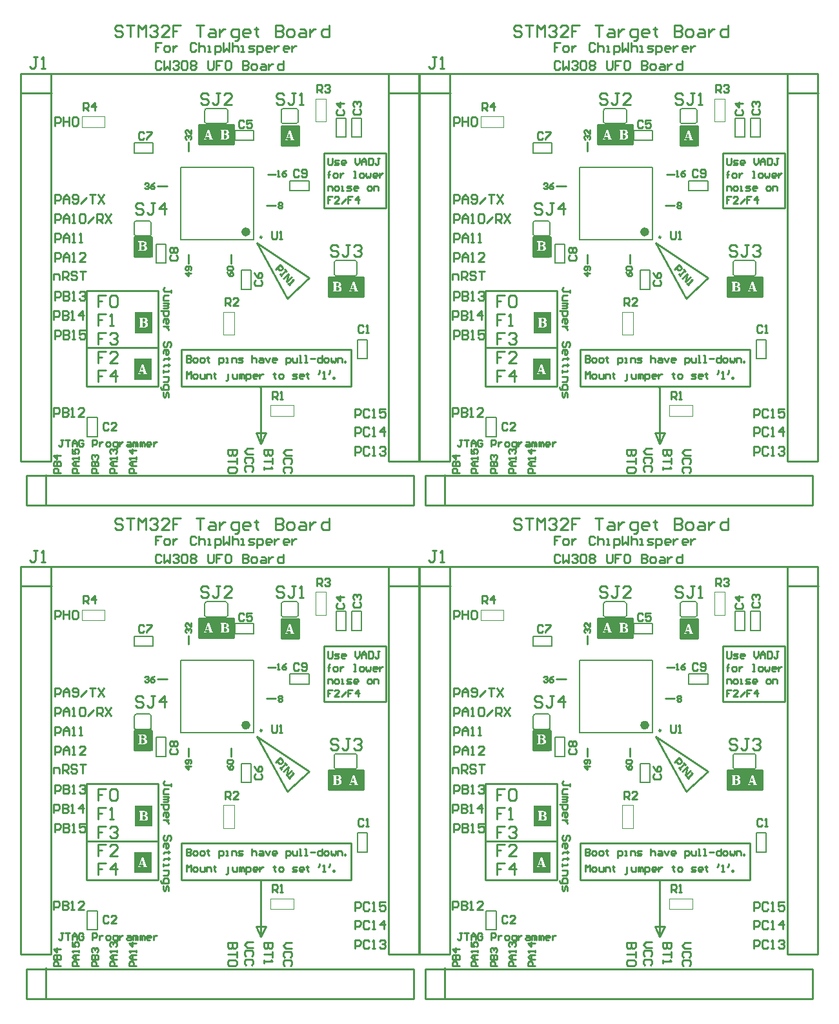
<source format=gto>
G04 Layer_Color=65535*
%FSLAX25Y25*%
%MOIN*%
G70*
G01*
G75*
%ADD17C,0.01000*%
%ADD27C,0.00787*%
%ADD28C,0.02362*%
%ADD29C,0.00984*%
%ADD30C,0.00394*%
G36*
X316000Y440500D02*
X298500D01*
Y451300D01*
X316000D01*
Y440500D01*
D02*
G37*
G36*
X110000D02*
X92500D01*
Y451300D01*
X110000D01*
Y440500D01*
D02*
G37*
G36*
X349500Y440000D02*
X340500D01*
Y450800D01*
X349500D01*
Y440000D01*
D02*
G37*
G36*
X143500D02*
X134500D01*
Y450800D01*
X143500D01*
Y440000D01*
D02*
G37*
G36*
X273500Y383000D02*
X264500D01*
Y393800D01*
X273500D01*
Y383000D01*
D02*
G37*
G36*
X67500D02*
X58500D01*
Y393800D01*
X67500D01*
Y383000D01*
D02*
G37*
G36*
X382500Y362000D02*
X365000D01*
Y372800D01*
X382500D01*
Y362000D01*
D02*
G37*
G36*
X176500D02*
X159000D01*
Y372800D01*
X176500D01*
Y362000D01*
D02*
G37*
G36*
X274000Y343500D02*
X265000D01*
Y354300D01*
X274000D01*
Y343500D01*
D02*
G37*
G36*
X68000D02*
X59000D01*
Y354300D01*
X68000D01*
Y343500D01*
D02*
G37*
G36*
X273500Y319500D02*
X264500D01*
Y330300D01*
X273500D01*
Y319500D01*
D02*
G37*
G36*
X67500D02*
X58500D01*
Y330300D01*
X67500D01*
Y319500D01*
D02*
G37*
G36*
X316000Y186000D02*
X298500D01*
Y196800D01*
X316000D01*
Y186000D01*
D02*
G37*
G36*
X110000D02*
X92500D01*
Y196800D01*
X110000D01*
Y186000D01*
D02*
G37*
G36*
X349500Y185500D02*
X340500D01*
Y196300D01*
X349500D01*
Y185500D01*
D02*
G37*
G36*
X143500D02*
X134500D01*
Y196300D01*
X143500D01*
Y185500D01*
D02*
G37*
G36*
X273500Y128500D02*
X264500D01*
Y139300D01*
X273500D01*
Y128500D01*
D02*
G37*
G36*
X67500D02*
X58500D01*
Y139300D01*
X67500D01*
Y128500D01*
D02*
G37*
G36*
X382500Y107500D02*
X365000D01*
Y118300D01*
X382500D01*
Y107500D01*
D02*
G37*
G36*
X176500D02*
X159000D01*
Y118300D01*
X176500D01*
Y107500D01*
D02*
G37*
G36*
X274000Y89000D02*
X265000D01*
Y99800D01*
X274000D01*
Y89000D01*
D02*
G37*
G36*
X68000D02*
X59000D01*
Y99800D01*
X68000D01*
Y89000D01*
D02*
G37*
G36*
X273500Y65000D02*
X264500D01*
Y75800D01*
X273500D01*
Y65000D01*
D02*
G37*
G36*
X67500D02*
X58500D01*
Y75800D01*
X67500D01*
Y65000D01*
D02*
G37*
%LPC*%
G36*
X311926Y448379D02*
X309225D01*
Y447976D01*
X309794D01*
Y443821D01*
X309225D01*
Y443421D01*
X311703D01*
X311900Y443425D01*
X312081Y443436D01*
X312247Y443454D01*
X312403Y443476D01*
X312543Y443502D01*
X312673Y443532D01*
X312788Y443562D01*
X312891Y443595D01*
X312984Y443628D01*
X313061Y443658D01*
X313128Y443687D01*
X313180Y443713D01*
X313224Y443736D01*
X313254Y443754D01*
X313269Y443765D01*
X313276Y443769D01*
X313365Y443839D01*
X313442Y443917D01*
X313509Y443998D01*
X313565Y444083D01*
X313613Y444176D01*
X313653Y444265D01*
X313687Y444353D01*
X313713Y444442D01*
X313735Y444524D01*
X313750Y444601D01*
X313761Y444672D01*
X313768Y444731D01*
X313772Y444783D01*
X313775Y444820D01*
Y444834D01*
Y444845D01*
Y444849D01*
Y444853D01*
X313772Y444953D01*
X313761Y445049D01*
X313742Y445138D01*
X313720Y445219D01*
X313694Y445297D01*
X313661Y445371D01*
X313631Y445434D01*
X313598Y445497D01*
X313561Y445548D01*
X313531Y445593D01*
X313502Y445634D01*
X313472Y445667D01*
X313450Y445693D01*
X313431Y445711D01*
X313420Y445722D01*
X313417Y445726D01*
X313346Y445785D01*
X313269Y445837D01*
X313187Y445885D01*
X313106Y445926D01*
X313021Y445967D01*
X312932Y445996D01*
X312850Y446026D01*
X312769Y446048D01*
X312691Y446070D01*
X312617Y446085D01*
X312555Y446100D01*
X312499Y446111D01*
X312451Y446118D01*
X312418Y446122D01*
X312395Y446126D01*
X312388D01*
X312488Y446140D01*
X312584Y446159D01*
X312673Y446181D01*
X312754Y446203D01*
X312828Y446229D01*
X312895Y446259D01*
X312958Y446285D01*
X313013Y446314D01*
X313065Y446340D01*
X313106Y446366D01*
X313143Y446388D01*
X313172Y446411D01*
X313195Y446425D01*
X313209Y446440D01*
X313221Y446448D01*
X313224Y446451D01*
X313272Y446503D01*
X313317Y446555D01*
X313354Y446614D01*
X313387Y446670D01*
X313413Y446729D01*
X313435Y446788D01*
X313457Y446843D01*
X313472Y446899D01*
X313483Y446951D01*
X313491Y446999D01*
X313498Y447043D01*
X313502Y447080D01*
X313505Y447110D01*
Y447136D01*
Y447151D01*
Y447154D01*
X313502Y447265D01*
X313487Y447369D01*
X313468Y447469D01*
X313442Y447558D01*
X313409Y447639D01*
X313376Y447713D01*
X313339Y447783D01*
X313302Y447843D01*
X313261Y447898D01*
X313224Y447942D01*
X313191Y447983D01*
X313158Y448016D01*
X313132Y448039D01*
X313113Y448057D01*
X313098Y448068D01*
X313095Y448072D01*
X313013Y448127D01*
X312925Y448172D01*
X312832Y448216D01*
X312732Y448249D01*
X312632Y448279D01*
X312529Y448305D01*
X312429Y448323D01*
X312329Y448342D01*
X312236Y448353D01*
X312151Y448364D01*
X312073Y448368D01*
X312003Y448375D01*
X311948D01*
X311926Y448379D01*
D02*
G37*
G36*
X303326D02*
X302611D01*
X300932Y443821D01*
X300573D01*
Y443421D01*
X301894D01*
Y443821D01*
X301361D01*
X301738Y444834D01*
X303411D01*
X303781Y443821D01*
X303348D01*
Y443421D01*
X305435D01*
Y443821D01*
X305009D01*
X303326Y448379D01*
D02*
G37*
%LPD*%
G36*
X311437Y447972D02*
X311526Y447968D01*
X311607Y447957D01*
X311681Y447946D01*
X311752Y447931D01*
X311814Y447913D01*
X311870Y447894D01*
X311922Y447880D01*
X311966Y447861D01*
X312003Y447843D01*
X312036Y447824D01*
X312062Y447809D01*
X312081Y447798D01*
X312096Y447787D01*
X312103Y447783D01*
X312107Y447780D01*
X312151Y447743D01*
X312188Y447698D01*
X312222Y447650D01*
X312247Y447602D01*
X312273Y447550D01*
X312292Y447498D01*
X312321Y447395D01*
X312333Y447347D01*
X312340Y447302D01*
X312344Y447262D01*
X312347Y447225D01*
X312351Y447195D01*
Y447173D01*
Y447158D01*
Y447154D01*
X312347Y447077D01*
X312340Y447003D01*
X312329Y446936D01*
X312314Y446873D01*
X312292Y446818D01*
X312273Y446766D01*
X312251Y446718D01*
X312229Y446677D01*
X312203Y446640D01*
X312181Y446607D01*
X312162Y446581D01*
X312144Y446559D01*
X312125Y446540D01*
X312114Y446529D01*
X312107Y446522D01*
X312103Y446518D01*
X312055Y446481D01*
X312000Y446451D01*
X311940Y446422D01*
X311881Y446399D01*
X311752Y446362D01*
X311630Y446337D01*
X311570Y446329D01*
X311519Y446322D01*
X311467Y446318D01*
X311426Y446314D01*
X311389Y446311D01*
X310949D01*
Y447976D01*
X311341D01*
X311437Y447972D01*
D02*
G37*
G36*
X311481Y445907D02*
X311574Y445900D01*
X311663Y445885D01*
X311748Y445870D01*
X311822Y445852D01*
X311892Y445830D01*
X311951Y445804D01*
X312011Y445782D01*
X312059Y445756D01*
X312099Y445730D01*
X312136Y445708D01*
X312166Y445689D01*
X312188Y445674D01*
X312207Y445659D01*
X312214Y445652D01*
X312218Y445648D01*
X312266Y445597D01*
X312310Y445537D01*
X312347Y445478D01*
X312377Y445412D01*
X312406Y445349D01*
X312429Y445282D01*
X312447Y445216D01*
X312462Y445153D01*
X312473Y445093D01*
X312480Y445034D01*
X312488Y444986D01*
X312492Y444942D01*
X312495Y444905D01*
Y444875D01*
Y444860D01*
Y444853D01*
X312492Y444757D01*
X312484Y444668D01*
X312469Y444587D01*
X312451Y444509D01*
X312432Y444439D01*
X312406Y444376D01*
X312384Y444316D01*
X312358Y444265D01*
X312333Y444220D01*
X312307Y444179D01*
X312281Y444146D01*
X312262Y444120D01*
X312244Y444098D01*
X312229Y444083D01*
X312222Y444076D01*
X312218Y444072D01*
X312162Y444028D01*
X312103Y443991D01*
X312040Y443958D01*
X311970Y443928D01*
X311903Y443902D01*
X311833Y443884D01*
X311696Y443854D01*
X311630Y443843D01*
X311570Y443835D01*
X311519Y443828D01*
X311470Y443824D01*
X311433Y443821D01*
X310949D01*
Y445911D01*
X311378D01*
X311481Y445907D01*
D02*
G37*
G36*
X303266Y445238D02*
X301883D01*
X302578Y447132D01*
X303266Y445238D01*
D02*
G37*
%LPC*%
G36*
X105926Y448379D02*
X103225D01*
Y447976D01*
X103794D01*
Y443821D01*
X103225D01*
Y443421D01*
X105703D01*
X105900Y443425D01*
X106081Y443436D01*
X106247Y443454D01*
X106403Y443476D01*
X106543Y443502D01*
X106673Y443532D01*
X106788Y443562D01*
X106891Y443595D01*
X106984Y443628D01*
X107061Y443658D01*
X107128Y443687D01*
X107180Y443713D01*
X107224Y443736D01*
X107254Y443754D01*
X107269Y443765D01*
X107276Y443769D01*
X107365Y443839D01*
X107442Y443917D01*
X107509Y443998D01*
X107565Y444083D01*
X107613Y444176D01*
X107653Y444265D01*
X107687Y444353D01*
X107713Y444442D01*
X107735Y444524D01*
X107750Y444601D01*
X107761Y444672D01*
X107768Y444731D01*
X107772Y444783D01*
X107775Y444820D01*
Y444834D01*
Y444845D01*
Y444849D01*
Y444853D01*
X107772Y444953D01*
X107761Y445049D01*
X107742Y445138D01*
X107720Y445219D01*
X107694Y445297D01*
X107661Y445371D01*
X107631Y445434D01*
X107598Y445497D01*
X107561Y445548D01*
X107531Y445593D01*
X107502Y445634D01*
X107472Y445667D01*
X107450Y445693D01*
X107431Y445711D01*
X107420Y445722D01*
X107417Y445726D01*
X107346Y445785D01*
X107269Y445837D01*
X107187Y445885D01*
X107106Y445926D01*
X107021Y445967D01*
X106932Y445996D01*
X106851Y446026D01*
X106769Y446048D01*
X106691Y446070D01*
X106617Y446085D01*
X106554Y446100D01*
X106499Y446111D01*
X106451Y446118D01*
X106418Y446122D01*
X106395Y446126D01*
X106388D01*
X106488Y446140D01*
X106584Y446159D01*
X106673Y446181D01*
X106754Y446203D01*
X106828Y446229D01*
X106895Y446259D01*
X106958Y446285D01*
X107013Y446314D01*
X107065Y446340D01*
X107106Y446366D01*
X107143Y446388D01*
X107172Y446411D01*
X107195Y446425D01*
X107209Y446440D01*
X107220Y446448D01*
X107224Y446451D01*
X107272Y446503D01*
X107317Y446555D01*
X107354Y446614D01*
X107387Y446670D01*
X107413Y446729D01*
X107435Y446788D01*
X107457Y446843D01*
X107472Y446899D01*
X107483Y446951D01*
X107491Y446999D01*
X107498Y447043D01*
X107502Y447080D01*
X107505Y447110D01*
Y447136D01*
Y447151D01*
Y447154D01*
X107502Y447265D01*
X107487Y447369D01*
X107468Y447469D01*
X107442Y447558D01*
X107409Y447639D01*
X107376Y447713D01*
X107339Y447783D01*
X107302Y447843D01*
X107261Y447898D01*
X107224Y447942D01*
X107191Y447983D01*
X107158Y448016D01*
X107132Y448039D01*
X107113Y448057D01*
X107098Y448068D01*
X107095Y448072D01*
X107013Y448127D01*
X106924Y448172D01*
X106832Y448216D01*
X106732Y448249D01*
X106632Y448279D01*
X106529Y448305D01*
X106429Y448323D01*
X106329Y448342D01*
X106236Y448353D01*
X106151Y448364D01*
X106073Y448368D01*
X106003Y448375D01*
X105948D01*
X105926Y448379D01*
D02*
G37*
G36*
X97326D02*
X96611D01*
X94932Y443821D01*
X94573D01*
Y443421D01*
X95894D01*
Y443821D01*
X95361D01*
X95738Y444834D01*
X97411D01*
X97781Y443821D01*
X97348D01*
Y443421D01*
X99435D01*
Y443821D01*
X99009D01*
X97326Y448379D01*
D02*
G37*
%LPD*%
G36*
X105437Y447972D02*
X105526Y447968D01*
X105607Y447957D01*
X105681Y447946D01*
X105752Y447931D01*
X105815Y447913D01*
X105870Y447894D01*
X105922Y447880D01*
X105966Y447861D01*
X106003Y447843D01*
X106036Y447824D01*
X106062Y447809D01*
X106081Y447798D01*
X106096Y447787D01*
X106103Y447783D01*
X106107Y447780D01*
X106151Y447743D01*
X106188Y447698D01*
X106221Y447650D01*
X106247Y447602D01*
X106273Y447550D01*
X106292Y447498D01*
X106321Y447395D01*
X106333Y447347D01*
X106340Y447302D01*
X106344Y447262D01*
X106347Y447225D01*
X106351Y447195D01*
Y447173D01*
Y447158D01*
Y447154D01*
X106347Y447077D01*
X106340Y447003D01*
X106329Y446936D01*
X106314Y446873D01*
X106292Y446818D01*
X106273Y446766D01*
X106251Y446718D01*
X106229Y446677D01*
X106203Y446640D01*
X106181Y446607D01*
X106162Y446581D01*
X106144Y446559D01*
X106125Y446540D01*
X106114Y446529D01*
X106107Y446522D01*
X106103Y446518D01*
X106055Y446481D01*
X106000Y446451D01*
X105940Y446422D01*
X105881Y446399D01*
X105752Y446362D01*
X105630Y446337D01*
X105570Y446329D01*
X105518Y446322D01*
X105467Y446318D01*
X105426Y446314D01*
X105389Y446311D01*
X104949D01*
Y447976D01*
X105341D01*
X105437Y447972D01*
D02*
G37*
G36*
X105482Y445907D02*
X105574Y445900D01*
X105663Y445885D01*
X105748Y445870D01*
X105822Y445852D01*
X105892Y445830D01*
X105951Y445804D01*
X106011Y445782D01*
X106059Y445756D01*
X106099Y445730D01*
X106136Y445708D01*
X106166Y445689D01*
X106188Y445674D01*
X106207Y445659D01*
X106214Y445652D01*
X106218Y445648D01*
X106266Y445597D01*
X106310Y445537D01*
X106347Y445478D01*
X106377Y445412D01*
X106406Y445349D01*
X106429Y445282D01*
X106447Y445216D01*
X106462Y445153D01*
X106473Y445093D01*
X106481Y445034D01*
X106488Y444986D01*
X106492Y444942D01*
X106495Y444905D01*
Y444875D01*
Y444860D01*
Y444853D01*
X106492Y444757D01*
X106484Y444668D01*
X106469Y444587D01*
X106451Y444509D01*
X106432Y444439D01*
X106406Y444376D01*
X106384Y444316D01*
X106358Y444265D01*
X106333Y444220D01*
X106307Y444179D01*
X106281Y444146D01*
X106262Y444120D01*
X106244Y444098D01*
X106229Y444083D01*
X106221Y444076D01*
X106218Y444072D01*
X106162Y444028D01*
X106103Y443991D01*
X106040Y443958D01*
X105970Y443928D01*
X105903Y443902D01*
X105833Y443884D01*
X105696Y443854D01*
X105630Y443843D01*
X105570Y443835D01*
X105518Y443828D01*
X105470Y443824D01*
X105433Y443821D01*
X104949D01*
Y445911D01*
X105378D01*
X105482Y445907D01*
D02*
G37*
G36*
X97266Y445238D02*
X95883D01*
X96578Y447132D01*
X97266Y445238D01*
D02*
G37*
%LPC*%
G36*
X345326Y447879D02*
X344612D01*
X342932Y443321D01*
X342573D01*
Y442921D01*
X343894D01*
Y443321D01*
X343361D01*
X343738Y444334D01*
X345411D01*
X345781Y443321D01*
X345348D01*
Y442921D01*
X347435D01*
Y443321D01*
X347009D01*
X345326Y447879D01*
D02*
G37*
%LPD*%
G36*
X345266Y444738D02*
X343883D01*
X344578Y446632D01*
X345266Y444738D01*
D02*
G37*
%LPC*%
G36*
X139326Y447879D02*
X138611D01*
X136932Y443321D01*
X136573D01*
Y442921D01*
X137894D01*
Y443321D01*
X137361D01*
X137738Y444334D01*
X139411D01*
X139781Y443321D01*
X139348D01*
Y442921D01*
X141435D01*
Y443321D01*
X141009D01*
X139326Y447879D01*
D02*
G37*
%LPD*%
G36*
X139266Y444738D02*
X137883D01*
X138578Y446632D01*
X139266Y444738D01*
D02*
G37*
%LPC*%
G36*
X269426Y390879D02*
X266724D01*
Y390476D01*
X267294D01*
Y386321D01*
X266724D01*
Y385921D01*
X269203D01*
X269400Y385925D01*
X269581Y385936D01*
X269747Y385954D01*
X269903Y385977D01*
X270043Y386002D01*
X270173Y386032D01*
X270288Y386062D01*
X270391Y386095D01*
X270484Y386128D01*
X270561Y386158D01*
X270628Y386187D01*
X270680Y386213D01*
X270724Y386235D01*
X270754Y386254D01*
X270769Y386265D01*
X270776Y386269D01*
X270865Y386339D01*
X270942Y386417D01*
X271009Y386498D01*
X271065Y386583D01*
X271113Y386676D01*
X271153Y386765D01*
X271187Y386853D01*
X271213Y386942D01*
X271235Y387024D01*
X271250Y387101D01*
X271261Y387172D01*
X271268Y387231D01*
X271272Y387283D01*
X271275Y387320D01*
Y387334D01*
Y387346D01*
Y387349D01*
Y387353D01*
X271272Y387453D01*
X271261Y387549D01*
X271242Y387638D01*
X271220Y387719D01*
X271194Y387797D01*
X271161Y387871D01*
X271131Y387934D01*
X271098Y387997D01*
X271061Y388049D01*
X271031Y388093D01*
X271002Y388134D01*
X270972Y388167D01*
X270950Y388193D01*
X270931Y388211D01*
X270920Y388222D01*
X270917Y388226D01*
X270846Y388285D01*
X270769Y388337D01*
X270687Y388385D01*
X270606Y388426D01*
X270521Y388467D01*
X270432Y388496D01*
X270351Y388526D01*
X270269Y388548D01*
X270191Y388570D01*
X270117Y388585D01*
X270055Y388600D01*
X269999Y388611D01*
X269951Y388618D01*
X269918Y388622D01*
X269895Y388626D01*
X269888D01*
X269988Y388640D01*
X270084Y388659D01*
X270173Y388681D01*
X270254Y388703D01*
X270328Y388729D01*
X270395Y388759D01*
X270458Y388785D01*
X270513Y388814D01*
X270565Y388840D01*
X270606Y388866D01*
X270643Y388888D01*
X270672Y388911D01*
X270695Y388925D01*
X270709Y388940D01*
X270721Y388948D01*
X270724Y388951D01*
X270772Y389003D01*
X270817Y389055D01*
X270854Y389114D01*
X270887Y389170D01*
X270913Y389229D01*
X270935Y389288D01*
X270957Y389344D01*
X270972Y389399D01*
X270983Y389451D01*
X270991Y389499D01*
X270998Y389543D01*
X271002Y389580D01*
X271005Y389610D01*
Y389636D01*
Y389651D01*
Y389654D01*
X271002Y389765D01*
X270987Y389869D01*
X270968Y389969D01*
X270942Y390058D01*
X270909Y390139D01*
X270876Y390213D01*
X270839Y390283D01*
X270802Y390342D01*
X270761Y390398D01*
X270724Y390442D01*
X270691Y390483D01*
X270658Y390516D01*
X270632Y390539D01*
X270613Y390557D01*
X270598Y390568D01*
X270595Y390572D01*
X270513Y390627D01*
X270425Y390672D01*
X270332Y390716D01*
X270232Y390750D01*
X270132Y390779D01*
X270029Y390805D01*
X269929Y390824D01*
X269829Y390842D01*
X269736Y390853D01*
X269651Y390864D01*
X269573Y390868D01*
X269503Y390875D01*
X269448D01*
X269426Y390879D01*
D02*
G37*
%LPD*%
G36*
X268937Y390472D02*
X269026Y390468D01*
X269107Y390457D01*
X269181Y390446D01*
X269252Y390431D01*
X269315Y390413D01*
X269370Y390394D01*
X269422Y390380D01*
X269466Y390361D01*
X269503Y390342D01*
X269536Y390324D01*
X269562Y390309D01*
X269581Y390298D01*
X269596Y390287D01*
X269603Y390283D01*
X269607Y390280D01*
X269651Y390243D01*
X269688Y390198D01*
X269722Y390150D01*
X269747Y390102D01*
X269773Y390050D01*
X269792Y389998D01*
X269821Y389895D01*
X269832Y389847D01*
X269840Y389802D01*
X269844Y389762D01*
X269847Y389725D01*
X269851Y389695D01*
Y389673D01*
Y389658D01*
Y389654D01*
X269847Y389577D01*
X269840Y389503D01*
X269829Y389436D01*
X269814Y389373D01*
X269792Y389318D01*
X269773Y389266D01*
X269751Y389218D01*
X269729Y389177D01*
X269703Y389140D01*
X269681Y389107D01*
X269662Y389081D01*
X269644Y389059D01*
X269625Y389040D01*
X269614Y389029D01*
X269607Y389022D01*
X269603Y389018D01*
X269555Y388981D01*
X269499Y388951D01*
X269440Y388922D01*
X269381Y388899D01*
X269252Y388862D01*
X269129Y388837D01*
X269070Y388829D01*
X269019Y388822D01*
X268967Y388818D01*
X268926Y388814D01*
X268889Y388811D01*
X268449D01*
Y390476D01*
X268841D01*
X268937Y390472D01*
D02*
G37*
G36*
X268982Y388407D02*
X269074Y388400D01*
X269163Y388385D01*
X269248Y388370D01*
X269322Y388352D01*
X269392Y388330D01*
X269451Y388304D01*
X269511Y388282D01*
X269559Y388256D01*
X269599Y388230D01*
X269636Y388208D01*
X269666Y388189D01*
X269688Y388174D01*
X269707Y388159D01*
X269714Y388152D01*
X269718Y388148D01*
X269766Y388097D01*
X269810Y388037D01*
X269847Y387978D01*
X269877Y387912D01*
X269906Y387849D01*
X269929Y387782D01*
X269947Y387716D01*
X269962Y387653D01*
X269973Y387593D01*
X269981Y387534D01*
X269988Y387486D01*
X269992Y387442D01*
X269995Y387405D01*
Y387375D01*
Y387360D01*
Y387353D01*
X269992Y387257D01*
X269984Y387168D01*
X269969Y387087D01*
X269951Y387009D01*
X269932Y386939D01*
X269906Y386876D01*
X269884Y386816D01*
X269858Y386765D01*
X269832Y386720D01*
X269807Y386680D01*
X269781Y386646D01*
X269762Y386620D01*
X269744Y386598D01*
X269729Y386583D01*
X269722Y386576D01*
X269718Y386572D01*
X269662Y386528D01*
X269603Y386491D01*
X269540Y386457D01*
X269470Y386428D01*
X269403Y386402D01*
X269333Y386384D01*
X269196Y386354D01*
X269129Y386343D01*
X269070Y386335D01*
X269019Y386328D01*
X268970Y386324D01*
X268933Y386321D01*
X268449D01*
Y388411D01*
X268878D01*
X268982Y388407D01*
D02*
G37*
%LPC*%
G36*
X63425Y390879D02*
X60725D01*
Y390476D01*
X61294D01*
Y386321D01*
X60725D01*
Y385921D01*
X63204D01*
X63400Y385925D01*
X63581Y385936D01*
X63747Y385954D01*
X63903Y385977D01*
X64043Y386002D01*
X64173Y386032D01*
X64288Y386062D01*
X64391Y386095D01*
X64484Y386128D01*
X64561Y386158D01*
X64628Y386187D01*
X64680Y386213D01*
X64724Y386235D01*
X64754Y386254D01*
X64769Y386265D01*
X64776Y386269D01*
X64865Y386339D01*
X64943Y386417D01*
X65009Y386498D01*
X65065Y386583D01*
X65113Y386676D01*
X65153Y386765D01*
X65187Y386853D01*
X65213Y386942D01*
X65235Y387024D01*
X65250Y387101D01*
X65261Y387172D01*
X65268Y387231D01*
X65272Y387283D01*
X65276Y387320D01*
Y387334D01*
Y387346D01*
Y387349D01*
Y387353D01*
X65272Y387453D01*
X65261Y387549D01*
X65242Y387638D01*
X65220Y387719D01*
X65194Y387797D01*
X65161Y387871D01*
X65131Y387934D01*
X65098Y387997D01*
X65061Y388049D01*
X65031Y388093D01*
X65002Y388134D01*
X64972Y388167D01*
X64950Y388193D01*
X64931Y388211D01*
X64920Y388222D01*
X64917Y388226D01*
X64846Y388285D01*
X64769Y388337D01*
X64687Y388385D01*
X64606Y388426D01*
X64521Y388467D01*
X64432Y388496D01*
X64350Y388526D01*
X64269Y388548D01*
X64191Y388570D01*
X64117Y388585D01*
X64055Y388600D01*
X63999Y388611D01*
X63951Y388618D01*
X63918Y388622D01*
X63895Y388626D01*
X63888D01*
X63988Y388640D01*
X64084Y388659D01*
X64173Y388681D01*
X64254Y388703D01*
X64328Y388729D01*
X64395Y388759D01*
X64458Y388785D01*
X64513Y388814D01*
X64565Y388840D01*
X64606Y388866D01*
X64643Y388888D01*
X64672Y388911D01*
X64695Y388925D01*
X64709Y388940D01*
X64720Y388948D01*
X64724Y388951D01*
X64772Y389003D01*
X64817Y389055D01*
X64854Y389114D01*
X64887Y389170D01*
X64913Y389229D01*
X64935Y389288D01*
X64957Y389344D01*
X64972Y389399D01*
X64983Y389451D01*
X64991Y389499D01*
X64998Y389543D01*
X65002Y389580D01*
X65005Y389610D01*
Y389636D01*
Y389651D01*
Y389654D01*
X65002Y389765D01*
X64987Y389869D01*
X64968Y389969D01*
X64943Y390058D01*
X64909Y390139D01*
X64876Y390213D01*
X64839Y390283D01*
X64802Y390342D01*
X64761Y390398D01*
X64724Y390442D01*
X64691Y390483D01*
X64658Y390516D01*
X64632Y390539D01*
X64613Y390557D01*
X64598Y390568D01*
X64595Y390572D01*
X64513Y390627D01*
X64425Y390672D01*
X64332Y390716D01*
X64232Y390750D01*
X64132Y390779D01*
X64029Y390805D01*
X63929Y390824D01*
X63829Y390842D01*
X63736Y390853D01*
X63651Y390864D01*
X63573Y390868D01*
X63503Y390875D01*
X63448D01*
X63425Y390879D01*
D02*
G37*
%LPD*%
G36*
X62937Y390472D02*
X63026Y390468D01*
X63107Y390457D01*
X63181Y390446D01*
X63252Y390431D01*
X63314Y390413D01*
X63370Y390394D01*
X63422Y390380D01*
X63466Y390361D01*
X63503Y390342D01*
X63537Y390324D01*
X63562Y390309D01*
X63581Y390298D01*
X63596Y390287D01*
X63603Y390283D01*
X63607Y390280D01*
X63651Y390243D01*
X63688Y390198D01*
X63722Y390150D01*
X63747Y390102D01*
X63773Y390050D01*
X63792Y389998D01*
X63821Y389895D01*
X63832Y389847D01*
X63840Y389802D01*
X63844Y389762D01*
X63847Y389725D01*
X63851Y389695D01*
Y389673D01*
Y389658D01*
Y389654D01*
X63847Y389577D01*
X63840Y389503D01*
X63829Y389436D01*
X63814Y389373D01*
X63792Y389318D01*
X63773Y389266D01*
X63751Y389218D01*
X63729Y389177D01*
X63703Y389140D01*
X63681Y389107D01*
X63662Y389081D01*
X63644Y389059D01*
X63625Y389040D01*
X63614Y389029D01*
X63607Y389022D01*
X63603Y389018D01*
X63555Y388981D01*
X63499Y388951D01*
X63440Y388922D01*
X63381Y388899D01*
X63252Y388862D01*
X63130Y388837D01*
X63070Y388829D01*
X63019Y388822D01*
X62967Y388818D01*
X62926Y388814D01*
X62889Y388811D01*
X62449D01*
Y390476D01*
X62841D01*
X62937Y390472D01*
D02*
G37*
G36*
X62981Y388407D02*
X63074Y388400D01*
X63163Y388385D01*
X63248Y388370D01*
X63322Y388352D01*
X63392Y388330D01*
X63451Y388304D01*
X63511Y388282D01*
X63559Y388256D01*
X63599Y388230D01*
X63636Y388208D01*
X63666Y388189D01*
X63688Y388174D01*
X63707Y388159D01*
X63714Y388152D01*
X63718Y388148D01*
X63766Y388097D01*
X63810Y388037D01*
X63847Y387978D01*
X63877Y387912D01*
X63907Y387849D01*
X63929Y387782D01*
X63947Y387716D01*
X63962Y387653D01*
X63973Y387593D01*
X63981Y387534D01*
X63988Y387486D01*
X63992Y387442D01*
X63995Y387405D01*
Y387375D01*
Y387360D01*
Y387353D01*
X63992Y387257D01*
X63984Y387168D01*
X63969Y387087D01*
X63951Y387009D01*
X63932Y386939D01*
X63907Y386876D01*
X63884Y386816D01*
X63858Y386765D01*
X63832Y386720D01*
X63807Y386680D01*
X63781Y386646D01*
X63762Y386620D01*
X63744Y386598D01*
X63729Y386583D01*
X63722Y386576D01*
X63718Y386572D01*
X63662Y386528D01*
X63603Y386491D01*
X63540Y386457D01*
X63470Y386428D01*
X63403Y386402D01*
X63333Y386384D01*
X63196Y386354D01*
X63130Y386343D01*
X63070Y386335D01*
X63019Y386328D01*
X62970Y386324D01*
X62933Y386321D01*
X62449D01*
Y388411D01*
X62878D01*
X62981Y388407D01*
D02*
G37*
%LPC*%
G36*
X378326Y369879D02*
X377611D01*
X375932Y365321D01*
X375573D01*
Y364921D01*
X376894D01*
Y365321D01*
X376361D01*
X376738Y366334D01*
X378411D01*
X378781Y365321D01*
X378348D01*
Y364921D01*
X380435D01*
Y365321D01*
X380009D01*
X378326Y369879D01*
D02*
G37*
G36*
X369925D02*
X367225D01*
Y369476D01*
X367794D01*
Y365321D01*
X367225D01*
Y364921D01*
X369704D01*
X369900Y364925D01*
X370081Y364936D01*
X370247Y364954D01*
X370403Y364977D01*
X370543Y365002D01*
X370673Y365032D01*
X370788Y365062D01*
X370891Y365095D01*
X370984Y365128D01*
X371061Y365158D01*
X371128Y365187D01*
X371180Y365213D01*
X371224Y365235D01*
X371254Y365254D01*
X371269Y365265D01*
X371276Y365269D01*
X371365Y365339D01*
X371443Y365417D01*
X371509Y365498D01*
X371565Y365583D01*
X371613Y365676D01*
X371653Y365765D01*
X371687Y365853D01*
X371713Y365942D01*
X371735Y366024D01*
X371750Y366101D01*
X371761Y366172D01*
X371768Y366231D01*
X371772Y366283D01*
X371776Y366320D01*
Y366334D01*
Y366346D01*
Y366349D01*
Y366353D01*
X371772Y366453D01*
X371761Y366549D01*
X371742Y366638D01*
X371720Y366719D01*
X371694Y366797D01*
X371661Y366871D01*
X371631Y366934D01*
X371598Y366997D01*
X371561Y367049D01*
X371531Y367093D01*
X371502Y367134D01*
X371472Y367167D01*
X371450Y367193D01*
X371431Y367211D01*
X371420Y367222D01*
X371417Y367226D01*
X371346Y367285D01*
X371269Y367337D01*
X371187Y367385D01*
X371106Y367426D01*
X371021Y367467D01*
X370932Y367496D01*
X370850Y367526D01*
X370769Y367548D01*
X370691Y367570D01*
X370617Y367585D01*
X370554Y367600D01*
X370499Y367611D01*
X370451Y367618D01*
X370418Y367622D01*
X370395Y367626D01*
X370388D01*
X370488Y367640D01*
X370584Y367659D01*
X370673Y367681D01*
X370754Y367703D01*
X370828Y367729D01*
X370895Y367759D01*
X370958Y367785D01*
X371013Y367814D01*
X371065Y367840D01*
X371106Y367866D01*
X371143Y367888D01*
X371172Y367911D01*
X371195Y367925D01*
X371209Y367940D01*
X371220Y367948D01*
X371224Y367951D01*
X371272Y368003D01*
X371317Y368055D01*
X371354Y368114D01*
X371387Y368170D01*
X371413Y368229D01*
X371435Y368288D01*
X371457Y368343D01*
X371472Y368399D01*
X371483Y368451D01*
X371491Y368499D01*
X371498Y368543D01*
X371502Y368580D01*
X371505Y368610D01*
Y368636D01*
Y368651D01*
Y368654D01*
X371502Y368765D01*
X371487Y368869D01*
X371468Y368969D01*
X371443Y369058D01*
X371409Y369139D01*
X371376Y369213D01*
X371339Y369283D01*
X371302Y369342D01*
X371261Y369398D01*
X371224Y369442D01*
X371191Y369483D01*
X371158Y369516D01*
X371132Y369539D01*
X371113Y369557D01*
X371098Y369568D01*
X371095Y369572D01*
X371013Y369627D01*
X370924Y369672D01*
X370832Y369716D01*
X370732Y369749D01*
X370632Y369779D01*
X370529Y369805D01*
X370429Y369824D01*
X370329Y369842D01*
X370236Y369853D01*
X370151Y369864D01*
X370074Y369868D01*
X370003Y369875D01*
X369948D01*
X369925Y369879D01*
D02*
G37*
%LPD*%
G36*
X378266Y366738D02*
X376883D01*
X377578Y368632D01*
X378266Y366738D01*
D02*
G37*
G36*
X369437Y369472D02*
X369526Y369468D01*
X369607Y369457D01*
X369681Y369446D01*
X369752Y369431D01*
X369814Y369413D01*
X369870Y369394D01*
X369922Y369379D01*
X369966Y369361D01*
X370003Y369342D01*
X370037Y369324D01*
X370062Y369309D01*
X370081Y369298D01*
X370096Y369287D01*
X370103Y369283D01*
X370107Y369280D01*
X370151Y369243D01*
X370188Y369198D01*
X370221Y369150D01*
X370247Y369102D01*
X370273Y369050D01*
X370292Y368998D01*
X370321Y368895D01*
X370333Y368847D01*
X370340Y368802D01*
X370344Y368762D01*
X370347Y368725D01*
X370351Y368695D01*
Y368673D01*
Y368658D01*
Y368654D01*
X370347Y368577D01*
X370340Y368503D01*
X370329Y368436D01*
X370314Y368373D01*
X370292Y368318D01*
X370273Y368266D01*
X370251Y368218D01*
X370229Y368177D01*
X370203Y368140D01*
X370181Y368107D01*
X370162Y368081D01*
X370144Y368059D01*
X370125Y368040D01*
X370114Y368029D01*
X370107Y368022D01*
X370103Y368018D01*
X370055Y367981D01*
X370000Y367951D01*
X369940Y367922D01*
X369881Y367899D01*
X369752Y367863D01*
X369630Y367837D01*
X369570Y367829D01*
X369518Y367822D01*
X369467Y367818D01*
X369426Y367814D01*
X369389Y367811D01*
X368949D01*
Y369476D01*
X369341D01*
X369437Y369472D01*
D02*
G37*
G36*
X369481Y367407D02*
X369574Y367400D01*
X369663Y367385D01*
X369748Y367370D01*
X369822Y367352D01*
X369892Y367330D01*
X369951Y367304D01*
X370011Y367282D01*
X370059Y367256D01*
X370099Y367230D01*
X370136Y367208D01*
X370166Y367189D01*
X370188Y367174D01*
X370207Y367160D01*
X370214Y367152D01*
X370218Y367148D01*
X370266Y367097D01*
X370310Y367037D01*
X370347Y366978D01*
X370377Y366912D01*
X370407Y366849D01*
X370429Y366782D01*
X370447Y366716D01*
X370462Y366653D01*
X370473Y366593D01*
X370480Y366534D01*
X370488Y366486D01*
X370492Y366442D01*
X370495Y366405D01*
Y366375D01*
Y366360D01*
Y366353D01*
X370492Y366257D01*
X370484Y366168D01*
X370469Y366087D01*
X370451Y366009D01*
X370432Y365938D01*
X370407Y365876D01*
X370384Y365816D01*
X370358Y365765D01*
X370333Y365720D01*
X370307Y365680D01*
X370281Y365646D01*
X370262Y365620D01*
X370244Y365598D01*
X370229Y365583D01*
X370221Y365576D01*
X370218Y365572D01*
X370162Y365528D01*
X370103Y365491D01*
X370040Y365458D01*
X369970Y365428D01*
X369903Y365402D01*
X369833Y365384D01*
X369696Y365354D01*
X369630Y365343D01*
X369570Y365335D01*
X369518Y365328D01*
X369470Y365324D01*
X369433Y365321D01*
X368949D01*
Y367411D01*
X369378D01*
X369481Y367407D01*
D02*
G37*
%LPC*%
G36*
X172326Y369879D02*
X171611D01*
X169932Y365321D01*
X169573D01*
Y364921D01*
X170894D01*
Y365321D01*
X170361D01*
X170738Y366334D01*
X172411D01*
X172781Y365321D01*
X172348D01*
Y364921D01*
X174435D01*
Y365321D01*
X174009D01*
X172326Y369879D01*
D02*
G37*
G36*
X163926D02*
X161224D01*
Y369476D01*
X161794D01*
Y365321D01*
X161224D01*
Y364921D01*
X163704D01*
X163900Y364925D01*
X164081Y364936D01*
X164247Y364954D01*
X164403Y364977D01*
X164543Y365002D01*
X164673Y365032D01*
X164788Y365062D01*
X164891Y365095D01*
X164984Y365128D01*
X165061Y365158D01*
X165128Y365187D01*
X165180Y365213D01*
X165224Y365235D01*
X165254Y365254D01*
X165269Y365265D01*
X165276Y365269D01*
X165365Y365339D01*
X165443Y365417D01*
X165509Y365498D01*
X165565Y365583D01*
X165613Y365676D01*
X165653Y365765D01*
X165687Y365853D01*
X165713Y365942D01*
X165735Y366024D01*
X165750Y366101D01*
X165761Y366172D01*
X165768Y366231D01*
X165772Y366283D01*
X165776Y366320D01*
Y366334D01*
Y366346D01*
Y366349D01*
Y366353D01*
X165772Y366453D01*
X165761Y366549D01*
X165742Y366638D01*
X165720Y366719D01*
X165694Y366797D01*
X165661Y366871D01*
X165631Y366934D01*
X165598Y366997D01*
X165561Y367049D01*
X165531Y367093D01*
X165502Y367134D01*
X165472Y367167D01*
X165450Y367193D01*
X165431Y367211D01*
X165420Y367222D01*
X165417Y367226D01*
X165346Y367285D01*
X165269Y367337D01*
X165187Y367385D01*
X165106Y367426D01*
X165021Y367467D01*
X164932Y367496D01*
X164850Y367526D01*
X164769Y367548D01*
X164691Y367570D01*
X164617Y367585D01*
X164555Y367600D01*
X164499Y367611D01*
X164451Y367618D01*
X164418Y367622D01*
X164395Y367626D01*
X164388D01*
X164488Y367640D01*
X164584Y367659D01*
X164673Y367681D01*
X164754Y367703D01*
X164828Y367729D01*
X164895Y367759D01*
X164958Y367785D01*
X165013Y367814D01*
X165065Y367840D01*
X165106Y367866D01*
X165143Y367888D01*
X165172Y367911D01*
X165195Y367925D01*
X165209Y367940D01*
X165220Y367948D01*
X165224Y367951D01*
X165272Y368003D01*
X165317Y368055D01*
X165354Y368114D01*
X165387Y368170D01*
X165413Y368229D01*
X165435Y368288D01*
X165457Y368343D01*
X165472Y368399D01*
X165483Y368451D01*
X165491Y368499D01*
X165498Y368543D01*
X165502Y368580D01*
X165505Y368610D01*
Y368636D01*
Y368651D01*
Y368654D01*
X165502Y368765D01*
X165487Y368869D01*
X165468Y368969D01*
X165443Y369058D01*
X165409Y369139D01*
X165376Y369213D01*
X165339Y369283D01*
X165302Y369342D01*
X165261Y369398D01*
X165224Y369442D01*
X165191Y369483D01*
X165158Y369516D01*
X165132Y369539D01*
X165113Y369557D01*
X165098Y369568D01*
X165095Y369572D01*
X165013Y369627D01*
X164925Y369672D01*
X164832Y369716D01*
X164732Y369749D01*
X164632Y369779D01*
X164529Y369805D01*
X164429Y369824D01*
X164329Y369842D01*
X164236Y369853D01*
X164151Y369864D01*
X164074Y369868D01*
X164003Y369875D01*
X163948D01*
X163926Y369879D01*
D02*
G37*
%LPD*%
G36*
X172266Y366738D02*
X170883D01*
X171578Y368632D01*
X172266Y366738D01*
D02*
G37*
G36*
X163437Y369472D02*
X163526Y369468D01*
X163607Y369457D01*
X163681Y369446D01*
X163752Y369431D01*
X163814Y369413D01*
X163870Y369394D01*
X163922Y369379D01*
X163966Y369361D01*
X164003Y369342D01*
X164037Y369324D01*
X164062Y369309D01*
X164081Y369298D01*
X164096Y369287D01*
X164103Y369283D01*
X164107Y369280D01*
X164151Y369243D01*
X164188Y369198D01*
X164222Y369150D01*
X164247Y369102D01*
X164273Y369050D01*
X164292Y368998D01*
X164321Y368895D01*
X164332Y368847D01*
X164340Y368802D01*
X164344Y368762D01*
X164347Y368725D01*
X164351Y368695D01*
Y368673D01*
Y368658D01*
Y368654D01*
X164347Y368577D01*
X164340Y368503D01*
X164329Y368436D01*
X164314Y368373D01*
X164292Y368318D01*
X164273Y368266D01*
X164251Y368218D01*
X164229Y368177D01*
X164203Y368140D01*
X164181Y368107D01*
X164162Y368081D01*
X164144Y368059D01*
X164125Y368040D01*
X164114Y368029D01*
X164107Y368022D01*
X164103Y368018D01*
X164055Y367981D01*
X163999Y367951D01*
X163940Y367922D01*
X163881Y367899D01*
X163752Y367863D01*
X163629Y367837D01*
X163570Y367829D01*
X163519Y367822D01*
X163467Y367818D01*
X163426Y367814D01*
X163389Y367811D01*
X162949D01*
Y369476D01*
X163341D01*
X163437Y369472D01*
D02*
G37*
G36*
X163481Y367407D02*
X163574Y367400D01*
X163663Y367385D01*
X163748Y367370D01*
X163822Y367352D01*
X163892Y367330D01*
X163951Y367304D01*
X164011Y367282D01*
X164059Y367256D01*
X164099Y367230D01*
X164136Y367208D01*
X164166Y367189D01*
X164188Y367174D01*
X164207Y367160D01*
X164214Y367152D01*
X164218Y367148D01*
X164266Y367097D01*
X164310Y367037D01*
X164347Y366978D01*
X164377Y366912D01*
X164407Y366849D01*
X164429Y366782D01*
X164447Y366716D01*
X164462Y366653D01*
X164473Y366593D01*
X164480Y366534D01*
X164488Y366486D01*
X164492Y366442D01*
X164495Y366405D01*
Y366375D01*
Y366360D01*
Y366353D01*
X164492Y366257D01*
X164484Y366168D01*
X164469Y366087D01*
X164451Y366009D01*
X164432Y365938D01*
X164407Y365876D01*
X164384Y365816D01*
X164358Y365765D01*
X164332Y365720D01*
X164307Y365680D01*
X164281Y365646D01*
X164262Y365620D01*
X164244Y365598D01*
X164229Y365583D01*
X164222Y365576D01*
X164218Y365572D01*
X164162Y365528D01*
X164103Y365491D01*
X164040Y365458D01*
X163970Y365428D01*
X163903Y365402D01*
X163833Y365384D01*
X163696Y365354D01*
X163629Y365343D01*
X163570Y365335D01*
X163519Y365328D01*
X163470Y365324D01*
X163433Y365321D01*
X162949D01*
Y367411D01*
X163378D01*
X163481Y367407D01*
D02*
G37*
%LPC*%
G36*
X269925Y351379D02*
X267225D01*
Y350976D01*
X267794D01*
Y346821D01*
X267225D01*
Y346421D01*
X269704D01*
X269900Y346425D01*
X270081Y346436D01*
X270247Y346454D01*
X270403Y346477D01*
X270543Y346502D01*
X270673Y346532D01*
X270788Y346562D01*
X270891Y346595D01*
X270984Y346628D01*
X271061Y346658D01*
X271128Y346687D01*
X271180Y346713D01*
X271224Y346736D01*
X271254Y346754D01*
X271269Y346765D01*
X271276Y346769D01*
X271365Y346839D01*
X271443Y346917D01*
X271509Y346998D01*
X271565Y347083D01*
X271613Y347176D01*
X271653Y347265D01*
X271687Y347353D01*
X271713Y347442D01*
X271735Y347524D01*
X271750Y347601D01*
X271761Y347672D01*
X271768Y347731D01*
X271772Y347783D01*
X271776Y347820D01*
Y347834D01*
Y347846D01*
Y347849D01*
Y347853D01*
X271772Y347953D01*
X271761Y348049D01*
X271742Y348138D01*
X271720Y348219D01*
X271694Y348297D01*
X271661Y348371D01*
X271631Y348434D01*
X271598Y348497D01*
X271561Y348549D01*
X271531Y348593D01*
X271502Y348634D01*
X271472Y348667D01*
X271450Y348693D01*
X271431Y348711D01*
X271420Y348722D01*
X271417Y348726D01*
X271346Y348785D01*
X271269Y348837D01*
X271187Y348885D01*
X271106Y348926D01*
X271021Y348967D01*
X270932Y348996D01*
X270850Y349026D01*
X270769Y349048D01*
X270691Y349070D01*
X270617Y349085D01*
X270554Y349100D01*
X270499Y349111D01*
X270451Y349118D01*
X270418Y349122D01*
X270395Y349126D01*
X270388D01*
X270488Y349141D01*
X270584Y349159D01*
X270673Y349181D01*
X270754Y349203D01*
X270828Y349229D01*
X270895Y349259D01*
X270958Y349285D01*
X271013Y349314D01*
X271065Y349340D01*
X271106Y349366D01*
X271143Y349388D01*
X271172Y349411D01*
X271195Y349425D01*
X271209Y349440D01*
X271220Y349448D01*
X271224Y349451D01*
X271272Y349503D01*
X271317Y349555D01*
X271354Y349614D01*
X271387Y349670D01*
X271413Y349729D01*
X271435Y349788D01*
X271457Y349844D01*
X271472Y349899D01*
X271483Y349951D01*
X271491Y349999D01*
X271498Y350043D01*
X271502Y350080D01*
X271505Y350110D01*
Y350136D01*
Y350151D01*
Y350154D01*
X271502Y350265D01*
X271487Y350369D01*
X271468Y350469D01*
X271443Y350558D01*
X271409Y350639D01*
X271376Y350713D01*
X271339Y350783D01*
X271302Y350842D01*
X271261Y350898D01*
X271224Y350942D01*
X271191Y350983D01*
X271158Y351016D01*
X271132Y351039D01*
X271113Y351057D01*
X271098Y351068D01*
X271095Y351072D01*
X271013Y351127D01*
X270924Y351172D01*
X270832Y351216D01*
X270732Y351250D01*
X270632Y351279D01*
X270529Y351305D01*
X270429Y351324D01*
X270329Y351342D01*
X270236Y351353D01*
X270151Y351364D01*
X270074Y351368D01*
X270003Y351375D01*
X269948D01*
X269925Y351379D01*
D02*
G37*
%LPD*%
G36*
X269437Y350972D02*
X269526Y350968D01*
X269607Y350957D01*
X269681Y350946D01*
X269752Y350931D01*
X269814Y350913D01*
X269870Y350894D01*
X269922Y350880D01*
X269966Y350861D01*
X270003Y350842D01*
X270037Y350824D01*
X270062Y350809D01*
X270081Y350798D01*
X270096Y350787D01*
X270103Y350783D01*
X270107Y350780D01*
X270151Y350743D01*
X270188Y350698D01*
X270221Y350650D01*
X270247Y350602D01*
X270273Y350550D01*
X270292Y350498D01*
X270321Y350395D01*
X270333Y350347D01*
X270340Y350302D01*
X270344Y350262D01*
X270347Y350225D01*
X270351Y350195D01*
Y350173D01*
Y350158D01*
Y350154D01*
X270347Y350077D01*
X270340Y350003D01*
X270329Y349936D01*
X270314Y349873D01*
X270292Y349818D01*
X270273Y349766D01*
X270251Y349718D01*
X270229Y349677D01*
X270203Y349640D01*
X270181Y349607D01*
X270162Y349581D01*
X270144Y349559D01*
X270125Y349540D01*
X270114Y349529D01*
X270107Y349522D01*
X270103Y349518D01*
X270055Y349481D01*
X270000Y349451D01*
X269940Y349422D01*
X269881Y349399D01*
X269752Y349362D01*
X269630Y349337D01*
X269570Y349329D01*
X269518Y349322D01*
X269467Y349318D01*
X269426Y349314D01*
X269389Y349311D01*
X268949D01*
Y350976D01*
X269341D01*
X269437Y350972D01*
D02*
G37*
G36*
X269481Y348907D02*
X269574Y348900D01*
X269663Y348885D01*
X269748Y348870D01*
X269822Y348852D01*
X269892Y348830D01*
X269951Y348804D01*
X270011Y348782D01*
X270059Y348756D01*
X270099Y348730D01*
X270136Y348708D01*
X270166Y348689D01*
X270188Y348674D01*
X270207Y348659D01*
X270214Y348652D01*
X270218Y348648D01*
X270266Y348597D01*
X270310Y348537D01*
X270347Y348478D01*
X270377Y348412D01*
X270407Y348349D01*
X270429Y348282D01*
X270447Y348216D01*
X270462Y348153D01*
X270473Y348093D01*
X270480Y348034D01*
X270488Y347986D01*
X270492Y347942D01*
X270495Y347905D01*
Y347875D01*
Y347860D01*
Y347853D01*
X270492Y347757D01*
X270484Y347668D01*
X270469Y347586D01*
X270451Y347509D01*
X270432Y347439D01*
X270407Y347376D01*
X270384Y347316D01*
X270358Y347265D01*
X270333Y347220D01*
X270307Y347180D01*
X270281Y347146D01*
X270262Y347120D01*
X270244Y347098D01*
X270229Y347083D01*
X270221Y347076D01*
X270218Y347072D01*
X270162Y347028D01*
X270103Y346991D01*
X270040Y346957D01*
X269970Y346928D01*
X269903Y346902D01*
X269833Y346884D01*
X269696Y346854D01*
X269630Y346843D01*
X269570Y346835D01*
X269518Y346828D01*
X269470Y346824D01*
X269433Y346821D01*
X268949D01*
Y348911D01*
X269378D01*
X269481Y348907D01*
D02*
G37*
%LPC*%
G36*
X63925Y351379D02*
X61225D01*
Y350976D01*
X61794D01*
Y346821D01*
X61225D01*
Y346421D01*
X63704D01*
X63900Y346425D01*
X64081Y346436D01*
X64247Y346454D01*
X64403Y346477D01*
X64543Y346502D01*
X64673Y346532D01*
X64788Y346562D01*
X64891Y346595D01*
X64984Y346628D01*
X65061Y346658D01*
X65128Y346687D01*
X65180Y346713D01*
X65224Y346736D01*
X65254Y346754D01*
X65269Y346765D01*
X65276Y346769D01*
X65365Y346839D01*
X65443Y346917D01*
X65509Y346998D01*
X65565Y347083D01*
X65613Y347176D01*
X65653Y347265D01*
X65687Y347353D01*
X65713Y347442D01*
X65735Y347524D01*
X65750Y347601D01*
X65761Y347672D01*
X65768Y347731D01*
X65772Y347783D01*
X65776Y347820D01*
Y347834D01*
Y347846D01*
Y347849D01*
Y347853D01*
X65772Y347953D01*
X65761Y348049D01*
X65742Y348138D01*
X65720Y348219D01*
X65694Y348297D01*
X65661Y348371D01*
X65631Y348434D01*
X65598Y348497D01*
X65561Y348549D01*
X65531Y348593D01*
X65502Y348634D01*
X65472Y348667D01*
X65450Y348693D01*
X65431Y348711D01*
X65420Y348722D01*
X65417Y348726D01*
X65346Y348785D01*
X65269Y348837D01*
X65187Y348885D01*
X65106Y348926D01*
X65021Y348967D01*
X64932Y348996D01*
X64850Y349026D01*
X64769Y349048D01*
X64691Y349070D01*
X64617Y349085D01*
X64555Y349100D01*
X64499Y349111D01*
X64451Y349118D01*
X64418Y349122D01*
X64395Y349126D01*
X64388D01*
X64488Y349141D01*
X64584Y349159D01*
X64673Y349181D01*
X64754Y349203D01*
X64828Y349229D01*
X64895Y349259D01*
X64958Y349285D01*
X65013Y349314D01*
X65065Y349340D01*
X65106Y349366D01*
X65143Y349388D01*
X65172Y349411D01*
X65195Y349425D01*
X65209Y349440D01*
X65220Y349448D01*
X65224Y349451D01*
X65272Y349503D01*
X65317Y349555D01*
X65354Y349614D01*
X65387Y349670D01*
X65413Y349729D01*
X65435Y349788D01*
X65457Y349844D01*
X65472Y349899D01*
X65483Y349951D01*
X65491Y349999D01*
X65498Y350043D01*
X65502Y350080D01*
X65505Y350110D01*
Y350136D01*
Y350151D01*
Y350154D01*
X65502Y350265D01*
X65487Y350369D01*
X65468Y350469D01*
X65443Y350558D01*
X65409Y350639D01*
X65376Y350713D01*
X65339Y350783D01*
X65302Y350842D01*
X65261Y350898D01*
X65224Y350942D01*
X65191Y350983D01*
X65158Y351016D01*
X65132Y351039D01*
X65113Y351057D01*
X65098Y351068D01*
X65095Y351072D01*
X65013Y351127D01*
X64925Y351172D01*
X64832Y351216D01*
X64732Y351250D01*
X64632Y351279D01*
X64529Y351305D01*
X64429Y351324D01*
X64329Y351342D01*
X64236Y351353D01*
X64151Y351364D01*
X64073Y351368D01*
X64003Y351375D01*
X63948D01*
X63925Y351379D01*
D02*
G37*
%LPD*%
G36*
X63437Y350972D02*
X63526Y350968D01*
X63607Y350957D01*
X63681Y350946D01*
X63752Y350931D01*
X63815Y350913D01*
X63870Y350894D01*
X63922Y350880D01*
X63966Y350861D01*
X64003Y350842D01*
X64037Y350824D01*
X64062Y350809D01*
X64081Y350798D01*
X64096Y350787D01*
X64103Y350783D01*
X64107Y350780D01*
X64151Y350743D01*
X64188Y350698D01*
X64222Y350650D01*
X64247Y350602D01*
X64273Y350550D01*
X64292Y350498D01*
X64321Y350395D01*
X64332Y350347D01*
X64340Y350302D01*
X64344Y350262D01*
X64347Y350225D01*
X64351Y350195D01*
Y350173D01*
Y350158D01*
Y350154D01*
X64347Y350077D01*
X64340Y350003D01*
X64329Y349936D01*
X64314Y349873D01*
X64292Y349818D01*
X64273Y349766D01*
X64251Y349718D01*
X64229Y349677D01*
X64203Y349640D01*
X64181Y349607D01*
X64162Y349581D01*
X64144Y349559D01*
X64125Y349540D01*
X64114Y349529D01*
X64107Y349522D01*
X64103Y349518D01*
X64055Y349481D01*
X63999Y349451D01*
X63940Y349422D01*
X63881Y349399D01*
X63752Y349362D01*
X63630Y349337D01*
X63570Y349329D01*
X63519Y349322D01*
X63467Y349318D01*
X63426Y349314D01*
X63389Y349311D01*
X62949D01*
Y350976D01*
X63341D01*
X63437Y350972D01*
D02*
G37*
G36*
X63481Y348907D02*
X63574Y348900D01*
X63663Y348885D01*
X63748Y348870D01*
X63822Y348852D01*
X63892Y348830D01*
X63951Y348804D01*
X64011Y348782D01*
X64059Y348756D01*
X64099Y348730D01*
X64136Y348708D01*
X64166Y348689D01*
X64188Y348674D01*
X64207Y348659D01*
X64214Y348652D01*
X64218Y348648D01*
X64266Y348597D01*
X64310Y348537D01*
X64347Y348478D01*
X64377Y348412D01*
X64407Y348349D01*
X64429Y348282D01*
X64447Y348216D01*
X64462Y348153D01*
X64473Y348093D01*
X64481Y348034D01*
X64488Y347986D01*
X64492Y347942D01*
X64495Y347905D01*
Y347875D01*
Y347860D01*
Y347853D01*
X64492Y347757D01*
X64484Y347668D01*
X64469Y347586D01*
X64451Y347509D01*
X64432Y347439D01*
X64407Y347376D01*
X64384Y347316D01*
X64358Y347265D01*
X64332Y347220D01*
X64307Y347180D01*
X64281Y347146D01*
X64262Y347120D01*
X64244Y347098D01*
X64229Y347083D01*
X64222Y347076D01*
X64218Y347072D01*
X64162Y347028D01*
X64103Y346991D01*
X64040Y346957D01*
X63970Y346928D01*
X63903Y346902D01*
X63833Y346884D01*
X63696Y346854D01*
X63630Y346843D01*
X63570Y346835D01*
X63519Y346828D01*
X63470Y346824D01*
X63433Y346821D01*
X62949D01*
Y348911D01*
X63378D01*
X63481Y348907D01*
D02*
G37*
%LPC*%
G36*
X269326Y327379D02*
X268612D01*
X266932Y322821D01*
X266573D01*
Y322421D01*
X267894D01*
Y322821D01*
X267361D01*
X267738Y323834D01*
X269411D01*
X269781Y322821D01*
X269348D01*
Y322421D01*
X271435D01*
Y322821D01*
X271009D01*
X269326Y327379D01*
D02*
G37*
%LPD*%
G36*
X269266Y324238D02*
X267883D01*
X268578Y326132D01*
X269266Y324238D01*
D02*
G37*
%LPC*%
G36*
X63326Y327379D02*
X62612D01*
X60932Y322821D01*
X60573D01*
Y322421D01*
X61894D01*
Y322821D01*
X61361D01*
X61738Y323834D01*
X63411D01*
X63781Y322821D01*
X63348D01*
Y322421D01*
X65435D01*
Y322821D01*
X65009D01*
X63326Y327379D01*
D02*
G37*
%LPD*%
G36*
X63266Y324238D02*
X61883D01*
X62578Y326132D01*
X63266Y324238D01*
D02*
G37*
%LPC*%
G36*
X311926Y193879D02*
X309225D01*
Y193476D01*
X309794D01*
Y189321D01*
X309225D01*
Y188921D01*
X311703D01*
X311900Y188925D01*
X312081Y188936D01*
X312247Y188954D01*
X312403Y188977D01*
X312543Y189002D01*
X312673Y189032D01*
X312788Y189062D01*
X312891Y189095D01*
X312984Y189128D01*
X313061Y189158D01*
X313128Y189187D01*
X313180Y189213D01*
X313224Y189235D01*
X313254Y189254D01*
X313269Y189265D01*
X313276Y189269D01*
X313365Y189339D01*
X313442Y189417D01*
X313509Y189498D01*
X313565Y189583D01*
X313613Y189676D01*
X313653Y189765D01*
X313687Y189853D01*
X313713Y189942D01*
X313735Y190024D01*
X313750Y190101D01*
X313761Y190172D01*
X313768Y190231D01*
X313772Y190283D01*
X313775Y190320D01*
Y190334D01*
Y190346D01*
Y190349D01*
Y190353D01*
X313772Y190453D01*
X313761Y190549D01*
X313742Y190638D01*
X313720Y190719D01*
X313694Y190797D01*
X313661Y190871D01*
X313631Y190934D01*
X313598Y190997D01*
X313561Y191049D01*
X313531Y191093D01*
X313502Y191134D01*
X313472Y191167D01*
X313450Y191193D01*
X313431Y191211D01*
X313420Y191222D01*
X313417Y191226D01*
X313346Y191285D01*
X313269Y191337D01*
X313187Y191385D01*
X313106Y191426D01*
X313021Y191467D01*
X312932Y191496D01*
X312850Y191526D01*
X312769Y191548D01*
X312691Y191570D01*
X312617Y191585D01*
X312555Y191600D01*
X312499Y191611D01*
X312451Y191618D01*
X312418Y191622D01*
X312395Y191626D01*
X312388D01*
X312488Y191640D01*
X312584Y191659D01*
X312673Y191681D01*
X312754Y191703D01*
X312828Y191729D01*
X312895Y191759D01*
X312958Y191785D01*
X313013Y191814D01*
X313065Y191840D01*
X313106Y191866D01*
X313143Y191888D01*
X313172Y191911D01*
X313195Y191925D01*
X313209Y191940D01*
X313221Y191948D01*
X313224Y191951D01*
X313272Y192003D01*
X313317Y192055D01*
X313354Y192114D01*
X313387Y192170D01*
X313413Y192229D01*
X313435Y192288D01*
X313457Y192343D01*
X313472Y192399D01*
X313483Y192451D01*
X313491Y192499D01*
X313498Y192543D01*
X313502Y192580D01*
X313505Y192610D01*
Y192636D01*
Y192651D01*
Y192654D01*
X313502Y192765D01*
X313487Y192869D01*
X313468Y192969D01*
X313442Y193058D01*
X313409Y193139D01*
X313376Y193213D01*
X313339Y193283D01*
X313302Y193342D01*
X313261Y193398D01*
X313224Y193442D01*
X313191Y193483D01*
X313158Y193516D01*
X313132Y193539D01*
X313113Y193557D01*
X313098Y193568D01*
X313095Y193572D01*
X313013Y193627D01*
X312925Y193672D01*
X312832Y193716D01*
X312732Y193749D01*
X312632Y193779D01*
X312529Y193805D01*
X312429Y193824D01*
X312329Y193842D01*
X312236Y193853D01*
X312151Y193864D01*
X312073Y193868D01*
X312003Y193875D01*
X311948D01*
X311926Y193879D01*
D02*
G37*
G36*
X303326D02*
X302611D01*
X300932Y189321D01*
X300573D01*
Y188921D01*
X301894D01*
Y189321D01*
X301361D01*
X301738Y190334D01*
X303411D01*
X303781Y189321D01*
X303348D01*
Y188921D01*
X305435D01*
Y189321D01*
X305009D01*
X303326Y193879D01*
D02*
G37*
%LPD*%
G36*
X311437Y193472D02*
X311526Y193468D01*
X311607Y193457D01*
X311681Y193446D01*
X311752Y193431D01*
X311814Y193413D01*
X311870Y193394D01*
X311922Y193379D01*
X311966Y193361D01*
X312003Y193342D01*
X312036Y193324D01*
X312062Y193309D01*
X312081Y193298D01*
X312096Y193287D01*
X312103Y193283D01*
X312107Y193280D01*
X312151Y193243D01*
X312188Y193198D01*
X312222Y193150D01*
X312247Y193102D01*
X312273Y193050D01*
X312292Y192998D01*
X312321Y192895D01*
X312333Y192847D01*
X312340Y192802D01*
X312344Y192762D01*
X312347Y192725D01*
X312351Y192695D01*
Y192673D01*
Y192658D01*
Y192654D01*
X312347Y192577D01*
X312340Y192503D01*
X312329Y192436D01*
X312314Y192373D01*
X312292Y192318D01*
X312273Y192266D01*
X312251Y192218D01*
X312229Y192177D01*
X312203Y192140D01*
X312181Y192107D01*
X312162Y192081D01*
X312144Y192059D01*
X312125Y192040D01*
X312114Y192029D01*
X312107Y192022D01*
X312103Y192018D01*
X312055Y191981D01*
X312000Y191951D01*
X311940Y191922D01*
X311881Y191900D01*
X311752Y191862D01*
X311630Y191837D01*
X311570Y191829D01*
X311519Y191822D01*
X311467Y191818D01*
X311426Y191814D01*
X311389Y191811D01*
X310949D01*
Y193476D01*
X311341D01*
X311437Y193472D01*
D02*
G37*
G36*
X311481Y191407D02*
X311574Y191400D01*
X311663Y191385D01*
X311748Y191370D01*
X311822Y191352D01*
X311892Y191330D01*
X311951Y191304D01*
X312011Y191282D01*
X312059Y191256D01*
X312099Y191230D01*
X312136Y191208D01*
X312166Y191189D01*
X312188Y191174D01*
X312207Y191159D01*
X312214Y191152D01*
X312218Y191148D01*
X312266Y191097D01*
X312310Y191037D01*
X312347Y190978D01*
X312377Y190912D01*
X312406Y190849D01*
X312429Y190782D01*
X312447Y190716D01*
X312462Y190653D01*
X312473Y190593D01*
X312480Y190534D01*
X312488Y190486D01*
X312492Y190442D01*
X312495Y190405D01*
Y190375D01*
Y190360D01*
Y190353D01*
X312492Y190257D01*
X312484Y190168D01*
X312469Y190086D01*
X312451Y190009D01*
X312432Y189938D01*
X312406Y189876D01*
X312384Y189816D01*
X312358Y189765D01*
X312333Y189720D01*
X312307Y189680D01*
X312281Y189646D01*
X312262Y189620D01*
X312244Y189598D01*
X312229Y189583D01*
X312222Y189576D01*
X312218Y189572D01*
X312162Y189528D01*
X312103Y189491D01*
X312040Y189457D01*
X311970Y189428D01*
X311903Y189402D01*
X311833Y189383D01*
X311696Y189354D01*
X311630Y189343D01*
X311570Y189335D01*
X311519Y189328D01*
X311470Y189324D01*
X311433Y189321D01*
X310949D01*
Y191411D01*
X311378D01*
X311481Y191407D01*
D02*
G37*
G36*
X303266Y190738D02*
X301883D01*
X302578Y192632D01*
X303266Y190738D01*
D02*
G37*
%LPC*%
G36*
X105926Y193879D02*
X103225D01*
Y193476D01*
X103794D01*
Y189321D01*
X103225D01*
Y188921D01*
X105703D01*
X105900Y188925D01*
X106081Y188936D01*
X106247Y188954D01*
X106403Y188977D01*
X106543Y189002D01*
X106673Y189032D01*
X106788Y189062D01*
X106891Y189095D01*
X106984Y189128D01*
X107061Y189158D01*
X107128Y189187D01*
X107180Y189213D01*
X107224Y189235D01*
X107254Y189254D01*
X107269Y189265D01*
X107276Y189269D01*
X107365Y189339D01*
X107442Y189417D01*
X107509Y189498D01*
X107565Y189583D01*
X107613Y189676D01*
X107653Y189765D01*
X107687Y189853D01*
X107713Y189942D01*
X107735Y190024D01*
X107750Y190101D01*
X107761Y190172D01*
X107768Y190231D01*
X107772Y190283D01*
X107775Y190320D01*
Y190334D01*
Y190346D01*
Y190349D01*
Y190353D01*
X107772Y190453D01*
X107761Y190549D01*
X107742Y190638D01*
X107720Y190719D01*
X107694Y190797D01*
X107661Y190871D01*
X107631Y190934D01*
X107598Y190997D01*
X107561Y191049D01*
X107531Y191093D01*
X107502Y191134D01*
X107472Y191167D01*
X107450Y191193D01*
X107431Y191211D01*
X107420Y191222D01*
X107417Y191226D01*
X107346Y191285D01*
X107269Y191337D01*
X107187Y191385D01*
X107106Y191426D01*
X107021Y191467D01*
X106932Y191496D01*
X106851Y191526D01*
X106769Y191548D01*
X106691Y191570D01*
X106617Y191585D01*
X106554Y191600D01*
X106499Y191611D01*
X106451Y191618D01*
X106418Y191622D01*
X106395Y191626D01*
X106388D01*
X106488Y191640D01*
X106584Y191659D01*
X106673Y191681D01*
X106754Y191703D01*
X106828Y191729D01*
X106895Y191759D01*
X106958Y191785D01*
X107013Y191814D01*
X107065Y191840D01*
X107106Y191866D01*
X107143Y191888D01*
X107172Y191911D01*
X107195Y191925D01*
X107209Y191940D01*
X107220Y191948D01*
X107224Y191951D01*
X107272Y192003D01*
X107317Y192055D01*
X107354Y192114D01*
X107387Y192170D01*
X107413Y192229D01*
X107435Y192288D01*
X107457Y192343D01*
X107472Y192399D01*
X107483Y192451D01*
X107491Y192499D01*
X107498Y192543D01*
X107502Y192580D01*
X107505Y192610D01*
Y192636D01*
Y192651D01*
Y192654D01*
X107502Y192765D01*
X107487Y192869D01*
X107468Y192969D01*
X107442Y193058D01*
X107409Y193139D01*
X107376Y193213D01*
X107339Y193283D01*
X107302Y193342D01*
X107261Y193398D01*
X107224Y193442D01*
X107191Y193483D01*
X107158Y193516D01*
X107132Y193539D01*
X107113Y193557D01*
X107098Y193568D01*
X107095Y193572D01*
X107013Y193627D01*
X106924Y193672D01*
X106832Y193716D01*
X106732Y193749D01*
X106632Y193779D01*
X106529Y193805D01*
X106429Y193824D01*
X106329Y193842D01*
X106236Y193853D01*
X106151Y193864D01*
X106073Y193868D01*
X106003Y193875D01*
X105948D01*
X105926Y193879D01*
D02*
G37*
G36*
X97326D02*
X96611D01*
X94932Y189321D01*
X94573D01*
Y188921D01*
X95894D01*
Y189321D01*
X95361D01*
X95738Y190334D01*
X97411D01*
X97781Y189321D01*
X97348D01*
Y188921D01*
X99435D01*
Y189321D01*
X99009D01*
X97326Y193879D01*
D02*
G37*
%LPD*%
G36*
X105437Y193472D02*
X105526Y193468D01*
X105607Y193457D01*
X105681Y193446D01*
X105752Y193431D01*
X105815Y193413D01*
X105870Y193394D01*
X105922Y193379D01*
X105966Y193361D01*
X106003Y193342D01*
X106036Y193324D01*
X106062Y193309D01*
X106081Y193298D01*
X106096Y193287D01*
X106103Y193283D01*
X106107Y193280D01*
X106151Y193243D01*
X106188Y193198D01*
X106221Y193150D01*
X106247Y193102D01*
X106273Y193050D01*
X106292Y192998D01*
X106321Y192895D01*
X106333Y192847D01*
X106340Y192802D01*
X106344Y192762D01*
X106347Y192725D01*
X106351Y192695D01*
Y192673D01*
Y192658D01*
Y192654D01*
X106347Y192577D01*
X106340Y192503D01*
X106329Y192436D01*
X106314Y192373D01*
X106292Y192318D01*
X106273Y192266D01*
X106251Y192218D01*
X106229Y192177D01*
X106203Y192140D01*
X106181Y192107D01*
X106162Y192081D01*
X106144Y192059D01*
X106125Y192040D01*
X106114Y192029D01*
X106107Y192022D01*
X106103Y192018D01*
X106055Y191981D01*
X106000Y191951D01*
X105940Y191922D01*
X105881Y191900D01*
X105752Y191862D01*
X105630Y191837D01*
X105570Y191829D01*
X105518Y191822D01*
X105467Y191818D01*
X105426Y191814D01*
X105389Y191811D01*
X104949D01*
Y193476D01*
X105341D01*
X105437Y193472D01*
D02*
G37*
G36*
X105482Y191407D02*
X105574Y191400D01*
X105663Y191385D01*
X105748Y191370D01*
X105822Y191352D01*
X105892Y191330D01*
X105951Y191304D01*
X106011Y191282D01*
X106059Y191256D01*
X106099Y191230D01*
X106136Y191208D01*
X106166Y191189D01*
X106188Y191174D01*
X106207Y191159D01*
X106214Y191152D01*
X106218Y191148D01*
X106266Y191097D01*
X106310Y191037D01*
X106347Y190978D01*
X106377Y190912D01*
X106406Y190849D01*
X106429Y190782D01*
X106447Y190716D01*
X106462Y190653D01*
X106473Y190593D01*
X106481Y190534D01*
X106488Y190486D01*
X106492Y190442D01*
X106495Y190405D01*
Y190375D01*
Y190360D01*
Y190353D01*
X106492Y190257D01*
X106484Y190168D01*
X106469Y190086D01*
X106451Y190009D01*
X106432Y189938D01*
X106406Y189876D01*
X106384Y189816D01*
X106358Y189765D01*
X106333Y189720D01*
X106307Y189680D01*
X106281Y189646D01*
X106262Y189620D01*
X106244Y189598D01*
X106229Y189583D01*
X106221Y189576D01*
X106218Y189572D01*
X106162Y189528D01*
X106103Y189491D01*
X106040Y189457D01*
X105970Y189428D01*
X105903Y189402D01*
X105833Y189383D01*
X105696Y189354D01*
X105630Y189343D01*
X105570Y189335D01*
X105518Y189328D01*
X105470Y189324D01*
X105433Y189321D01*
X104949D01*
Y191411D01*
X105378D01*
X105482Y191407D01*
D02*
G37*
G36*
X97266Y190738D02*
X95883D01*
X96578Y192632D01*
X97266Y190738D01*
D02*
G37*
%LPC*%
G36*
X345326Y193379D02*
X344612D01*
X342932Y188821D01*
X342573D01*
Y188421D01*
X343894D01*
Y188821D01*
X343361D01*
X343738Y189834D01*
X345411D01*
X345781Y188821D01*
X345348D01*
Y188421D01*
X347435D01*
Y188821D01*
X347009D01*
X345326Y193379D01*
D02*
G37*
%LPD*%
G36*
X345266Y190238D02*
X343883D01*
X344578Y192132D01*
X345266Y190238D01*
D02*
G37*
%LPC*%
G36*
X139326Y193379D02*
X138611D01*
X136932Y188821D01*
X136573D01*
Y188421D01*
X137894D01*
Y188821D01*
X137361D01*
X137738Y189834D01*
X139411D01*
X139781Y188821D01*
X139348D01*
Y188421D01*
X141435D01*
Y188821D01*
X141009D01*
X139326Y193379D01*
D02*
G37*
%LPD*%
G36*
X139266Y190238D02*
X137883D01*
X138578Y192132D01*
X139266Y190238D01*
D02*
G37*
%LPC*%
G36*
X269426Y136379D02*
X266724D01*
Y135976D01*
X267294D01*
Y131821D01*
X266724D01*
Y131421D01*
X269203D01*
X269400Y131425D01*
X269581Y131436D01*
X269747Y131454D01*
X269903Y131476D01*
X270043Y131502D01*
X270173Y131532D01*
X270288Y131562D01*
X270391Y131595D01*
X270484Y131628D01*
X270561Y131658D01*
X270628Y131687D01*
X270680Y131713D01*
X270724Y131736D01*
X270754Y131754D01*
X270769Y131765D01*
X270776Y131769D01*
X270865Y131839D01*
X270942Y131917D01*
X271009Y131998D01*
X271065Y132083D01*
X271113Y132176D01*
X271153Y132265D01*
X271187Y132353D01*
X271213Y132442D01*
X271235Y132524D01*
X271250Y132601D01*
X271261Y132672D01*
X271268Y132731D01*
X271272Y132783D01*
X271275Y132820D01*
Y132834D01*
Y132845D01*
Y132849D01*
Y132853D01*
X271272Y132953D01*
X271261Y133049D01*
X271242Y133138D01*
X271220Y133219D01*
X271194Y133297D01*
X271161Y133371D01*
X271131Y133434D01*
X271098Y133497D01*
X271061Y133548D01*
X271031Y133593D01*
X271002Y133634D01*
X270972Y133667D01*
X270950Y133693D01*
X270931Y133711D01*
X270920Y133722D01*
X270917Y133726D01*
X270846Y133785D01*
X270769Y133837D01*
X270687Y133885D01*
X270606Y133926D01*
X270521Y133967D01*
X270432Y133996D01*
X270351Y134026D01*
X270269Y134048D01*
X270191Y134070D01*
X270117Y134085D01*
X270055Y134100D01*
X269999Y134111D01*
X269951Y134118D01*
X269918Y134122D01*
X269895Y134126D01*
X269888D01*
X269988Y134141D01*
X270084Y134159D01*
X270173Y134181D01*
X270254Y134203D01*
X270328Y134229D01*
X270395Y134259D01*
X270458Y134285D01*
X270513Y134314D01*
X270565Y134340D01*
X270606Y134366D01*
X270643Y134388D01*
X270672Y134411D01*
X270695Y134425D01*
X270709Y134440D01*
X270721Y134448D01*
X270724Y134451D01*
X270772Y134503D01*
X270817Y134555D01*
X270854Y134614D01*
X270887Y134670D01*
X270913Y134729D01*
X270935Y134788D01*
X270957Y134844D01*
X270972Y134899D01*
X270983Y134951D01*
X270991Y134999D01*
X270998Y135043D01*
X271002Y135080D01*
X271005Y135110D01*
Y135136D01*
Y135151D01*
Y135154D01*
X271002Y135265D01*
X270987Y135369D01*
X270968Y135469D01*
X270942Y135558D01*
X270909Y135639D01*
X270876Y135713D01*
X270839Y135783D01*
X270802Y135843D01*
X270761Y135898D01*
X270724Y135942D01*
X270691Y135983D01*
X270658Y136016D01*
X270632Y136039D01*
X270613Y136057D01*
X270598Y136068D01*
X270595Y136072D01*
X270513Y136127D01*
X270425Y136172D01*
X270332Y136216D01*
X270232Y136249D01*
X270132Y136279D01*
X270029Y136305D01*
X269929Y136323D01*
X269829Y136342D01*
X269736Y136353D01*
X269651Y136364D01*
X269573Y136368D01*
X269503Y136375D01*
X269448D01*
X269426Y136379D01*
D02*
G37*
%LPD*%
G36*
X268937Y135972D02*
X269026Y135968D01*
X269107Y135957D01*
X269181Y135946D01*
X269252Y135931D01*
X269315Y135913D01*
X269370Y135894D01*
X269422Y135880D01*
X269466Y135861D01*
X269503Y135843D01*
X269536Y135824D01*
X269562Y135809D01*
X269581Y135798D01*
X269596Y135787D01*
X269603Y135783D01*
X269607Y135780D01*
X269651Y135743D01*
X269688Y135698D01*
X269722Y135650D01*
X269747Y135602D01*
X269773Y135550D01*
X269792Y135498D01*
X269821Y135395D01*
X269832Y135347D01*
X269840Y135302D01*
X269844Y135262D01*
X269847Y135225D01*
X269851Y135195D01*
Y135173D01*
Y135158D01*
Y135154D01*
X269847Y135077D01*
X269840Y135003D01*
X269829Y134936D01*
X269814Y134873D01*
X269792Y134818D01*
X269773Y134766D01*
X269751Y134718D01*
X269729Y134677D01*
X269703Y134640D01*
X269681Y134607D01*
X269662Y134581D01*
X269644Y134559D01*
X269625Y134540D01*
X269614Y134529D01*
X269607Y134522D01*
X269603Y134518D01*
X269555Y134481D01*
X269499Y134451D01*
X269440Y134422D01*
X269381Y134399D01*
X269252Y134362D01*
X269129Y134337D01*
X269070Y134329D01*
X269019Y134322D01*
X268967Y134318D01*
X268926Y134314D01*
X268889Y134311D01*
X268449D01*
Y135976D01*
X268841D01*
X268937Y135972D01*
D02*
G37*
G36*
X268982Y133907D02*
X269074Y133900D01*
X269163Y133885D01*
X269248Y133870D01*
X269322Y133852D01*
X269392Y133830D01*
X269451Y133804D01*
X269511Y133782D01*
X269559Y133756D01*
X269599Y133730D01*
X269636Y133708D01*
X269666Y133689D01*
X269688Y133674D01*
X269707Y133660D01*
X269714Y133652D01*
X269718Y133648D01*
X269766Y133597D01*
X269810Y133537D01*
X269847Y133478D01*
X269877Y133412D01*
X269906Y133349D01*
X269929Y133282D01*
X269947Y133215D01*
X269962Y133153D01*
X269973Y133093D01*
X269981Y133034D01*
X269988Y132986D01*
X269992Y132942D01*
X269995Y132905D01*
Y132875D01*
Y132860D01*
Y132853D01*
X269992Y132757D01*
X269984Y132668D01*
X269969Y132587D01*
X269951Y132509D01*
X269932Y132439D01*
X269906Y132376D01*
X269884Y132316D01*
X269858Y132265D01*
X269832Y132220D01*
X269807Y132179D01*
X269781Y132146D01*
X269762Y132120D01*
X269744Y132098D01*
X269729Y132083D01*
X269722Y132076D01*
X269718Y132072D01*
X269662Y132028D01*
X269603Y131991D01*
X269540Y131957D01*
X269470Y131928D01*
X269403Y131902D01*
X269333Y131884D01*
X269196Y131854D01*
X269129Y131843D01*
X269070Y131835D01*
X269019Y131828D01*
X268970Y131824D01*
X268933Y131821D01*
X268449D01*
Y133911D01*
X268878D01*
X268982Y133907D01*
D02*
G37*
%LPC*%
G36*
X63425Y136379D02*
X60725D01*
Y135976D01*
X61294D01*
Y131821D01*
X60725D01*
Y131421D01*
X63204D01*
X63400Y131425D01*
X63581Y131436D01*
X63747Y131454D01*
X63903Y131476D01*
X64043Y131502D01*
X64173Y131532D01*
X64288Y131562D01*
X64391Y131595D01*
X64484Y131628D01*
X64561Y131658D01*
X64628Y131687D01*
X64680Y131713D01*
X64724Y131736D01*
X64754Y131754D01*
X64769Y131765D01*
X64776Y131769D01*
X64865Y131839D01*
X64943Y131917D01*
X65009Y131998D01*
X65065Y132083D01*
X65113Y132176D01*
X65153Y132265D01*
X65187Y132353D01*
X65213Y132442D01*
X65235Y132524D01*
X65250Y132601D01*
X65261Y132672D01*
X65268Y132731D01*
X65272Y132783D01*
X65276Y132820D01*
Y132834D01*
Y132845D01*
Y132849D01*
Y132853D01*
X65272Y132953D01*
X65261Y133049D01*
X65242Y133138D01*
X65220Y133219D01*
X65194Y133297D01*
X65161Y133371D01*
X65131Y133434D01*
X65098Y133497D01*
X65061Y133548D01*
X65031Y133593D01*
X65002Y133634D01*
X64972Y133667D01*
X64950Y133693D01*
X64931Y133711D01*
X64920Y133722D01*
X64917Y133726D01*
X64846Y133785D01*
X64769Y133837D01*
X64687Y133885D01*
X64606Y133926D01*
X64521Y133967D01*
X64432Y133996D01*
X64350Y134026D01*
X64269Y134048D01*
X64191Y134070D01*
X64117Y134085D01*
X64055Y134100D01*
X63999Y134111D01*
X63951Y134118D01*
X63918Y134122D01*
X63895Y134126D01*
X63888D01*
X63988Y134141D01*
X64084Y134159D01*
X64173Y134181D01*
X64254Y134203D01*
X64328Y134229D01*
X64395Y134259D01*
X64458Y134285D01*
X64513Y134314D01*
X64565Y134340D01*
X64606Y134366D01*
X64643Y134388D01*
X64672Y134411D01*
X64695Y134425D01*
X64709Y134440D01*
X64720Y134448D01*
X64724Y134451D01*
X64772Y134503D01*
X64817Y134555D01*
X64854Y134614D01*
X64887Y134670D01*
X64913Y134729D01*
X64935Y134788D01*
X64957Y134844D01*
X64972Y134899D01*
X64983Y134951D01*
X64991Y134999D01*
X64998Y135043D01*
X65002Y135080D01*
X65005Y135110D01*
Y135136D01*
Y135151D01*
Y135154D01*
X65002Y135265D01*
X64987Y135369D01*
X64968Y135469D01*
X64943Y135558D01*
X64909Y135639D01*
X64876Y135713D01*
X64839Y135783D01*
X64802Y135843D01*
X64761Y135898D01*
X64724Y135942D01*
X64691Y135983D01*
X64658Y136016D01*
X64632Y136039D01*
X64613Y136057D01*
X64598Y136068D01*
X64595Y136072D01*
X64513Y136127D01*
X64425Y136172D01*
X64332Y136216D01*
X64232Y136249D01*
X64132Y136279D01*
X64029Y136305D01*
X63929Y136323D01*
X63829Y136342D01*
X63736Y136353D01*
X63651Y136364D01*
X63573Y136368D01*
X63503Y136375D01*
X63448D01*
X63425Y136379D01*
D02*
G37*
%LPD*%
G36*
X62937Y135972D02*
X63026Y135968D01*
X63107Y135957D01*
X63181Y135946D01*
X63252Y135931D01*
X63314Y135913D01*
X63370Y135894D01*
X63422Y135880D01*
X63466Y135861D01*
X63503Y135843D01*
X63537Y135824D01*
X63562Y135809D01*
X63581Y135798D01*
X63596Y135787D01*
X63603Y135783D01*
X63607Y135780D01*
X63651Y135743D01*
X63688Y135698D01*
X63722Y135650D01*
X63747Y135602D01*
X63773Y135550D01*
X63792Y135498D01*
X63821Y135395D01*
X63832Y135347D01*
X63840Y135302D01*
X63844Y135262D01*
X63847Y135225D01*
X63851Y135195D01*
Y135173D01*
Y135158D01*
Y135154D01*
X63847Y135077D01*
X63840Y135003D01*
X63829Y134936D01*
X63814Y134873D01*
X63792Y134818D01*
X63773Y134766D01*
X63751Y134718D01*
X63729Y134677D01*
X63703Y134640D01*
X63681Y134607D01*
X63662Y134581D01*
X63644Y134559D01*
X63625Y134540D01*
X63614Y134529D01*
X63607Y134522D01*
X63603Y134518D01*
X63555Y134481D01*
X63499Y134451D01*
X63440Y134422D01*
X63381Y134399D01*
X63252Y134362D01*
X63130Y134337D01*
X63070Y134329D01*
X63019Y134322D01*
X62967Y134318D01*
X62926Y134314D01*
X62889Y134311D01*
X62449D01*
Y135976D01*
X62841D01*
X62937Y135972D01*
D02*
G37*
G36*
X62981Y133907D02*
X63074Y133900D01*
X63163Y133885D01*
X63248Y133870D01*
X63322Y133852D01*
X63392Y133830D01*
X63451Y133804D01*
X63511Y133782D01*
X63559Y133756D01*
X63599Y133730D01*
X63636Y133708D01*
X63666Y133689D01*
X63688Y133674D01*
X63707Y133660D01*
X63714Y133652D01*
X63718Y133648D01*
X63766Y133597D01*
X63810Y133537D01*
X63847Y133478D01*
X63877Y133412D01*
X63907Y133349D01*
X63929Y133282D01*
X63947Y133215D01*
X63962Y133153D01*
X63973Y133093D01*
X63981Y133034D01*
X63988Y132986D01*
X63992Y132942D01*
X63995Y132905D01*
Y132875D01*
Y132860D01*
Y132853D01*
X63992Y132757D01*
X63984Y132668D01*
X63969Y132587D01*
X63951Y132509D01*
X63932Y132439D01*
X63907Y132376D01*
X63884Y132316D01*
X63858Y132265D01*
X63832Y132220D01*
X63807Y132179D01*
X63781Y132146D01*
X63762Y132120D01*
X63744Y132098D01*
X63729Y132083D01*
X63722Y132076D01*
X63718Y132072D01*
X63662Y132028D01*
X63603Y131991D01*
X63540Y131957D01*
X63470Y131928D01*
X63403Y131902D01*
X63333Y131884D01*
X63196Y131854D01*
X63130Y131843D01*
X63070Y131835D01*
X63019Y131828D01*
X62970Y131824D01*
X62933Y131821D01*
X62449D01*
Y133911D01*
X62878D01*
X62981Y133907D01*
D02*
G37*
%LPC*%
G36*
X378326Y115379D02*
X377611D01*
X375932Y110821D01*
X375573D01*
Y110421D01*
X376894D01*
Y110821D01*
X376361D01*
X376738Y111834D01*
X378411D01*
X378781Y110821D01*
X378348D01*
Y110421D01*
X380435D01*
Y110821D01*
X380009D01*
X378326Y115379D01*
D02*
G37*
G36*
X369925D02*
X367225D01*
Y114976D01*
X367794D01*
Y110821D01*
X367225D01*
Y110421D01*
X369704D01*
X369900Y110425D01*
X370081Y110436D01*
X370247Y110454D01*
X370403Y110477D01*
X370543Y110502D01*
X370673Y110532D01*
X370788Y110562D01*
X370891Y110595D01*
X370984Y110628D01*
X371061Y110658D01*
X371128Y110687D01*
X371180Y110713D01*
X371224Y110735D01*
X371254Y110754D01*
X371269Y110765D01*
X371276Y110769D01*
X371365Y110839D01*
X371443Y110917D01*
X371509Y110998D01*
X371565Y111083D01*
X371613Y111176D01*
X371653Y111265D01*
X371687Y111353D01*
X371713Y111442D01*
X371735Y111524D01*
X371750Y111601D01*
X371761Y111672D01*
X371768Y111731D01*
X371772Y111783D01*
X371776Y111820D01*
Y111834D01*
Y111846D01*
Y111849D01*
Y111853D01*
X371772Y111953D01*
X371761Y112049D01*
X371742Y112138D01*
X371720Y112219D01*
X371694Y112297D01*
X371661Y112371D01*
X371631Y112434D01*
X371598Y112497D01*
X371561Y112548D01*
X371531Y112593D01*
X371502Y112634D01*
X371472Y112667D01*
X371450Y112693D01*
X371431Y112711D01*
X371420Y112722D01*
X371417Y112726D01*
X371346Y112785D01*
X371269Y112837D01*
X371187Y112885D01*
X371106Y112926D01*
X371021Y112967D01*
X370932Y112996D01*
X370850Y113026D01*
X370769Y113048D01*
X370691Y113070D01*
X370617Y113085D01*
X370554Y113100D01*
X370499Y113111D01*
X370451Y113118D01*
X370418Y113122D01*
X370395Y113126D01*
X370388D01*
X370488Y113140D01*
X370584Y113159D01*
X370673Y113181D01*
X370754Y113203D01*
X370828Y113229D01*
X370895Y113259D01*
X370958Y113285D01*
X371013Y113314D01*
X371065Y113340D01*
X371106Y113366D01*
X371143Y113388D01*
X371172Y113411D01*
X371195Y113425D01*
X371209Y113440D01*
X371220Y113448D01*
X371224Y113451D01*
X371272Y113503D01*
X371317Y113555D01*
X371354Y113614D01*
X371387Y113670D01*
X371413Y113729D01*
X371435Y113788D01*
X371457Y113844D01*
X371472Y113899D01*
X371483Y113951D01*
X371491Y113999D01*
X371498Y114043D01*
X371502Y114080D01*
X371505Y114110D01*
Y114136D01*
Y114151D01*
Y114154D01*
X371502Y114265D01*
X371487Y114369D01*
X371468Y114469D01*
X371443Y114558D01*
X371409Y114639D01*
X371376Y114713D01*
X371339Y114783D01*
X371302Y114842D01*
X371261Y114898D01*
X371224Y114942D01*
X371191Y114983D01*
X371158Y115016D01*
X371132Y115039D01*
X371113Y115057D01*
X371098Y115068D01*
X371095Y115072D01*
X371013Y115127D01*
X370924Y115172D01*
X370832Y115216D01*
X370732Y115250D01*
X370632Y115279D01*
X370529Y115305D01*
X370429Y115323D01*
X370329Y115342D01*
X370236Y115353D01*
X370151Y115364D01*
X370074Y115368D01*
X370003Y115375D01*
X369948D01*
X369925Y115379D01*
D02*
G37*
%LPD*%
G36*
X378266Y112238D02*
X376883D01*
X377578Y114132D01*
X378266Y112238D01*
D02*
G37*
G36*
X369437Y114972D02*
X369526Y114968D01*
X369607Y114957D01*
X369681Y114946D01*
X369752Y114931D01*
X369814Y114913D01*
X369870Y114894D01*
X369922Y114880D01*
X369966Y114861D01*
X370003Y114842D01*
X370037Y114824D01*
X370062Y114809D01*
X370081Y114798D01*
X370096Y114787D01*
X370103Y114783D01*
X370107Y114780D01*
X370151Y114743D01*
X370188Y114698D01*
X370221Y114650D01*
X370247Y114602D01*
X370273Y114550D01*
X370292Y114498D01*
X370321Y114395D01*
X370333Y114347D01*
X370340Y114302D01*
X370344Y114262D01*
X370347Y114225D01*
X370351Y114195D01*
Y114173D01*
Y114158D01*
Y114154D01*
X370347Y114077D01*
X370340Y114003D01*
X370329Y113936D01*
X370314Y113873D01*
X370292Y113818D01*
X370273Y113766D01*
X370251Y113718D01*
X370229Y113677D01*
X370203Y113640D01*
X370181Y113607D01*
X370162Y113581D01*
X370144Y113559D01*
X370125Y113540D01*
X370114Y113529D01*
X370107Y113522D01*
X370103Y113518D01*
X370055Y113481D01*
X370000Y113451D01*
X369940Y113422D01*
X369881Y113400D01*
X369752Y113363D01*
X369630Y113337D01*
X369570Y113329D01*
X369518Y113322D01*
X369467Y113318D01*
X369426Y113314D01*
X369389Y113311D01*
X368949D01*
Y114976D01*
X369341D01*
X369437Y114972D01*
D02*
G37*
G36*
X369481Y112907D02*
X369574Y112900D01*
X369663Y112885D01*
X369748Y112870D01*
X369822Y112852D01*
X369892Y112830D01*
X369951Y112804D01*
X370011Y112782D01*
X370059Y112756D01*
X370099Y112730D01*
X370136Y112708D01*
X370166Y112689D01*
X370188Y112674D01*
X370207Y112660D01*
X370214Y112652D01*
X370218Y112648D01*
X370266Y112597D01*
X370310Y112537D01*
X370347Y112478D01*
X370377Y112412D01*
X370407Y112349D01*
X370429Y112282D01*
X370447Y112215D01*
X370462Y112153D01*
X370473Y112093D01*
X370480Y112034D01*
X370488Y111986D01*
X370492Y111942D01*
X370495Y111905D01*
Y111875D01*
Y111860D01*
Y111853D01*
X370492Y111757D01*
X370484Y111668D01*
X370469Y111586D01*
X370451Y111509D01*
X370432Y111439D01*
X370407Y111376D01*
X370384Y111316D01*
X370358Y111265D01*
X370333Y111220D01*
X370307Y111179D01*
X370281Y111146D01*
X370262Y111120D01*
X370244Y111098D01*
X370229Y111083D01*
X370221Y111076D01*
X370218Y111072D01*
X370162Y111028D01*
X370103Y110991D01*
X370040Y110958D01*
X369970Y110928D01*
X369903Y110902D01*
X369833Y110883D01*
X369696Y110854D01*
X369630Y110843D01*
X369570Y110835D01*
X369518Y110828D01*
X369470Y110824D01*
X369433Y110821D01*
X368949D01*
Y112911D01*
X369378D01*
X369481Y112907D01*
D02*
G37*
%LPC*%
G36*
X172326Y115379D02*
X171611D01*
X169932Y110821D01*
X169573D01*
Y110421D01*
X170894D01*
Y110821D01*
X170361D01*
X170738Y111834D01*
X172411D01*
X172781Y110821D01*
X172348D01*
Y110421D01*
X174435D01*
Y110821D01*
X174009D01*
X172326Y115379D01*
D02*
G37*
G36*
X163926D02*
X161224D01*
Y114976D01*
X161794D01*
Y110821D01*
X161224D01*
Y110421D01*
X163704D01*
X163900Y110425D01*
X164081Y110436D01*
X164247Y110454D01*
X164403Y110477D01*
X164543Y110502D01*
X164673Y110532D01*
X164788Y110562D01*
X164891Y110595D01*
X164984Y110628D01*
X165061Y110658D01*
X165128Y110687D01*
X165180Y110713D01*
X165224Y110735D01*
X165254Y110754D01*
X165269Y110765D01*
X165276Y110769D01*
X165365Y110839D01*
X165443Y110917D01*
X165509Y110998D01*
X165565Y111083D01*
X165613Y111176D01*
X165653Y111265D01*
X165687Y111353D01*
X165713Y111442D01*
X165735Y111524D01*
X165750Y111601D01*
X165761Y111672D01*
X165768Y111731D01*
X165772Y111783D01*
X165776Y111820D01*
Y111834D01*
Y111846D01*
Y111849D01*
Y111853D01*
X165772Y111953D01*
X165761Y112049D01*
X165742Y112138D01*
X165720Y112219D01*
X165694Y112297D01*
X165661Y112371D01*
X165631Y112434D01*
X165598Y112497D01*
X165561Y112548D01*
X165531Y112593D01*
X165502Y112634D01*
X165472Y112667D01*
X165450Y112693D01*
X165431Y112711D01*
X165420Y112722D01*
X165417Y112726D01*
X165346Y112785D01*
X165269Y112837D01*
X165187Y112885D01*
X165106Y112926D01*
X165021Y112967D01*
X164932Y112996D01*
X164850Y113026D01*
X164769Y113048D01*
X164691Y113070D01*
X164617Y113085D01*
X164555Y113100D01*
X164499Y113111D01*
X164451Y113118D01*
X164418Y113122D01*
X164395Y113126D01*
X164388D01*
X164488Y113140D01*
X164584Y113159D01*
X164673Y113181D01*
X164754Y113203D01*
X164828Y113229D01*
X164895Y113259D01*
X164958Y113285D01*
X165013Y113314D01*
X165065Y113340D01*
X165106Y113366D01*
X165143Y113388D01*
X165172Y113411D01*
X165195Y113425D01*
X165209Y113440D01*
X165220Y113448D01*
X165224Y113451D01*
X165272Y113503D01*
X165317Y113555D01*
X165354Y113614D01*
X165387Y113670D01*
X165413Y113729D01*
X165435Y113788D01*
X165457Y113844D01*
X165472Y113899D01*
X165483Y113951D01*
X165491Y113999D01*
X165498Y114043D01*
X165502Y114080D01*
X165505Y114110D01*
Y114136D01*
Y114151D01*
Y114154D01*
X165502Y114265D01*
X165487Y114369D01*
X165468Y114469D01*
X165443Y114558D01*
X165409Y114639D01*
X165376Y114713D01*
X165339Y114783D01*
X165302Y114842D01*
X165261Y114898D01*
X165224Y114942D01*
X165191Y114983D01*
X165158Y115016D01*
X165132Y115039D01*
X165113Y115057D01*
X165098Y115068D01*
X165095Y115072D01*
X165013Y115127D01*
X164925Y115172D01*
X164832Y115216D01*
X164732Y115250D01*
X164632Y115279D01*
X164529Y115305D01*
X164429Y115323D01*
X164329Y115342D01*
X164236Y115353D01*
X164151Y115364D01*
X164074Y115368D01*
X164003Y115375D01*
X163948D01*
X163926Y115379D01*
D02*
G37*
%LPD*%
G36*
X172266Y112238D02*
X170883D01*
X171578Y114132D01*
X172266Y112238D01*
D02*
G37*
G36*
X163437Y114972D02*
X163526Y114968D01*
X163607Y114957D01*
X163681Y114946D01*
X163752Y114931D01*
X163814Y114913D01*
X163870Y114894D01*
X163922Y114880D01*
X163966Y114861D01*
X164003Y114842D01*
X164037Y114824D01*
X164062Y114809D01*
X164081Y114798D01*
X164096Y114787D01*
X164103Y114783D01*
X164107Y114780D01*
X164151Y114743D01*
X164188Y114698D01*
X164222Y114650D01*
X164247Y114602D01*
X164273Y114550D01*
X164292Y114498D01*
X164321Y114395D01*
X164332Y114347D01*
X164340Y114302D01*
X164344Y114262D01*
X164347Y114225D01*
X164351Y114195D01*
Y114173D01*
Y114158D01*
Y114154D01*
X164347Y114077D01*
X164340Y114003D01*
X164329Y113936D01*
X164314Y113873D01*
X164292Y113818D01*
X164273Y113766D01*
X164251Y113718D01*
X164229Y113677D01*
X164203Y113640D01*
X164181Y113607D01*
X164162Y113581D01*
X164144Y113559D01*
X164125Y113540D01*
X164114Y113529D01*
X164107Y113522D01*
X164103Y113518D01*
X164055Y113481D01*
X163999Y113451D01*
X163940Y113422D01*
X163881Y113400D01*
X163752Y113363D01*
X163629Y113337D01*
X163570Y113329D01*
X163519Y113322D01*
X163467Y113318D01*
X163426Y113314D01*
X163389Y113311D01*
X162949D01*
Y114976D01*
X163341D01*
X163437Y114972D01*
D02*
G37*
G36*
X163481Y112907D02*
X163574Y112900D01*
X163663Y112885D01*
X163748Y112870D01*
X163822Y112852D01*
X163892Y112830D01*
X163951Y112804D01*
X164011Y112782D01*
X164059Y112756D01*
X164099Y112730D01*
X164136Y112708D01*
X164166Y112689D01*
X164188Y112674D01*
X164207Y112660D01*
X164214Y112652D01*
X164218Y112648D01*
X164266Y112597D01*
X164310Y112537D01*
X164347Y112478D01*
X164377Y112412D01*
X164407Y112349D01*
X164429Y112282D01*
X164447Y112215D01*
X164462Y112153D01*
X164473Y112093D01*
X164480Y112034D01*
X164488Y111986D01*
X164492Y111942D01*
X164495Y111905D01*
Y111875D01*
Y111860D01*
Y111853D01*
X164492Y111757D01*
X164484Y111668D01*
X164469Y111586D01*
X164451Y111509D01*
X164432Y111439D01*
X164407Y111376D01*
X164384Y111316D01*
X164358Y111265D01*
X164332Y111220D01*
X164307Y111179D01*
X164281Y111146D01*
X164262Y111120D01*
X164244Y111098D01*
X164229Y111083D01*
X164222Y111076D01*
X164218Y111072D01*
X164162Y111028D01*
X164103Y110991D01*
X164040Y110958D01*
X163970Y110928D01*
X163903Y110902D01*
X163833Y110883D01*
X163696Y110854D01*
X163629Y110843D01*
X163570Y110835D01*
X163519Y110828D01*
X163470Y110824D01*
X163433Y110821D01*
X162949D01*
Y112911D01*
X163378D01*
X163481Y112907D01*
D02*
G37*
%LPC*%
G36*
X269925Y96879D02*
X267225D01*
Y96476D01*
X267794D01*
Y92321D01*
X267225D01*
Y91921D01*
X269704D01*
X269900Y91925D01*
X270081Y91936D01*
X270247Y91954D01*
X270403Y91976D01*
X270543Y92002D01*
X270673Y92032D01*
X270788Y92062D01*
X270891Y92095D01*
X270984Y92128D01*
X271061Y92158D01*
X271128Y92187D01*
X271180Y92213D01*
X271224Y92235D01*
X271254Y92254D01*
X271269Y92265D01*
X271276Y92269D01*
X271365Y92339D01*
X271443Y92417D01*
X271509Y92498D01*
X271565Y92583D01*
X271613Y92676D01*
X271653Y92765D01*
X271687Y92853D01*
X271713Y92942D01*
X271735Y93024D01*
X271750Y93101D01*
X271761Y93172D01*
X271768Y93231D01*
X271772Y93283D01*
X271776Y93320D01*
Y93334D01*
Y93345D01*
Y93349D01*
Y93353D01*
X271772Y93453D01*
X271761Y93549D01*
X271742Y93638D01*
X271720Y93719D01*
X271694Y93797D01*
X271661Y93871D01*
X271631Y93934D01*
X271598Y93997D01*
X271561Y94049D01*
X271531Y94093D01*
X271502Y94134D01*
X271472Y94167D01*
X271450Y94193D01*
X271431Y94211D01*
X271420Y94222D01*
X271417Y94226D01*
X271346Y94285D01*
X271269Y94337D01*
X271187Y94385D01*
X271106Y94426D01*
X271021Y94467D01*
X270932Y94496D01*
X270850Y94526D01*
X270769Y94548D01*
X270691Y94570D01*
X270617Y94585D01*
X270554Y94600D01*
X270499Y94611D01*
X270451Y94618D01*
X270418Y94622D01*
X270395Y94626D01*
X270388D01*
X270488Y94640D01*
X270584Y94659D01*
X270673Y94681D01*
X270754Y94703D01*
X270828Y94729D01*
X270895Y94759D01*
X270958Y94785D01*
X271013Y94814D01*
X271065Y94840D01*
X271106Y94866D01*
X271143Y94888D01*
X271172Y94911D01*
X271195Y94925D01*
X271209Y94940D01*
X271220Y94948D01*
X271224Y94951D01*
X271272Y95003D01*
X271317Y95055D01*
X271354Y95114D01*
X271387Y95170D01*
X271413Y95229D01*
X271435Y95288D01*
X271457Y95344D01*
X271472Y95399D01*
X271483Y95451D01*
X271491Y95499D01*
X271498Y95543D01*
X271502Y95580D01*
X271505Y95610D01*
Y95636D01*
Y95651D01*
Y95654D01*
X271502Y95765D01*
X271487Y95869D01*
X271468Y95969D01*
X271443Y96058D01*
X271409Y96139D01*
X271376Y96213D01*
X271339Y96283D01*
X271302Y96342D01*
X271261Y96398D01*
X271224Y96442D01*
X271191Y96483D01*
X271158Y96516D01*
X271132Y96539D01*
X271113Y96557D01*
X271098Y96568D01*
X271095Y96572D01*
X271013Y96627D01*
X270924Y96672D01*
X270832Y96716D01*
X270732Y96750D01*
X270632Y96779D01*
X270529Y96805D01*
X270429Y96824D01*
X270329Y96842D01*
X270236Y96853D01*
X270151Y96864D01*
X270074Y96868D01*
X270003Y96875D01*
X269948D01*
X269925Y96879D01*
D02*
G37*
%LPD*%
G36*
X269437Y96472D02*
X269526Y96468D01*
X269607Y96457D01*
X269681Y96446D01*
X269752Y96431D01*
X269814Y96413D01*
X269870Y96394D01*
X269922Y96380D01*
X269966Y96361D01*
X270003Y96342D01*
X270037Y96324D01*
X270062Y96309D01*
X270081Y96298D01*
X270096Y96287D01*
X270103Y96283D01*
X270107Y96280D01*
X270151Y96243D01*
X270188Y96198D01*
X270221Y96150D01*
X270247Y96102D01*
X270273Y96050D01*
X270292Y95998D01*
X270321Y95895D01*
X270333Y95847D01*
X270340Y95802D01*
X270344Y95762D01*
X270347Y95725D01*
X270351Y95695D01*
Y95673D01*
Y95658D01*
Y95654D01*
X270347Y95577D01*
X270340Y95503D01*
X270329Y95436D01*
X270314Y95373D01*
X270292Y95318D01*
X270273Y95266D01*
X270251Y95218D01*
X270229Y95177D01*
X270203Y95140D01*
X270181Y95107D01*
X270162Y95081D01*
X270144Y95059D01*
X270125Y95040D01*
X270114Y95029D01*
X270107Y95022D01*
X270103Y95018D01*
X270055Y94981D01*
X270000Y94951D01*
X269940Y94922D01*
X269881Y94899D01*
X269752Y94863D01*
X269630Y94837D01*
X269570Y94829D01*
X269518Y94822D01*
X269467Y94818D01*
X269426Y94814D01*
X269389Y94811D01*
X268949D01*
Y96476D01*
X269341D01*
X269437Y96472D01*
D02*
G37*
G36*
X269481Y94407D02*
X269574Y94400D01*
X269663Y94385D01*
X269748Y94370D01*
X269822Y94352D01*
X269892Y94330D01*
X269951Y94304D01*
X270011Y94282D01*
X270059Y94256D01*
X270099Y94230D01*
X270136Y94208D01*
X270166Y94189D01*
X270188Y94174D01*
X270207Y94160D01*
X270214Y94152D01*
X270218Y94148D01*
X270266Y94097D01*
X270310Y94037D01*
X270347Y93978D01*
X270377Y93912D01*
X270407Y93849D01*
X270429Y93782D01*
X270447Y93716D01*
X270462Y93653D01*
X270473Y93593D01*
X270480Y93534D01*
X270488Y93486D01*
X270492Y93442D01*
X270495Y93405D01*
Y93375D01*
Y93360D01*
Y93353D01*
X270492Y93257D01*
X270484Y93168D01*
X270469Y93086D01*
X270451Y93009D01*
X270432Y92939D01*
X270407Y92876D01*
X270384Y92816D01*
X270358Y92765D01*
X270333Y92720D01*
X270307Y92680D01*
X270281Y92646D01*
X270262Y92620D01*
X270244Y92598D01*
X270229Y92583D01*
X270221Y92576D01*
X270218Y92572D01*
X270162Y92528D01*
X270103Y92491D01*
X270040Y92457D01*
X269970Y92428D01*
X269903Y92402D01*
X269833Y92383D01*
X269696Y92354D01*
X269630Y92343D01*
X269570Y92335D01*
X269518Y92328D01*
X269470Y92324D01*
X269433Y92321D01*
X268949D01*
Y94411D01*
X269378D01*
X269481Y94407D01*
D02*
G37*
%LPC*%
G36*
X63925Y96879D02*
X61225D01*
Y96476D01*
X61794D01*
Y92321D01*
X61225D01*
Y91921D01*
X63704D01*
X63900Y91925D01*
X64081Y91936D01*
X64247Y91954D01*
X64403Y91976D01*
X64543Y92002D01*
X64673Y92032D01*
X64788Y92062D01*
X64891Y92095D01*
X64984Y92128D01*
X65061Y92158D01*
X65128Y92187D01*
X65180Y92213D01*
X65224Y92235D01*
X65254Y92254D01*
X65269Y92265D01*
X65276Y92269D01*
X65365Y92339D01*
X65443Y92417D01*
X65509Y92498D01*
X65565Y92583D01*
X65613Y92676D01*
X65653Y92765D01*
X65687Y92853D01*
X65713Y92942D01*
X65735Y93024D01*
X65750Y93101D01*
X65761Y93172D01*
X65768Y93231D01*
X65772Y93283D01*
X65776Y93320D01*
Y93334D01*
Y93345D01*
Y93349D01*
Y93353D01*
X65772Y93453D01*
X65761Y93549D01*
X65742Y93638D01*
X65720Y93719D01*
X65694Y93797D01*
X65661Y93871D01*
X65631Y93934D01*
X65598Y93997D01*
X65561Y94049D01*
X65531Y94093D01*
X65502Y94134D01*
X65472Y94167D01*
X65450Y94193D01*
X65431Y94211D01*
X65420Y94222D01*
X65417Y94226D01*
X65346Y94285D01*
X65269Y94337D01*
X65187Y94385D01*
X65106Y94426D01*
X65021Y94467D01*
X64932Y94496D01*
X64850Y94526D01*
X64769Y94548D01*
X64691Y94570D01*
X64617Y94585D01*
X64555Y94600D01*
X64499Y94611D01*
X64451Y94618D01*
X64418Y94622D01*
X64395Y94626D01*
X64388D01*
X64488Y94640D01*
X64584Y94659D01*
X64673Y94681D01*
X64754Y94703D01*
X64828Y94729D01*
X64895Y94759D01*
X64958Y94785D01*
X65013Y94814D01*
X65065Y94840D01*
X65106Y94866D01*
X65143Y94888D01*
X65172Y94911D01*
X65195Y94925D01*
X65209Y94940D01*
X65220Y94948D01*
X65224Y94951D01*
X65272Y95003D01*
X65317Y95055D01*
X65354Y95114D01*
X65387Y95170D01*
X65413Y95229D01*
X65435Y95288D01*
X65457Y95344D01*
X65472Y95399D01*
X65483Y95451D01*
X65491Y95499D01*
X65498Y95543D01*
X65502Y95580D01*
X65505Y95610D01*
Y95636D01*
Y95651D01*
Y95654D01*
X65502Y95765D01*
X65487Y95869D01*
X65468Y95969D01*
X65443Y96058D01*
X65409Y96139D01*
X65376Y96213D01*
X65339Y96283D01*
X65302Y96342D01*
X65261Y96398D01*
X65224Y96442D01*
X65191Y96483D01*
X65158Y96516D01*
X65132Y96539D01*
X65113Y96557D01*
X65098Y96568D01*
X65095Y96572D01*
X65013Y96627D01*
X64925Y96672D01*
X64832Y96716D01*
X64732Y96750D01*
X64632Y96779D01*
X64529Y96805D01*
X64429Y96824D01*
X64329Y96842D01*
X64236Y96853D01*
X64151Y96864D01*
X64073Y96868D01*
X64003Y96875D01*
X63948D01*
X63925Y96879D01*
D02*
G37*
%LPD*%
G36*
X63437Y96472D02*
X63526Y96468D01*
X63607Y96457D01*
X63681Y96446D01*
X63752Y96431D01*
X63815Y96413D01*
X63870Y96394D01*
X63922Y96380D01*
X63966Y96361D01*
X64003Y96342D01*
X64037Y96324D01*
X64062Y96309D01*
X64081Y96298D01*
X64096Y96287D01*
X64103Y96283D01*
X64107Y96280D01*
X64151Y96243D01*
X64188Y96198D01*
X64222Y96150D01*
X64247Y96102D01*
X64273Y96050D01*
X64292Y95998D01*
X64321Y95895D01*
X64332Y95847D01*
X64340Y95802D01*
X64344Y95762D01*
X64347Y95725D01*
X64351Y95695D01*
Y95673D01*
Y95658D01*
Y95654D01*
X64347Y95577D01*
X64340Y95503D01*
X64329Y95436D01*
X64314Y95373D01*
X64292Y95318D01*
X64273Y95266D01*
X64251Y95218D01*
X64229Y95177D01*
X64203Y95140D01*
X64181Y95107D01*
X64162Y95081D01*
X64144Y95059D01*
X64125Y95040D01*
X64114Y95029D01*
X64107Y95022D01*
X64103Y95018D01*
X64055Y94981D01*
X63999Y94951D01*
X63940Y94922D01*
X63881Y94899D01*
X63752Y94863D01*
X63630Y94837D01*
X63570Y94829D01*
X63519Y94822D01*
X63467Y94818D01*
X63426Y94814D01*
X63389Y94811D01*
X62949D01*
Y96476D01*
X63341D01*
X63437Y96472D01*
D02*
G37*
G36*
X63481Y94407D02*
X63574Y94400D01*
X63663Y94385D01*
X63748Y94370D01*
X63822Y94352D01*
X63892Y94330D01*
X63951Y94304D01*
X64011Y94282D01*
X64059Y94256D01*
X64099Y94230D01*
X64136Y94208D01*
X64166Y94189D01*
X64188Y94174D01*
X64207Y94160D01*
X64214Y94152D01*
X64218Y94148D01*
X64266Y94097D01*
X64310Y94037D01*
X64347Y93978D01*
X64377Y93912D01*
X64407Y93849D01*
X64429Y93782D01*
X64447Y93716D01*
X64462Y93653D01*
X64473Y93593D01*
X64481Y93534D01*
X64488Y93486D01*
X64492Y93442D01*
X64495Y93405D01*
Y93375D01*
Y93360D01*
Y93353D01*
X64492Y93257D01*
X64484Y93168D01*
X64469Y93086D01*
X64451Y93009D01*
X64432Y92939D01*
X64407Y92876D01*
X64384Y92816D01*
X64358Y92765D01*
X64332Y92720D01*
X64307Y92680D01*
X64281Y92646D01*
X64262Y92620D01*
X64244Y92598D01*
X64229Y92583D01*
X64222Y92576D01*
X64218Y92572D01*
X64162Y92528D01*
X64103Y92491D01*
X64040Y92457D01*
X63970Y92428D01*
X63903Y92402D01*
X63833Y92383D01*
X63696Y92354D01*
X63630Y92343D01*
X63570Y92335D01*
X63519Y92328D01*
X63470Y92324D01*
X63433Y92321D01*
X62949D01*
Y94411D01*
X63378D01*
X63481Y94407D01*
D02*
G37*
%LPC*%
G36*
X269326Y72879D02*
X268612D01*
X266932Y68321D01*
X266573D01*
Y67921D01*
X267894D01*
Y68321D01*
X267361D01*
X267738Y69334D01*
X269411D01*
X269781Y68321D01*
X269348D01*
Y67921D01*
X271435D01*
Y68321D01*
X271009D01*
X269326Y72879D01*
D02*
G37*
%LPD*%
G36*
X269266Y69738D02*
X267883D01*
X268578Y71632D01*
X269266Y69738D01*
D02*
G37*
%LPC*%
G36*
X63326Y72879D02*
X62612D01*
X60932Y68321D01*
X60573D01*
Y67921D01*
X61894D01*
Y68321D01*
X61361D01*
X61738Y69334D01*
X63411D01*
X63781Y68321D01*
X63348D01*
Y67921D01*
X65435D01*
Y68321D01*
X65009D01*
X63326Y72879D01*
D02*
G37*
%LPD*%
G36*
X63266Y69738D02*
X61883D01*
X62578Y71632D01*
X63266Y69738D01*
D02*
G37*
D17*
X108500Y125000D02*
Y129500D01*
X127000Y155000D02*
X131500D01*
X70500Y165000D02*
X75500D01*
X86500Y125000D02*
Y129500D01*
Y183000D02*
Y187500D01*
X127500Y171000D02*
X131500D01*
X122000Y135500D02*
X137500Y107000D01*
X149000Y117500D01*
X122000Y135500D02*
X149000Y117500D01*
X124000Y32000D02*
X126500Y37500D01*
X121500D02*
X124000Y32000D01*
X121500Y37500D02*
X126500D01*
X124000Y32000D02*
Y61000D01*
X123500D02*
X124000D01*
X83000Y61500D02*
Y80500D01*
Y61500D02*
X170500D01*
Y80500D01*
X83000D02*
X170500D01*
X156500Y153500D02*
Y182000D01*
Y153500D02*
X188500D01*
Y182000D01*
X156500D02*
X188500D01*
X15500Y223000D02*
X190126D01*
X34000Y81500D02*
X71000D01*
X34000Y61500D02*
Y111000D01*
Y61500D02*
X71000D01*
Y111000D01*
X34000D02*
X71000D01*
X58500Y128500D02*
Y138500D01*
X67500Y128500D02*
Y138500D01*
X58500D02*
X67500D01*
X58500Y128500D02*
X67000D01*
X134500Y186000D02*
X143000D01*
X134500Y196000D02*
X143500D01*
Y186000D02*
Y196000D01*
X134500Y186000D02*
Y196000D01*
X92000Y196500D02*
X110000D01*
Y186500D02*
Y196500D01*
X92000Y186500D02*
X110000D01*
X92000D02*
Y196500D01*
X101000Y186500D02*
Y196500D01*
X168000Y108000D02*
Y118000D01*
X159000Y108000D02*
Y118000D01*
Y108000D02*
X177000D01*
Y118000D01*
X159000D02*
X177000D01*
X205500Y23000D02*
Y223000D01*
X126Y213000D02*
X15874D01*
X126Y223000D02*
X15500D01*
Y23000D02*
Y223000D01*
X126Y23000D02*
X15500D01*
X126D02*
Y223000D01*
X13000Y126D02*
Y15874D01*
X3000Y126D02*
Y15500D01*
X203000D01*
Y126D02*
Y15500D01*
X3000Y126D02*
X203000D01*
X190126Y213000D02*
X205874D01*
X190126Y223000D02*
X205500D01*
X190126Y23000D02*
X205500D01*
X190126D02*
Y223000D01*
X43999Y108389D02*
X40000D01*
Y105390D01*
X41999D01*
X40000D01*
Y102391D01*
X45998Y107389D02*
X46998Y108389D01*
X48997D01*
X49997Y107389D01*
Y103390D01*
X48997Y102391D01*
X46998D01*
X45998Y103390D01*
Y107389D01*
X43999Y98791D02*
X40000D01*
Y95792D01*
X41999D01*
X40000D01*
Y92793D01*
X45998D02*
X47997D01*
X46998D01*
Y98791D01*
X45998Y97791D01*
X43999Y89193D02*
X40000D01*
Y86194D01*
X41999D01*
X40000D01*
Y83195D01*
X45998Y88194D02*
X46998Y89193D01*
X48997D01*
X49997Y88194D01*
Y87194D01*
X48997Y86194D01*
X47997D01*
X48997D01*
X49997Y85195D01*
Y84195D01*
X48997Y83195D01*
X46998D01*
X45998Y84195D01*
X43999Y79596D02*
X40000D01*
Y76597D01*
X41999D01*
X40000D01*
Y73598D01*
X49997D02*
X45998D01*
X49997Y77596D01*
Y78596D01*
X48997Y79596D01*
X46998D01*
X45998Y78596D01*
X43999Y69998D02*
X40000D01*
Y66999D01*
X41999D01*
X40000D01*
Y64000D01*
X48997D02*
Y69998D01*
X45998Y66999D01*
X49997D01*
X72499Y238796D02*
X69500D01*
Y236547D01*
X70999D01*
X69500D01*
Y234298D01*
X74748D02*
X76248D01*
X76998Y235048D01*
Y236547D01*
X76248Y237297D01*
X74748D01*
X73999Y236547D01*
Y235048D01*
X74748Y234298D01*
X78497Y237297D02*
Y234298D01*
Y235797D01*
X79247Y236547D01*
X79997Y237297D01*
X80746D01*
X90493Y238047D02*
X89744Y238796D01*
X88244D01*
X87494Y238047D01*
Y235048D01*
X88244Y234298D01*
X89744D01*
X90493Y235048D01*
X91993Y238796D02*
Y234298D01*
Y236547D01*
X92743Y237297D01*
X94242D01*
X94992Y236547D01*
Y234298D01*
X96491D02*
X97991D01*
X97241D01*
Y237297D01*
X96491D01*
X100240Y232798D02*
Y237297D01*
X102489D01*
X103239Y236547D01*
Y235048D01*
X102489Y234298D01*
X100240D01*
X104739Y238796D02*
Y234298D01*
X106238Y235797D01*
X107738Y234298D01*
Y238796D01*
X109237D02*
Y234298D01*
Y236547D01*
X109987Y237297D01*
X111486D01*
X112236Y236547D01*
Y234298D01*
X113736D02*
X115235D01*
X114486D01*
Y237297D01*
X113736D01*
X117484Y234298D02*
X119734D01*
X120484Y235048D01*
X119734Y235797D01*
X118234D01*
X117484Y236547D01*
X118234Y237297D01*
X120484D01*
X121983Y232798D02*
Y237297D01*
X124232D01*
X124982Y236547D01*
Y235048D01*
X124232Y234298D01*
X121983D01*
X128731D02*
X127231D01*
X126482Y235048D01*
Y236547D01*
X127231Y237297D01*
X128731D01*
X129481Y236547D01*
Y235797D01*
X126482D01*
X130980Y237297D02*
Y234298D01*
Y235797D01*
X131730Y236547D01*
X132480Y237297D01*
X133229D01*
X137728Y234298D02*
X136229D01*
X135479Y235048D01*
Y236547D01*
X136229Y237297D01*
X137728D01*
X138478Y236547D01*
Y235797D01*
X135479D01*
X139977Y237297D02*
Y234298D01*
Y235797D01*
X140727Y236547D01*
X141477Y237297D01*
X142227D01*
X72499Y228749D02*
X71749Y229499D01*
X70250D01*
X69500Y228749D01*
Y225750D01*
X70250Y225000D01*
X71749D01*
X72499Y225750D01*
X73999Y229499D02*
Y225000D01*
X75498Y226500D01*
X76998Y225000D01*
Y229499D01*
X78497Y228749D02*
X79247Y229499D01*
X80746D01*
X81496Y228749D01*
Y227999D01*
X80746Y227249D01*
X79997D01*
X80746D01*
X81496Y226500D01*
Y225750D01*
X80746Y225000D01*
X79247D01*
X78497Y225750D01*
X82996Y228749D02*
X83745Y229499D01*
X85245D01*
X85995Y228749D01*
Y225750D01*
X85245Y225000D01*
X83745D01*
X82996Y225750D01*
Y228749D01*
X87494D02*
X88244Y229499D01*
X89744D01*
X90493Y228749D01*
Y227999D01*
X89744Y227249D01*
X90493Y226500D01*
Y225750D01*
X89744Y225000D01*
X88244D01*
X87494Y225750D01*
Y226500D01*
X88244Y227249D01*
X87494Y227999D01*
Y228749D01*
X88244Y227249D02*
X89744D01*
X96491Y229499D02*
Y225750D01*
X97241Y225000D01*
X98741D01*
X99490Y225750D01*
Y229499D01*
X103989D02*
X100990D01*
Y227249D01*
X102489D01*
X100990D01*
Y225000D01*
X107738Y229499D02*
X106238D01*
X105488Y228749D01*
Y225750D01*
X106238Y225000D01*
X107738D01*
X108487Y225750D01*
Y228749D01*
X107738Y229499D01*
X114486D02*
Y225000D01*
X116735D01*
X117484Y225750D01*
Y226500D01*
X116735Y227249D01*
X114486D01*
X116735D01*
X117484Y227999D01*
Y228749D01*
X116735Y229499D01*
X114486D01*
X119734Y225000D02*
X121233D01*
X121983Y225750D01*
Y227249D01*
X121233Y227999D01*
X119734D01*
X118984Y227249D01*
Y225750D01*
X119734Y225000D01*
X124232Y227999D02*
X125732D01*
X126482Y227249D01*
Y225000D01*
X124232D01*
X123483Y225750D01*
X124232Y226500D01*
X126482D01*
X127981Y227999D02*
Y225000D01*
Y226500D01*
X128731Y227249D01*
X129481Y227999D01*
X130230D01*
X135479Y229499D02*
Y225000D01*
X133229D01*
X132480Y225750D01*
Y227249D01*
X133229Y227999D01*
X135479D01*
X158500Y179295D02*
Y176379D01*
X159083Y175796D01*
X160249D01*
X160833Y176379D01*
Y179295D01*
X161999Y175796D02*
X163748D01*
X164331Y176379D01*
X163748Y176962D01*
X162582D01*
X161999Y177545D01*
X162582Y178129D01*
X164331D01*
X167247Y175796D02*
X166081D01*
X165498Y176379D01*
Y177545D01*
X166081Y178129D01*
X167247D01*
X167830Y177545D01*
Y176962D01*
X165498D01*
X172495Y179295D02*
Y176962D01*
X173662Y175796D01*
X174828Y176962D01*
Y179295D01*
X175994Y175796D02*
Y178129D01*
X177161Y179295D01*
X178327Y178129D01*
Y175796D01*
Y177545D01*
X175994D01*
X179493Y179295D02*
Y175796D01*
X181243D01*
X181826Y176379D01*
Y178712D01*
X181243Y179295D01*
X179493D01*
X185325D02*
X184158D01*
X184741D01*
Y176379D01*
X184158Y175796D01*
X183575D01*
X182992Y176379D01*
X159083Y169197D02*
Y172113D01*
Y170947D01*
X158500D01*
X159666D01*
X159083D01*
Y172113D01*
X159666Y172696D01*
X161999Y169197D02*
X163165D01*
X163748Y169780D01*
Y170947D01*
X163165Y171530D01*
X161999D01*
X161416Y170947D01*
Y169780D01*
X161999Y169197D01*
X164915Y171530D02*
Y169197D01*
Y170364D01*
X165498Y170947D01*
X166081Y171530D01*
X166664D01*
X171912Y169197D02*
X173079D01*
X172495D01*
Y172696D01*
X171912D01*
X175411Y169197D02*
X176577D01*
X177161Y169780D01*
Y170947D01*
X176577Y171530D01*
X175411D01*
X174828Y170947D01*
Y169780D01*
X175411Y169197D01*
X178327Y171530D02*
Y169780D01*
X178910Y169197D01*
X179493Y169780D01*
X180076Y169197D01*
X180659Y169780D01*
Y171530D01*
X183575Y169197D02*
X182409D01*
X181826Y169780D01*
Y170947D01*
X182409Y171530D01*
X183575D01*
X184158Y170947D01*
Y170364D01*
X181826D01*
X185325Y171530D02*
Y169197D01*
Y170364D01*
X185908Y170947D01*
X186491Y171530D01*
X187074D01*
X158500Y162599D02*
Y164931D01*
X160249D01*
X160833Y164348D01*
Y162599D01*
X162582D02*
X163748D01*
X164331Y163182D01*
Y164348D01*
X163748Y164931D01*
X162582D01*
X161999Y164348D01*
Y163182D01*
X162582Y162599D01*
X165498D02*
X166664D01*
X166081D01*
Y164931D01*
X165498D01*
X168413Y162599D02*
X170163D01*
X170746Y163182D01*
X170163Y163765D01*
X168997D01*
X168413Y164348D01*
X168997Y164931D01*
X170746D01*
X173662Y162599D02*
X172495D01*
X171912Y163182D01*
Y164348D01*
X172495Y164931D01*
X173662D01*
X174245Y164348D01*
Y163765D01*
X171912D01*
X179493Y162599D02*
X180659D01*
X181243Y163182D01*
Y164348D01*
X180659Y164931D01*
X179493D01*
X178910Y164348D01*
Y163182D01*
X179493Y162599D01*
X182409D02*
Y164931D01*
X184158D01*
X184741Y164348D01*
Y162599D01*
X160833Y159499D02*
X158500D01*
Y157749D01*
X159666D01*
X158500D01*
Y156000D01*
X164331D02*
X161999D01*
X164331Y158333D01*
Y158916D01*
X163748Y159499D01*
X162582D01*
X161999Y158916D01*
X165498Y156000D02*
X167830Y158333D01*
X171329Y159499D02*
X168997D01*
Y157749D01*
X170163D01*
X168997D01*
Y156000D01*
X174245D02*
Y159499D01*
X172495Y157749D01*
X174828D01*
X85500Y77513D02*
Y74014D01*
X87249D01*
X87833Y74598D01*
Y75181D01*
X87249Y75764D01*
X85500D01*
X87249D01*
X87833Y76347D01*
Y76930D01*
X87249Y77513D01*
X85500D01*
X89582Y74014D02*
X90748D01*
X91331Y74598D01*
Y75764D01*
X90748Y76347D01*
X89582D01*
X88999Y75764D01*
Y74598D01*
X89582Y74014D01*
X93081D02*
X94247D01*
X94830Y74598D01*
Y75764D01*
X94247Y76347D01*
X93081D01*
X92498Y75764D01*
Y74598D01*
X93081Y74014D01*
X96580Y76930D02*
Y76347D01*
X95997D01*
X97163D01*
X96580D01*
Y74598D01*
X97163Y74014D01*
X102411Y72848D02*
Y76347D01*
X104161D01*
X104744Y75764D01*
Y74598D01*
X104161Y74014D01*
X102411D01*
X105910D02*
X107076D01*
X106493D01*
Y76347D01*
X105910D01*
X108826Y74014D02*
Y76347D01*
X110575D01*
X111158Y75764D01*
Y74014D01*
X112325D02*
X114074D01*
X114657Y74598D01*
X114074Y75181D01*
X112908D01*
X112325Y75764D01*
X112908Y76347D01*
X114657D01*
X119322Y77513D02*
Y74014D01*
Y75764D01*
X119905Y76347D01*
X121072D01*
X121655Y75764D01*
Y74014D01*
X123404Y76347D02*
X124571D01*
X125154Y75764D01*
Y74014D01*
X123404D01*
X122821Y74598D01*
X123404Y75181D01*
X125154D01*
X126320Y76347D02*
X127486Y74014D01*
X128653Y76347D01*
X131568Y74014D02*
X130402D01*
X129819Y74598D01*
Y75764D01*
X130402Y76347D01*
X131568D01*
X132152Y75764D01*
Y75181D01*
X129819D01*
X136817Y72848D02*
Y76347D01*
X138566D01*
X139149Y75764D01*
Y74598D01*
X138566Y74014D01*
X136817D01*
X140316Y76347D02*
Y74598D01*
X140899Y74014D01*
X142648D01*
Y76347D01*
X143815Y74014D02*
X144981D01*
X144398D01*
Y77513D01*
X143815D01*
X146730Y74014D02*
X147897D01*
X147313D01*
Y77513D01*
X146730D01*
X149646Y75764D02*
X151979D01*
X155477Y77513D02*
Y74014D01*
X153728D01*
X153145Y74598D01*
Y75764D01*
X153728Y76347D01*
X155477D01*
X157227Y74014D02*
X158393D01*
X158976Y74598D01*
Y75764D01*
X158393Y76347D01*
X157227D01*
X156644Y75764D01*
Y74598D01*
X157227Y74014D01*
X160143Y76347D02*
Y74598D01*
X160726Y74014D01*
X161309Y74598D01*
X161892Y74014D01*
X162475Y74598D01*
Y76347D01*
X163641Y74014D02*
Y76347D01*
X165391D01*
X165974Y75764D01*
Y74014D01*
X167140D02*
Y74598D01*
X167723D01*
Y74014D01*
X167140D01*
X85500Y65666D02*
Y69165D01*
X86666Y67999D01*
X87833Y69165D01*
Y65666D01*
X89582D02*
X90748D01*
X91331Y66249D01*
Y67416D01*
X90748Y67999D01*
X89582D01*
X88999Y67416D01*
Y66249D01*
X89582Y65666D01*
X92498Y67999D02*
Y66249D01*
X93081Y65666D01*
X94830D01*
Y67999D01*
X95997Y65666D02*
Y67999D01*
X97746D01*
X98329Y67416D01*
Y65666D01*
X100079Y68582D02*
Y67999D01*
X99496D01*
X100662D01*
X100079D01*
Y66249D01*
X100662Y65666D01*
X105910Y64500D02*
X106493D01*
X107076Y65083D01*
Y67999D01*
X109409D02*
Y66249D01*
X109992Y65666D01*
X111741D01*
Y67999D01*
X112908Y65666D02*
Y67999D01*
X113491D01*
X114074Y67416D01*
Y65666D01*
Y67416D01*
X114657Y67999D01*
X115240Y67416D01*
Y65666D01*
X116407Y64500D02*
Y67999D01*
X118156D01*
X118739Y67416D01*
Y66249D01*
X118156Y65666D01*
X116407D01*
X121655D02*
X120489D01*
X119905Y66249D01*
Y67416D01*
X120489Y67999D01*
X121655D01*
X122238Y67416D01*
Y66833D01*
X119905D01*
X123404Y67999D02*
Y65666D01*
Y66833D01*
X123988Y67416D01*
X124571Y67999D01*
X125154D01*
X130985Y68582D02*
Y67999D01*
X130402D01*
X131569D01*
X130985D01*
Y66249D01*
X131569Y65666D01*
X133901D02*
X135067D01*
X135651Y66249D01*
Y67416D01*
X135067Y67999D01*
X133901D01*
X133318Y67416D01*
Y66249D01*
X133901Y65666D01*
X140316D02*
X142065D01*
X142648Y66249D01*
X142065Y66833D01*
X140899D01*
X140316Y67416D01*
X140899Y67999D01*
X142648D01*
X145564Y65666D02*
X144398D01*
X143815Y66249D01*
Y67416D01*
X144398Y67999D01*
X145564D01*
X146147Y67416D01*
Y66833D01*
X143815D01*
X147897Y68582D02*
Y67999D01*
X147313D01*
X148480D01*
X147897D01*
Y66249D01*
X148480Y65666D01*
X154311Y69748D02*
Y68582D01*
X153728Y67999D01*
X156061Y65666D02*
X157227D01*
X156644D01*
Y69165D01*
X156061Y68582D01*
X159559Y69748D02*
Y68582D01*
X158976Y67999D01*
X161309Y65666D02*
Y66249D01*
X161892D01*
Y65666D01*
X161309D01*
X63249Y155348D02*
X62249Y156348D01*
X60250D01*
X59250Y155348D01*
Y154349D01*
X60250Y153349D01*
X62249D01*
X63249Y152349D01*
Y151350D01*
X62249Y150350D01*
X60250D01*
X59250Y151350D01*
X69247Y156348D02*
X67247D01*
X68247D01*
Y151350D01*
X67247Y150350D01*
X66248D01*
X65248Y151350D01*
X74245Y150350D02*
Y156348D01*
X71246Y153349D01*
X75245D01*
X129500Y141499D02*
Y138166D01*
X130166Y137500D01*
X131499D01*
X132166Y138166D01*
Y141499D01*
X133499Y137500D02*
X134832D01*
X134165D01*
Y141499D01*
X133499Y140832D01*
X163999Y133498D02*
X162999Y134498D01*
X161000D01*
X160000Y133498D01*
Y132499D01*
X161000Y131499D01*
X162999D01*
X163999Y130499D01*
Y129500D01*
X162999Y128500D01*
X161000D01*
X160000Y129500D01*
X169997Y134498D02*
X167997D01*
X168997D01*
Y129500D01*
X167997Y128500D01*
X166998D01*
X165998Y129500D01*
X171996Y133498D02*
X172996Y134498D01*
X174995D01*
X175995Y133498D01*
Y132499D01*
X174995Y131499D01*
X173995D01*
X174995D01*
X175995Y130499D01*
Y129500D01*
X174995Y128500D01*
X172996D01*
X171996Y129500D01*
X96999Y211998D02*
X95999Y212998D01*
X94000D01*
X93000Y211998D01*
Y210999D01*
X94000Y209999D01*
X95999D01*
X96999Y208999D01*
Y208000D01*
X95999Y207000D01*
X94000D01*
X93000Y208000D01*
X102997Y212998D02*
X100997D01*
X101997D01*
Y208000D01*
X100997Y207000D01*
X99998D01*
X98998Y208000D01*
X108995Y207000D02*
X104996D01*
X108995Y210999D01*
Y211998D01*
X107995Y212998D01*
X105996D01*
X104996Y211998D01*
X135999D02*
X134999Y212998D01*
X133000D01*
X132000Y211998D01*
Y210999D01*
X133000Y209999D01*
X134999D01*
X135999Y208999D01*
Y208000D01*
X134999Y207000D01*
X133000D01*
X132000Y208000D01*
X141997Y212998D02*
X139997D01*
X140997D01*
Y208000D01*
X139997Y207000D01*
X138998D01*
X137998Y208000D01*
X143996Y207000D02*
X145995D01*
X144996D01*
Y212998D01*
X143996Y211998D01*
X32400Y204000D02*
Y207999D01*
X34399D01*
X35066Y207332D01*
Y205999D01*
X34399Y205333D01*
X32400D01*
X33733D02*
X35066Y204000D01*
X38398D02*
Y207999D01*
X36399Y205999D01*
X39064D01*
X153000Y213100D02*
Y217099D01*
X154999D01*
X155666Y216432D01*
Y215099D01*
X154999Y214433D01*
X153000D01*
X154333D02*
X155666Y213100D01*
X156999Y216432D02*
X157665Y217099D01*
X158998D01*
X159664Y216432D01*
Y215766D01*
X158998Y215099D01*
X158332D01*
X158998D01*
X159664Y214433D01*
Y213766D01*
X158998Y213100D01*
X157665D01*
X156999Y213766D01*
X105500Y103100D02*
Y107099D01*
X107499D01*
X108166Y106432D01*
Y105099D01*
X107499Y104433D01*
X105500D01*
X106833D02*
X108166Y103100D01*
X112164D02*
X109499D01*
X112164Y105766D01*
Y106432D01*
X111498Y107099D01*
X110165D01*
X109499Y106432D01*
X129900Y55000D02*
Y58999D01*
X131899D01*
X132566Y58332D01*
Y56999D01*
X131899Y56333D01*
X129900D01*
X131233D02*
X132566Y55000D01*
X133899D02*
X135232D01*
X134565D01*
Y58999D01*
X133899Y58332D01*
X8499Y231498D02*
X6499D01*
X7499D01*
Y226500D01*
X6499Y225500D01*
X5500D01*
X4500Y226500D01*
X10498Y225500D02*
X12497D01*
X11498D01*
Y231498D01*
X10498Y230498D01*
X143666Y172832D02*
X142999Y173499D01*
X141666D01*
X141000Y172832D01*
Y170167D01*
X141666Y169500D01*
X142999D01*
X143666Y170167D01*
X144999D02*
X145665Y169500D01*
X146998D01*
X147664Y170167D01*
Y172832D01*
X146998Y173499D01*
X145665D01*
X144999Y172832D01*
Y172166D01*
X145665Y171499D01*
X147664D01*
X77668Y129166D02*
X77001Y128499D01*
Y127166D01*
X77668Y126500D01*
X80334D01*
X81000Y127166D01*
Y128499D01*
X80334Y129166D01*
X77668Y130499D02*
X77001Y131165D01*
Y132498D01*
X77668Y133165D01*
X78334D01*
X79001Y132498D01*
X79667Y133165D01*
X80334D01*
X81000Y132498D01*
Y131165D01*
X80334Y130499D01*
X79667D01*
X79001Y131165D01*
X78334Y130499D01*
X77668D01*
X79001Y131165D02*
Y132498D01*
X63666Y192332D02*
X62999Y192999D01*
X61666D01*
X61000Y192332D01*
Y189666D01*
X61666Y189000D01*
X62999D01*
X63666Y189666D01*
X64999Y192999D02*
X67664D01*
Y192332D01*
X64999Y189666D01*
Y189000D01*
X121168Y116166D02*
X120501Y115499D01*
Y114166D01*
X121168Y113500D01*
X123834D01*
X124500Y114166D01*
Y115499D01*
X123834Y116166D01*
X120501Y120165D02*
X121168Y118832D01*
X122501Y117499D01*
X123834D01*
X124500Y118165D01*
Y119498D01*
X123834Y120165D01*
X123167D01*
X122501Y119498D01*
Y117499D01*
X115166Y198332D02*
X114499Y198999D01*
X113166D01*
X112500Y198332D01*
Y195667D01*
X113166Y195000D01*
X114499D01*
X115166Y195667D01*
X119165Y198999D02*
X116499D01*
Y196999D01*
X117832Y197666D01*
X118498D01*
X119165Y196999D01*
Y195667D01*
X118498Y195000D01*
X117165D01*
X116499Y195667D01*
X163668Y204166D02*
X163001Y203499D01*
Y202167D01*
X163668Y201500D01*
X166333D01*
X167000Y202167D01*
Y203499D01*
X166333Y204166D01*
X167000Y207498D02*
X163001D01*
X165001Y205499D01*
Y208165D01*
X172168Y204666D02*
X171501Y203999D01*
Y202666D01*
X172168Y202000D01*
X174834D01*
X175500Y202666D01*
Y203999D01*
X174834Y204666D01*
X172168Y205999D02*
X171501Y206665D01*
Y207998D01*
X172168Y208664D01*
X172834D01*
X173501Y207998D01*
Y207332D01*
Y207998D01*
X174167Y208664D01*
X174834D01*
X175500Y207998D01*
Y206665D01*
X174834Y205999D01*
X45166Y42332D02*
X44499Y42999D01*
X43166D01*
X42500Y42332D01*
Y39666D01*
X43166Y39000D01*
X44499D01*
X45166Y39666D01*
X49165Y39000D02*
X46499D01*
X49165Y41666D01*
Y42332D01*
X48498Y42999D01*
X47165D01*
X46499Y42332D01*
X177066Y92532D02*
X176399Y93199D01*
X175066D01*
X174400Y92532D01*
Y89866D01*
X175066Y89200D01*
X176399D01*
X177066Y89866D01*
X178399Y89200D02*
X179732D01*
X179065D01*
Y93199D01*
X178399Y92532D01*
X106501Y120499D02*
X107001Y119500D01*
X108001Y118500D01*
X109000D01*
X109500Y119000D01*
Y120000D01*
X109000Y120499D01*
X108500D01*
X108001Y120000D01*
Y118500D01*
X107001Y121499D02*
X106501Y121999D01*
Y122999D01*
X107001Y123498D01*
X109000D01*
X109500Y122999D01*
Y121999D01*
X109000Y121499D01*
X107001D01*
X133000Y155999D02*
X133500Y156499D01*
X134500D01*
X134999Y155999D01*
Y155499D01*
X134500Y154999D01*
X134999Y154500D01*
Y154000D01*
X134500Y153500D01*
X133500D01*
X133000Y154000D01*
Y154500D01*
X133500Y154999D01*
X133000Y155499D01*
Y155999D01*
X133500Y154999D02*
X134500D01*
X64000Y165999D02*
X64500Y166499D01*
X65500D01*
X65999Y165999D01*
Y165499D01*
X65500Y164999D01*
X65000D01*
X65500D01*
X65999Y164500D01*
Y164000D01*
X65500Y163500D01*
X64500D01*
X64000Y164000D01*
X68998Y166499D02*
X67999Y165999D01*
X66999Y164999D01*
Y164000D01*
X67499Y163500D01*
X68499D01*
X68998Y164000D01*
Y164500D01*
X68499Y164999D01*
X66999D01*
X88000Y120000D02*
X85001D01*
X86501Y118500D01*
Y120499D01*
X87500Y121499D02*
X88000Y121999D01*
Y122999D01*
X87500Y123498D01*
X85501D01*
X85001Y122999D01*
Y121999D01*
X85501Y121499D01*
X86001D01*
X86501Y121999D01*
Y123498D01*
X85501Y189000D02*
X85001Y189500D01*
Y190499D01*
X85501Y190999D01*
X86001D01*
X86501Y190499D01*
Y190000D01*
Y190499D01*
X87000Y190999D01*
X87500D01*
X88000Y190499D01*
Y189500D01*
X87500Y189000D01*
X88000Y193998D02*
Y191999D01*
X86001Y193998D01*
X85501D01*
X85001Y193499D01*
Y192499D01*
X85501Y191999D01*
X132500Y170000D02*
X133500D01*
X133000D01*
Y172999D01*
X132500Y172499D01*
X136998Y172999D02*
X135999Y172499D01*
X134999Y171500D01*
Y170500D01*
X135499Y170000D01*
X136499D01*
X136998Y170500D01*
Y171000D01*
X136499Y171500D01*
X134999D01*
X131500Y122000D02*
X134111Y124329D01*
X135276Y123023D01*
X135229Y122200D01*
X134358Y121424D01*
X133535Y121471D01*
X132370Y122776D01*
X136440Y121718D02*
X137216Y120847D01*
X136828Y121282D01*
X134217Y118954D01*
X133829Y119389D01*
X134605Y118518D01*
X135770Y117213D02*
X138381Y119542D01*
X137322Y115472D01*
X139933Y117801D01*
X138099Y114602D02*
X138875Y113731D01*
X138487Y114166D01*
X141098Y116495D01*
X140275Y116542D01*
X17000Y46000D02*
Y50499D01*
X19249D01*
X19999Y49749D01*
Y48249D01*
X19249Y47499D01*
X17000D01*
X21499Y50499D02*
Y46000D01*
X23748D01*
X24498Y46750D01*
Y47499D01*
X23748Y48249D01*
X21499D01*
X23748D01*
X24498Y48999D01*
Y49749D01*
X23748Y50499D01*
X21499D01*
X25997Y46000D02*
X27497D01*
X26747D01*
Y50499D01*
X25997Y49749D01*
X32745Y46000D02*
X29746D01*
X32745Y48999D01*
Y49749D01*
X31995Y50499D01*
X30496D01*
X29746Y49749D01*
X17500Y86000D02*
Y90499D01*
X19749D01*
X20499Y89749D01*
Y88249D01*
X19749Y87499D01*
X17500D01*
X21999Y90499D02*
Y86000D01*
X24248D01*
X24998Y86750D01*
Y87499D01*
X24248Y88249D01*
X21999D01*
X24248D01*
X24998Y88999D01*
Y89749D01*
X24248Y90499D01*
X21999D01*
X26497Y86000D02*
X27997D01*
X27247D01*
Y90499D01*
X26497Y89749D01*
X33245Y90499D02*
X30246D01*
Y88249D01*
X31745Y88999D01*
X32495D01*
X33245Y88249D01*
Y86750D01*
X32495Y86000D01*
X30996D01*
X30246Y86750D01*
X17000Y96000D02*
Y100499D01*
X19249D01*
X19999Y99749D01*
Y98249D01*
X19249Y97500D01*
X17000D01*
X21499Y100499D02*
Y96000D01*
X23748D01*
X24498Y96750D01*
Y97500D01*
X23748Y98249D01*
X21499D01*
X23748D01*
X24498Y98999D01*
Y99749D01*
X23748Y100499D01*
X21499D01*
X25997Y96000D02*
X27497D01*
X26747D01*
Y100499D01*
X25997Y99749D01*
X31995Y96000D02*
Y100499D01*
X29746Y98249D01*
X32745D01*
X17500Y106000D02*
Y110499D01*
X19749D01*
X20499Y109749D01*
Y108249D01*
X19749Y107500D01*
X17500D01*
X21999Y110499D02*
Y106000D01*
X24248D01*
X24998Y106750D01*
Y107500D01*
X24248Y108249D01*
X21999D01*
X24248D01*
X24998Y108999D01*
Y109749D01*
X24248Y110499D01*
X21999D01*
X26497Y106000D02*
X27997D01*
X27247D01*
Y110499D01*
X26497Y109749D01*
X30246D02*
X30996Y110499D01*
X32495D01*
X33245Y109749D01*
Y108999D01*
X32495Y108249D01*
X31745D01*
X32495D01*
X33245Y107500D01*
Y106750D01*
X32495Y106000D01*
X30996D01*
X30246Y106750D01*
X59500Y17000D02*
X56001D01*
Y18749D01*
X56584Y19333D01*
X57751D01*
X58334Y18749D01*
Y17000D01*
X59500Y20499D02*
X57167D01*
X56001Y21665D01*
X57167Y22831D01*
X59500D01*
X57751D01*
Y20499D01*
X59500Y23998D02*
Y25164D01*
Y24581D01*
X56001D01*
X56584Y23998D01*
X59500Y28663D02*
X56001D01*
X57751Y26913D01*
Y29246D01*
X49500Y17000D02*
X46001D01*
Y18749D01*
X46584Y19333D01*
X47751D01*
X48334Y18749D01*
Y17000D01*
X49500Y20499D02*
X47167D01*
X46001Y21665D01*
X47167Y22831D01*
X49500D01*
X47751D01*
Y20499D01*
X49500Y23998D02*
Y25164D01*
Y24581D01*
X46001D01*
X46584Y23998D01*
Y26913D02*
X46001Y27497D01*
Y28663D01*
X46584Y29246D01*
X47167D01*
X47751Y28663D01*
Y28080D01*
Y28663D01*
X48334Y29246D01*
X48917D01*
X49500Y28663D01*
Y27497D01*
X48917Y26913D01*
X40000Y17000D02*
X36501D01*
Y18749D01*
X37084Y19333D01*
X38251D01*
X38834Y18749D01*
Y17000D01*
X36501Y20499D02*
X40000D01*
Y22248D01*
X39417Y22831D01*
X38834D01*
X38251Y22248D01*
Y20499D01*
Y22248D01*
X37667Y22831D01*
X37084D01*
X36501Y22248D01*
Y20499D01*
X37084Y23998D02*
X36501Y24581D01*
Y25747D01*
X37084Y26330D01*
X37667D01*
X38251Y25747D01*
Y25164D01*
Y25747D01*
X38834Y26330D01*
X39417D01*
X40000Y25747D01*
Y24581D01*
X39417Y23998D01*
X30000Y17000D02*
X26501D01*
Y18749D01*
X27084Y19333D01*
X28251D01*
X28834Y18749D01*
Y17000D01*
X30000Y20499D02*
X27667D01*
X26501Y21665D01*
X27667Y22831D01*
X30000D01*
X28251D01*
Y20499D01*
X30000Y23998D02*
Y25164D01*
Y24581D01*
X26501D01*
X27084Y23998D01*
X26501Y29246D02*
Y26913D01*
X28251D01*
X27667Y28080D01*
Y28663D01*
X28251Y29246D01*
X29417D01*
X30000Y28663D01*
Y27497D01*
X29417Y26913D01*
X20500Y17000D02*
X17001D01*
Y18749D01*
X17584Y19333D01*
X18751D01*
X19334Y18749D01*
Y17000D01*
X17001Y20499D02*
X20500D01*
Y22248D01*
X19917Y22831D01*
X19334D01*
X18751Y22248D01*
Y20499D01*
Y22248D01*
X18167Y22831D01*
X17584D01*
X17001Y22248D01*
Y20499D01*
X20500Y25747D02*
X17001D01*
X18751Y23998D01*
Y26330D01*
X21833Y33999D02*
X20666D01*
X21249D01*
Y31083D01*
X20666Y30500D01*
X20083D01*
X19500Y31083D01*
X22999Y33999D02*
X25332D01*
X24165D01*
Y30500D01*
X26498D02*
Y32833D01*
X27664Y33999D01*
X28830Y32833D01*
Y30500D01*
Y32249D01*
X26498D01*
X32329Y33416D02*
X31746Y33999D01*
X30580D01*
X29997Y33416D01*
Y31083D01*
X30580Y30500D01*
X31746D01*
X32329Y31083D01*
Y32249D01*
X31163D01*
X36994Y30500D02*
Y33999D01*
X38744D01*
X39327Y33416D01*
Y32249D01*
X38744Y31666D01*
X36994D01*
X40493Y32833D02*
Y30500D01*
Y31666D01*
X41076Y32249D01*
X41660Y32833D01*
X42243D01*
X44575Y30500D02*
X45742D01*
X46325Y31083D01*
Y32249D01*
X45742Y32833D01*
X44575D01*
X43992Y32249D01*
Y31083D01*
X44575Y30500D01*
X48657Y29334D02*
X49240D01*
X49823Y29917D01*
Y32833D01*
X48074D01*
X47491Y32249D01*
Y31083D01*
X48074Y30500D01*
X49823D01*
X50990Y32833D02*
Y30500D01*
Y31666D01*
X51573Y32249D01*
X52156Y32833D01*
X52739D01*
X55072D02*
X56238D01*
X56821Y32249D01*
Y30500D01*
X55072D01*
X54489Y31083D01*
X55072Y31666D01*
X56821D01*
X57988Y30500D02*
Y32833D01*
X58571D01*
X59154Y32249D01*
Y30500D01*
Y32249D01*
X59737Y32833D01*
X60320Y32249D01*
Y30500D01*
X61486D02*
Y32833D01*
X62070D01*
X62653Y32249D01*
Y30500D01*
Y32249D01*
X63236Y32833D01*
X63819Y32249D01*
Y30500D01*
X66735D02*
X65568D01*
X64985Y31083D01*
Y32249D01*
X65568Y32833D01*
X66735D01*
X67318Y32249D01*
Y31666D01*
X64985D01*
X68484Y32833D02*
Y30500D01*
Y31666D01*
X69067Y32249D01*
X69651Y32833D01*
X70234D01*
X17500Y196000D02*
Y200499D01*
X19749D01*
X20499Y199749D01*
Y198249D01*
X19749Y197500D01*
X17500D01*
X21999Y200499D02*
Y196000D01*
Y198249D01*
X24998D01*
Y200499D01*
Y196000D01*
X26497Y199749D02*
X27247Y200499D01*
X28746D01*
X29496Y199749D01*
Y196750D01*
X28746Y196000D01*
X27247D01*
X26497Y196750D01*
Y199749D01*
X139999Y29000D02*
X136999D01*
X135500Y27501D01*
X136999Y26001D01*
X139999D01*
X139249Y21502D02*
X139999Y22252D01*
Y23752D01*
X139249Y24501D01*
X136250D01*
X135500Y23752D01*
Y22252D01*
X136250Y21502D01*
X139249Y17004D02*
X139999Y17754D01*
Y19253D01*
X139249Y20003D01*
X136250D01*
X135500Y19253D01*
Y17754D01*
X136250Y17004D01*
X119999Y29500D02*
X116999D01*
X115500Y28001D01*
X116999Y26501D01*
X119999D01*
X119249Y22002D02*
X119999Y22752D01*
Y24252D01*
X119249Y25001D01*
X116250D01*
X115500Y24252D01*
Y22752D01*
X116250Y22002D01*
X119249Y17504D02*
X119999Y18254D01*
Y19753D01*
X119249Y20503D01*
X116250D01*
X115500Y19753D01*
Y18254D01*
X116250Y17504D01*
X111499Y29000D02*
X107000D01*
Y26751D01*
X107750Y26001D01*
X108500D01*
X109249Y26751D01*
Y29000D01*
Y26751D01*
X109999Y26001D01*
X110749D01*
X111499Y26751D01*
Y29000D01*
Y24501D02*
Y21502D01*
Y23002D01*
X107000D01*
X110749Y20003D02*
X111499Y19253D01*
Y17754D01*
X110749Y17004D01*
X107750D01*
X107000Y17754D01*
Y19253D01*
X107750Y20003D01*
X110749D01*
X129999Y29000D02*
X125500D01*
Y26751D01*
X126250Y26001D01*
X126999D01*
X127749Y26751D01*
Y29000D01*
Y26751D01*
X128499Y26001D01*
X129249D01*
X129999Y26751D01*
Y29000D01*
Y24501D02*
Y21502D01*
Y23002D01*
X125500D01*
Y20003D02*
Y18503D01*
Y19253D01*
X129999D01*
X129249Y20003D01*
X172500Y26000D02*
Y30499D01*
X174749D01*
X175499Y29749D01*
Y28249D01*
X174749Y27499D01*
X172500D01*
X179998Y29749D02*
X179248Y30499D01*
X177748D01*
X176999Y29749D01*
Y26750D01*
X177748Y26000D01*
X179248D01*
X179998Y26750D01*
X181497Y26000D02*
X182997D01*
X182247D01*
Y30499D01*
X181497Y29749D01*
X185246D02*
X185996Y30499D01*
X187495D01*
X188245Y29749D01*
Y28999D01*
X187495Y28249D01*
X186745D01*
X187495D01*
X188245Y27499D01*
Y26750D01*
X187495Y26000D01*
X185996D01*
X185246Y26750D01*
X172500Y36000D02*
Y40499D01*
X174749D01*
X175499Y39749D01*
Y38249D01*
X174749Y37499D01*
X172500D01*
X179998Y39749D02*
X179248Y40499D01*
X177748D01*
X176999Y39749D01*
Y36750D01*
X177748Y36000D01*
X179248D01*
X179998Y36750D01*
X181497Y36000D02*
X182997D01*
X182247D01*
Y40499D01*
X181497Y39749D01*
X187495Y36000D02*
Y40499D01*
X185246Y38249D01*
X188245D01*
X172500Y45500D02*
Y49999D01*
X174749D01*
X175499Y49249D01*
Y47749D01*
X174749Y46999D01*
X172500D01*
X179998Y49249D02*
X179248Y49999D01*
X177748D01*
X176999Y49249D01*
Y46250D01*
X177748Y45500D01*
X179248D01*
X179998Y46250D01*
X181497Y45500D02*
X182997D01*
X182247D01*
Y49999D01*
X181497Y49249D01*
X188245Y49999D02*
X185246D01*
Y47749D01*
X186745Y48499D01*
X187495D01*
X188245Y47749D01*
Y46250D01*
X187495Y45500D01*
X185996D01*
X185246Y46250D01*
X17000Y116500D02*
Y119499D01*
X19249D01*
X19999Y118749D01*
Y116500D01*
X21499D02*
Y120999D01*
X23748D01*
X24498Y120249D01*
Y118749D01*
X23748Y117999D01*
X21499D01*
X22998D02*
X24498Y116500D01*
X28996Y120249D02*
X28246Y120999D01*
X26747D01*
X25997Y120249D01*
Y119499D01*
X26747Y118749D01*
X28246D01*
X28996Y117999D01*
Y117250D01*
X28246Y116500D01*
X26747D01*
X25997Y117250D01*
X30496Y120999D02*
X33495D01*
X31995D01*
Y116500D01*
X17500Y126000D02*
Y130499D01*
X19749D01*
X20499Y129749D01*
Y128249D01*
X19749Y127499D01*
X17500D01*
X21999Y126000D02*
Y128999D01*
X23498Y130499D01*
X24998Y128999D01*
Y126000D01*
Y128249D01*
X21999D01*
X26497Y126000D02*
X27997D01*
X27247D01*
Y130499D01*
X26497Y129749D01*
X33245Y126000D02*
X30246D01*
X33245Y128999D01*
Y129749D01*
X32495Y130499D01*
X30996D01*
X30246Y129749D01*
X17500Y136000D02*
Y140499D01*
X19749D01*
X20499Y139749D01*
Y138249D01*
X19749Y137499D01*
X17500D01*
X21999Y136000D02*
Y138999D01*
X23498Y140499D01*
X24998Y138999D01*
Y136000D01*
Y138249D01*
X21999D01*
X26497Y136000D02*
X27997D01*
X27247D01*
Y140499D01*
X26497Y139749D01*
X30246Y136000D02*
X31745D01*
X30996D01*
Y140499D01*
X30246Y139749D01*
X17500Y146000D02*
Y150499D01*
X19749D01*
X20499Y149749D01*
Y148249D01*
X19749Y147500D01*
X17500D01*
X21999Y146000D02*
Y148999D01*
X23498Y150499D01*
X24998Y148999D01*
Y146000D01*
Y148249D01*
X21999D01*
X26497Y146000D02*
X27997D01*
X27247D01*
Y150499D01*
X26497Y149749D01*
X30246D02*
X30996Y150499D01*
X32495D01*
X33245Y149749D01*
Y146750D01*
X32495Y146000D01*
X30996D01*
X30246Y146750D01*
Y149749D01*
X34744Y146000D02*
X37743Y148999D01*
X39243Y146000D02*
Y150499D01*
X41492D01*
X42242Y149749D01*
Y148249D01*
X41492Y147500D01*
X39243D01*
X40742D02*
X42242Y146000D01*
X43742Y150499D02*
X46741Y146000D01*
Y150499D02*
X43742Y146000D01*
X17500Y156000D02*
Y160499D01*
X19749D01*
X20499Y159749D01*
Y158249D01*
X19749Y157500D01*
X17500D01*
X21999Y156000D02*
Y158999D01*
X23498Y160499D01*
X24998Y158999D01*
Y156000D01*
Y158249D01*
X21999D01*
X26497Y156750D02*
X27247Y156000D01*
X28746D01*
X29496Y156750D01*
Y159749D01*
X28746Y160499D01*
X27247D01*
X26497Y159749D01*
Y158999D01*
X27247Y158249D01*
X29496D01*
X30996Y156000D02*
X33995Y158999D01*
X35494Y160499D02*
X38493D01*
X36994D01*
Y156000D01*
X39993Y160499D02*
X42992Y156000D01*
Y160499D02*
X39993Y156000D01*
X52499Y246998D02*
X51499Y247998D01*
X49500D01*
X48500Y246998D01*
Y245999D01*
X49500Y244999D01*
X51499D01*
X52499Y243999D01*
Y243000D01*
X51499Y242000D01*
X49500D01*
X48500Y243000D01*
X54498Y247998D02*
X58497D01*
X56497D01*
Y242000D01*
X60496D02*
Y247998D01*
X62495Y245999D01*
X64495Y247998D01*
Y242000D01*
X66494Y246998D02*
X67494Y247998D01*
X69493D01*
X70493Y246998D01*
Y245999D01*
X69493Y244999D01*
X68493D01*
X69493D01*
X70493Y243999D01*
Y243000D01*
X69493Y242000D01*
X67494D01*
X66494Y243000D01*
X76491Y242000D02*
X72492D01*
X76491Y245999D01*
Y246998D01*
X75491Y247998D01*
X73492D01*
X72492Y246998D01*
X82489Y247998D02*
X78490D01*
Y244999D01*
X80490D01*
X78490D01*
Y242000D01*
X90486Y247998D02*
X94485D01*
X92486D01*
Y242000D01*
X97484Y245999D02*
X99484D01*
X100483Y244999D01*
Y242000D01*
X97484D01*
X96485Y243000D01*
X97484Y243999D01*
X100483D01*
X102482Y245999D02*
Y242000D01*
Y243999D01*
X103482Y244999D01*
X104482Y245999D01*
X105482D01*
X110480Y240001D02*
X111480D01*
X112479Y241000D01*
Y245999D01*
X109480D01*
X108481Y244999D01*
Y243000D01*
X109480Y242000D01*
X112479D01*
X117478D02*
X115478D01*
X114479Y243000D01*
Y244999D01*
X115478Y245999D01*
X117478D01*
X118477Y244999D01*
Y243999D01*
X114479D01*
X121476Y246998D02*
Y245999D01*
X120477D01*
X122476D01*
X121476D01*
Y243000D01*
X122476Y242000D01*
X131473Y247998D02*
Y242000D01*
X134472D01*
X135472Y243000D01*
Y243999D01*
X134472Y244999D01*
X131473D01*
X134472D01*
X135472Y245999D01*
Y246998D01*
X134472Y247998D01*
X131473D01*
X138471Y242000D02*
X140470D01*
X141470Y243000D01*
Y244999D01*
X140470Y245999D01*
X138471D01*
X137471Y244999D01*
Y243000D01*
X138471Y242000D01*
X144469Y245999D02*
X146468D01*
X147468Y244999D01*
Y242000D01*
X144469D01*
X143469Y243000D01*
X144469Y243999D01*
X147468D01*
X149467Y245999D02*
Y242000D01*
Y243999D01*
X150467Y244999D01*
X151467Y245999D01*
X152466D01*
X159464Y247998D02*
Y242000D01*
X156465D01*
X155465Y243000D01*
Y244999D01*
X156465Y245999D01*
X159464D01*
X77499Y109834D02*
Y111167D01*
Y110501D01*
X74166D01*
X73500Y111167D01*
Y111834D01*
X74166Y112500D01*
X76166Y108501D02*
X74166D01*
X73500Y107835D01*
Y105835D01*
X76166D01*
X73500Y104503D02*
X76166D01*
Y103836D01*
X75499Y103170D01*
X73500D01*
X75499D01*
X76166Y102503D01*
X75499Y101837D01*
X73500D01*
X72167Y100504D02*
X76166D01*
Y98505D01*
X75499Y97838D01*
X74166D01*
X73500Y98505D01*
Y100504D01*
Y94506D02*
Y95839D01*
X74166Y96505D01*
X75499D01*
X76166Y95839D01*
Y94506D01*
X75499Y93839D01*
X74833D01*
Y96505D01*
X76166Y92506D02*
X73500D01*
X74833D01*
X75499Y91840D01*
X76166Y91174D01*
Y90507D01*
X76832Y81843D02*
X77499Y82510D01*
Y83843D01*
X76832Y84509D01*
X76166D01*
X75499Y83843D01*
Y82510D01*
X74833Y81843D01*
X74166D01*
X73500Y82510D01*
Y83843D01*
X74166Y84509D01*
X73500Y78511D02*
Y79844D01*
X74166Y80510D01*
X75499D01*
X76166Y79844D01*
Y78511D01*
X75499Y77845D01*
X74833D01*
Y80510D01*
X76832Y75845D02*
X76166D01*
Y76512D01*
Y75179D01*
Y75845D01*
X74166D01*
X73500Y75179D01*
X76832Y72513D02*
X76166D01*
Y73179D01*
Y71846D01*
Y72513D01*
X74166D01*
X73500Y71846D01*
Y69847D02*
Y68514D01*
Y69181D01*
X76166D01*
Y69847D01*
X73500Y66515D02*
X76166D01*
Y64516D01*
X75499Y63849D01*
X73500D01*
X72167Y61183D02*
Y60517D01*
X72834Y59850D01*
X76166D01*
Y61850D01*
X75499Y62516D01*
X74166D01*
X73500Y61850D01*
Y59850D01*
Y58517D02*
Y56518D01*
X74166Y55852D01*
X74833Y56518D01*
Y57851D01*
X75499Y58517D01*
X76166Y57851D01*
Y55852D01*
X314500Y125000D02*
Y129500D01*
X333000Y155000D02*
X337500D01*
X276500Y165000D02*
X281500D01*
X292500Y125000D02*
Y129500D01*
Y183000D02*
Y187500D01*
X333500Y171000D02*
X337500D01*
X328000Y135500D02*
X343500Y107000D01*
X355000Y117500D01*
X328000Y135500D02*
X355000Y117500D01*
X330000Y32000D02*
X332500Y37500D01*
X327500D02*
X330000Y32000D01*
X327500Y37500D02*
X332500D01*
X330000Y32000D02*
Y61000D01*
X329500D02*
X330000D01*
X289000Y61500D02*
Y80500D01*
Y61500D02*
X376500D01*
Y80500D01*
X289000D02*
X376500D01*
X362500Y153500D02*
Y182000D01*
Y153500D02*
X394500D01*
Y182000D01*
X362500D02*
X394500D01*
X221500Y223000D02*
X396126D01*
X240000Y81500D02*
X277000D01*
X240000Y61500D02*
Y111000D01*
Y61500D02*
X277000D01*
Y111000D01*
X240000D02*
X277000D01*
X264500Y128500D02*
Y138500D01*
X273500Y128500D02*
Y138500D01*
X264500D02*
X273500D01*
X264500Y128500D02*
X273000D01*
X340500Y186000D02*
X349000D01*
X340500Y196000D02*
X349500D01*
Y186000D02*
Y196000D01*
X340500Y186000D02*
Y196000D01*
X298000Y196500D02*
X316000D01*
Y186500D02*
Y196500D01*
X298000Y186500D02*
X316000D01*
X298000D02*
Y196500D01*
X307000Y186500D02*
Y196500D01*
X374000Y108000D02*
Y118000D01*
X365000Y108000D02*
Y118000D01*
Y108000D02*
X383000D01*
Y118000D01*
X365000D02*
X383000D01*
X411500Y23000D02*
Y223000D01*
X206126Y213000D02*
X221874D01*
X206126Y223000D02*
X221500D01*
Y23000D02*
Y223000D01*
X206126Y23000D02*
X221500D01*
X206126D02*
Y223000D01*
X219000Y126D02*
Y15874D01*
X209000Y126D02*
Y15500D01*
X409000D01*
Y126D02*
Y15500D01*
X209000Y126D02*
X409000D01*
X396126Y213000D02*
X411874D01*
X396126Y223000D02*
X411500D01*
X396126Y23000D02*
X411500D01*
X396126D02*
Y223000D01*
X249999Y108389D02*
X246000D01*
Y105390D01*
X247999D01*
X246000D01*
Y102391D01*
X251998Y107389D02*
X252998Y108389D01*
X254997D01*
X255997Y107389D01*
Y103390D01*
X254997Y102391D01*
X252998D01*
X251998Y103390D01*
Y107389D01*
X249999Y98791D02*
X246000D01*
Y95792D01*
X247999D01*
X246000D01*
Y92793D01*
X251998D02*
X253997D01*
X252998D01*
Y98791D01*
X251998Y97791D01*
X249999Y89193D02*
X246000D01*
Y86194D01*
X247999D01*
X246000D01*
Y83195D01*
X251998Y88194D02*
X252998Y89193D01*
X254997D01*
X255997Y88194D01*
Y87194D01*
X254997Y86194D01*
X253997D01*
X254997D01*
X255997Y85195D01*
Y84195D01*
X254997Y83195D01*
X252998D01*
X251998Y84195D01*
X249999Y79596D02*
X246000D01*
Y76597D01*
X247999D01*
X246000D01*
Y73598D01*
X255997D02*
X251998D01*
X255997Y77596D01*
Y78596D01*
X254997Y79596D01*
X252998D01*
X251998Y78596D01*
X249999Y69998D02*
X246000D01*
Y66999D01*
X247999D01*
X246000D01*
Y64000D01*
X254997D02*
Y69998D01*
X251998Y66999D01*
X255997D01*
X278499Y238796D02*
X275500D01*
Y236547D01*
X276999D01*
X275500D01*
Y234298D01*
X280748D02*
X282248D01*
X282998Y235048D01*
Y236547D01*
X282248Y237297D01*
X280748D01*
X279998Y236547D01*
Y235048D01*
X280748Y234298D01*
X284497Y237297D02*
Y234298D01*
Y235797D01*
X285247Y236547D01*
X285997Y237297D01*
X286746D01*
X296493Y238047D02*
X295743Y238796D01*
X294244D01*
X293494Y238047D01*
Y235048D01*
X294244Y234298D01*
X295743D01*
X296493Y235048D01*
X297993Y238796D02*
Y234298D01*
Y236547D01*
X298743Y237297D01*
X300242D01*
X300992Y236547D01*
Y234298D01*
X302491D02*
X303991D01*
X303241D01*
Y237297D01*
X302491D01*
X306240Y232798D02*
Y237297D01*
X308489D01*
X309239Y236547D01*
Y235048D01*
X308489Y234298D01*
X306240D01*
X310739Y238796D02*
Y234298D01*
X312238Y235797D01*
X313738Y234298D01*
Y238796D01*
X315237D02*
Y234298D01*
Y236547D01*
X315987Y237297D01*
X317487D01*
X318236Y236547D01*
Y234298D01*
X319736D02*
X321235D01*
X320485D01*
Y237297D01*
X319736D01*
X323484Y234298D02*
X325734D01*
X326484Y235048D01*
X325734Y235797D01*
X324234D01*
X323484Y236547D01*
X324234Y237297D01*
X326484D01*
X327983Y232798D02*
Y237297D01*
X330232D01*
X330982Y236547D01*
Y235048D01*
X330232Y234298D01*
X327983D01*
X334731D02*
X333231D01*
X332482Y235048D01*
Y236547D01*
X333231Y237297D01*
X334731D01*
X335481Y236547D01*
Y235797D01*
X332482D01*
X336980Y237297D02*
Y234298D01*
Y235797D01*
X337730Y236547D01*
X338480Y237297D01*
X339229D01*
X343728Y234298D02*
X342229D01*
X341479Y235048D01*
Y236547D01*
X342229Y237297D01*
X343728D01*
X344478Y236547D01*
Y235797D01*
X341479D01*
X345977Y237297D02*
Y234298D01*
Y235797D01*
X346727Y236547D01*
X347477Y237297D01*
X348226D01*
X278499Y228749D02*
X277749Y229499D01*
X276250D01*
X275500Y228749D01*
Y225750D01*
X276250Y225000D01*
X277749D01*
X278499Y225750D01*
X279998Y229499D02*
Y225000D01*
X281498Y226500D01*
X282998Y225000D01*
Y229499D01*
X284497Y228749D02*
X285247Y229499D01*
X286746D01*
X287496Y228749D01*
Y227999D01*
X286746Y227249D01*
X285997D01*
X286746D01*
X287496Y226500D01*
Y225750D01*
X286746Y225000D01*
X285247D01*
X284497Y225750D01*
X288996Y228749D02*
X289745Y229499D01*
X291245D01*
X291995Y228749D01*
Y225750D01*
X291245Y225000D01*
X289745D01*
X288996Y225750D01*
Y228749D01*
X293494D02*
X294244Y229499D01*
X295743D01*
X296493Y228749D01*
Y227999D01*
X295743Y227249D01*
X296493Y226500D01*
Y225750D01*
X295743Y225000D01*
X294244D01*
X293494Y225750D01*
Y226500D01*
X294244Y227249D01*
X293494Y227999D01*
Y228749D01*
X294244Y227249D02*
X295743D01*
X302491Y229499D02*
Y225750D01*
X303241Y225000D01*
X304741D01*
X305490Y225750D01*
Y229499D01*
X309989D02*
X306990D01*
Y227249D01*
X308489D01*
X306990D01*
Y225000D01*
X313738Y229499D02*
X312238D01*
X311488Y228749D01*
Y225750D01*
X312238Y225000D01*
X313738D01*
X314487Y225750D01*
Y228749D01*
X313738Y229499D01*
X320485D02*
Y225000D01*
X322735D01*
X323484Y225750D01*
Y226500D01*
X322735Y227249D01*
X320485D01*
X322735D01*
X323484Y227999D01*
Y228749D01*
X322735Y229499D01*
X320485D01*
X325734Y225000D02*
X327233D01*
X327983Y225750D01*
Y227249D01*
X327233Y227999D01*
X325734D01*
X324984Y227249D01*
Y225750D01*
X325734Y225000D01*
X330232Y227999D02*
X331732D01*
X332482Y227249D01*
Y225000D01*
X330232D01*
X329483Y225750D01*
X330232Y226500D01*
X332482D01*
X333981Y227999D02*
Y225000D01*
Y226500D01*
X334731Y227249D01*
X335481Y227999D01*
X336230D01*
X341479Y229499D02*
Y225000D01*
X339229D01*
X338480Y225750D01*
Y227249D01*
X339229Y227999D01*
X341479D01*
X364500Y179295D02*
Y176379D01*
X365083Y175796D01*
X366249D01*
X366833Y176379D01*
Y179295D01*
X367999Y175796D02*
X369748D01*
X370331Y176379D01*
X369748Y176962D01*
X368582D01*
X367999Y177545D01*
X368582Y178129D01*
X370331D01*
X373247Y175796D02*
X372081D01*
X371498Y176379D01*
Y177545D01*
X372081Y178129D01*
X373247D01*
X373830Y177545D01*
Y176962D01*
X371498D01*
X378496Y179295D02*
Y176962D01*
X379662Y175796D01*
X380828Y176962D01*
Y179295D01*
X381994Y175796D02*
Y178129D01*
X383161Y179295D01*
X384327Y178129D01*
Y175796D01*
Y177545D01*
X381994D01*
X385493Y179295D02*
Y175796D01*
X387243D01*
X387826Y176379D01*
Y178712D01*
X387243Y179295D01*
X385493D01*
X391325D02*
X390158D01*
X390741D01*
Y176379D01*
X390158Y175796D01*
X389575D01*
X388992Y176379D01*
X365083Y169197D02*
Y172113D01*
Y170947D01*
X364500D01*
X365666D01*
X365083D01*
Y172113D01*
X365666Y172696D01*
X367999Y169197D02*
X369165D01*
X369748Y169780D01*
Y170947D01*
X369165Y171530D01*
X367999D01*
X367416Y170947D01*
Y169780D01*
X367999Y169197D01*
X370915Y171530D02*
Y169197D01*
Y170364D01*
X371498Y170947D01*
X372081Y171530D01*
X372664D01*
X377912Y169197D02*
X379079D01*
X378496D01*
Y172696D01*
X377912D01*
X381411Y169197D02*
X382577D01*
X383161Y169780D01*
Y170947D01*
X382577Y171530D01*
X381411D01*
X380828Y170947D01*
Y169780D01*
X381411Y169197D01*
X384327Y171530D02*
Y169780D01*
X384910Y169197D01*
X385493Y169780D01*
X386076Y169197D01*
X386660Y169780D01*
Y171530D01*
X389575Y169197D02*
X388409D01*
X387826Y169780D01*
Y170947D01*
X388409Y171530D01*
X389575D01*
X390158Y170947D01*
Y170364D01*
X387826D01*
X391325Y171530D02*
Y169197D01*
Y170364D01*
X391908Y170947D01*
X392491Y171530D01*
X393074D01*
X364500Y162599D02*
Y164931D01*
X366249D01*
X366833Y164348D01*
Y162599D01*
X368582D02*
X369748D01*
X370331Y163182D01*
Y164348D01*
X369748Y164931D01*
X368582D01*
X367999Y164348D01*
Y163182D01*
X368582Y162599D01*
X371498D02*
X372664D01*
X372081D01*
Y164931D01*
X371498D01*
X374413Y162599D02*
X376163D01*
X376746Y163182D01*
X376163Y163765D01*
X374997D01*
X374413Y164348D01*
X374997Y164931D01*
X376746D01*
X379662Y162599D02*
X378496D01*
X377912Y163182D01*
Y164348D01*
X378496Y164931D01*
X379662D01*
X380245Y164348D01*
Y163765D01*
X377912D01*
X385493Y162599D02*
X386660D01*
X387243Y163182D01*
Y164348D01*
X386660Y164931D01*
X385493D01*
X384910Y164348D01*
Y163182D01*
X385493Y162599D01*
X388409D02*
Y164931D01*
X390158D01*
X390741Y164348D01*
Y162599D01*
X366833Y159499D02*
X364500D01*
Y157749D01*
X365666D01*
X364500D01*
Y156000D01*
X370331D02*
X367999D01*
X370331Y158333D01*
Y158916D01*
X369748Y159499D01*
X368582D01*
X367999Y158916D01*
X371498Y156000D02*
X373830Y158333D01*
X377329Y159499D02*
X374997D01*
Y157749D01*
X376163D01*
X374997D01*
Y156000D01*
X380245D02*
Y159499D01*
X378496Y157749D01*
X380828D01*
X291500Y77513D02*
Y74014D01*
X293249D01*
X293833Y74598D01*
Y75181D01*
X293249Y75764D01*
X291500D01*
X293249D01*
X293833Y76347D01*
Y76930D01*
X293249Y77513D01*
X291500D01*
X295582Y74014D02*
X296748D01*
X297331Y74598D01*
Y75764D01*
X296748Y76347D01*
X295582D01*
X294999Y75764D01*
Y74598D01*
X295582Y74014D01*
X299081D02*
X300247D01*
X300830Y74598D01*
Y75764D01*
X300247Y76347D01*
X299081D01*
X298498Y75764D01*
Y74598D01*
X299081Y74014D01*
X302580Y76930D02*
Y76347D01*
X301997D01*
X303163D01*
X302580D01*
Y74598D01*
X303163Y74014D01*
X308411Y72848D02*
Y76347D01*
X310161D01*
X310744Y75764D01*
Y74598D01*
X310161Y74014D01*
X308411D01*
X311910D02*
X313076D01*
X312493D01*
Y76347D01*
X311910D01*
X314826Y74014D02*
Y76347D01*
X316575D01*
X317158Y75764D01*
Y74014D01*
X318325D02*
X320074D01*
X320657Y74598D01*
X320074Y75181D01*
X318908D01*
X318325Y75764D01*
X318908Y76347D01*
X320657D01*
X325322Y77513D02*
Y74014D01*
Y75764D01*
X325905Y76347D01*
X327072D01*
X327655Y75764D01*
Y74014D01*
X329404Y76347D02*
X330571D01*
X331154Y75764D01*
Y74014D01*
X329404D01*
X328821Y74598D01*
X329404Y75181D01*
X331154D01*
X332320Y76347D02*
X333486Y74014D01*
X334653Y76347D01*
X337568Y74014D02*
X336402D01*
X335819Y74598D01*
Y75764D01*
X336402Y76347D01*
X337568D01*
X338152Y75764D01*
Y75181D01*
X335819D01*
X342817Y72848D02*
Y76347D01*
X344566D01*
X345149Y75764D01*
Y74598D01*
X344566Y74014D01*
X342817D01*
X346316Y76347D02*
Y74598D01*
X346899Y74014D01*
X348648D01*
Y76347D01*
X349815Y74014D02*
X350981D01*
X350398D01*
Y77513D01*
X349815D01*
X352730Y74014D02*
X353896D01*
X353313D01*
Y77513D01*
X352730D01*
X355646Y75764D02*
X357979D01*
X361477Y77513D02*
Y74014D01*
X359728D01*
X359145Y74598D01*
Y75764D01*
X359728Y76347D01*
X361477D01*
X363227Y74014D02*
X364393D01*
X364976Y74598D01*
Y75764D01*
X364393Y76347D01*
X363227D01*
X362644Y75764D01*
Y74598D01*
X363227Y74014D01*
X366143Y76347D02*
Y74598D01*
X366726Y74014D01*
X367309Y74598D01*
X367892Y74014D01*
X368475Y74598D01*
Y76347D01*
X369641Y74014D02*
Y76347D01*
X371391D01*
X371974Y75764D01*
Y74014D01*
X373140D02*
Y74598D01*
X373723D01*
Y74014D01*
X373140D01*
X291500Y65666D02*
Y69165D01*
X292666Y67999D01*
X293833Y69165D01*
Y65666D01*
X295582D02*
X296748D01*
X297331Y66249D01*
Y67416D01*
X296748Y67999D01*
X295582D01*
X294999Y67416D01*
Y66249D01*
X295582Y65666D01*
X298498Y67999D02*
Y66249D01*
X299081Y65666D01*
X300830D01*
Y67999D01*
X301997Y65666D02*
Y67999D01*
X303746D01*
X304329Y67416D01*
Y65666D01*
X306079Y68582D02*
Y67999D01*
X305496D01*
X306662D01*
X306079D01*
Y66249D01*
X306662Y65666D01*
X311910Y64500D02*
X312493D01*
X313076Y65083D01*
Y67999D01*
X315409D02*
Y66249D01*
X315992Y65666D01*
X317741D01*
Y67999D01*
X318908Y65666D02*
Y67999D01*
X319491D01*
X320074Y67416D01*
Y65666D01*
Y67416D01*
X320657Y67999D01*
X321240Y67416D01*
Y65666D01*
X322407Y64500D02*
Y67999D01*
X324156D01*
X324739Y67416D01*
Y66249D01*
X324156Y65666D01*
X322407D01*
X327655D02*
X326489D01*
X325905Y66249D01*
Y67416D01*
X326489Y67999D01*
X327655D01*
X328238Y67416D01*
Y66833D01*
X325905D01*
X329404Y67999D02*
Y65666D01*
Y66833D01*
X329988Y67416D01*
X330571Y67999D01*
X331154D01*
X336985Y68582D02*
Y67999D01*
X336402D01*
X337568D01*
X336985D01*
Y66249D01*
X337568Y65666D01*
X339901D02*
X341067D01*
X341651Y66249D01*
Y67416D01*
X341067Y67999D01*
X339901D01*
X339318Y67416D01*
Y66249D01*
X339901Y65666D01*
X346316D02*
X348065D01*
X348648Y66249D01*
X348065Y66833D01*
X346899D01*
X346316Y67416D01*
X346899Y67999D01*
X348648D01*
X351564Y65666D02*
X350398D01*
X349815Y66249D01*
Y67416D01*
X350398Y67999D01*
X351564D01*
X352147Y67416D01*
Y66833D01*
X349815D01*
X353896Y68582D02*
Y67999D01*
X353313D01*
X354480D01*
X353896D01*
Y66249D01*
X354480Y65666D01*
X360311Y69748D02*
Y68582D01*
X359728Y67999D01*
X362060Y65666D02*
X363227D01*
X362644D01*
Y69165D01*
X362060Y68582D01*
X365559Y69748D02*
Y68582D01*
X364976Y67999D01*
X367309Y65666D02*
Y66249D01*
X367892D01*
Y65666D01*
X367309D01*
X269249Y155348D02*
X268249Y156348D01*
X266250D01*
X265250Y155348D01*
Y154349D01*
X266250Y153349D01*
X268249D01*
X269249Y152349D01*
Y151350D01*
X268249Y150350D01*
X266250D01*
X265250Y151350D01*
X275247Y156348D02*
X273247D01*
X274247D01*
Y151350D01*
X273247Y150350D01*
X272248D01*
X271248Y151350D01*
X280245Y150350D02*
Y156348D01*
X277246Y153349D01*
X281245D01*
X335500Y141499D02*
Y138166D01*
X336166Y137500D01*
X337499D01*
X338166Y138166D01*
Y141499D01*
X339499Y137500D02*
X340832D01*
X340165D01*
Y141499D01*
X339499Y140832D01*
X369999Y133498D02*
X368999Y134498D01*
X367000D01*
X366000Y133498D01*
Y132499D01*
X367000Y131499D01*
X368999D01*
X369999Y130499D01*
Y129500D01*
X368999Y128500D01*
X367000D01*
X366000Y129500D01*
X375997Y134498D02*
X373997D01*
X374997D01*
Y129500D01*
X373997Y128500D01*
X372998D01*
X371998Y129500D01*
X377996Y133498D02*
X378996Y134498D01*
X380995D01*
X381995Y133498D01*
Y132499D01*
X380995Y131499D01*
X379995D01*
X380995D01*
X381995Y130499D01*
Y129500D01*
X380995Y128500D01*
X378996D01*
X377996Y129500D01*
X302999Y211998D02*
X301999Y212998D01*
X300000D01*
X299000Y211998D01*
Y210999D01*
X300000Y209999D01*
X301999D01*
X302999Y208999D01*
Y208000D01*
X301999Y207000D01*
X300000D01*
X299000Y208000D01*
X308997Y212998D02*
X306997D01*
X307997D01*
Y208000D01*
X306997Y207000D01*
X305998D01*
X304998Y208000D01*
X314995Y207000D02*
X310996D01*
X314995Y210999D01*
Y211998D01*
X313995Y212998D01*
X311996D01*
X310996Y211998D01*
X341999D02*
X340999Y212998D01*
X339000D01*
X338000Y211998D01*
Y210999D01*
X339000Y209999D01*
X340999D01*
X341999Y208999D01*
Y208000D01*
X340999Y207000D01*
X339000D01*
X338000Y208000D01*
X347997Y212998D02*
X345997D01*
X346997D01*
Y208000D01*
X345997Y207000D01*
X344998D01*
X343998Y208000D01*
X349996Y207000D02*
X351995D01*
X350996D01*
Y212998D01*
X349996Y211998D01*
X238400Y204000D02*
Y207999D01*
X240399D01*
X241066Y207332D01*
Y205999D01*
X240399Y205333D01*
X238400D01*
X239733D02*
X241066Y204000D01*
X244398D02*
Y207999D01*
X242399Y205999D01*
X245064D01*
X359000Y213100D02*
Y217099D01*
X360999D01*
X361666Y216432D01*
Y215099D01*
X360999Y214433D01*
X359000D01*
X360333D02*
X361666Y213100D01*
X362999Y216432D02*
X363665Y217099D01*
X364998D01*
X365665Y216432D01*
Y215766D01*
X364998Y215099D01*
X364332D01*
X364998D01*
X365665Y214433D01*
Y213766D01*
X364998Y213100D01*
X363665D01*
X362999Y213766D01*
X311500Y103100D02*
Y107099D01*
X313499D01*
X314166Y106432D01*
Y105099D01*
X313499Y104433D01*
X311500D01*
X312833D02*
X314166Y103100D01*
X318164D02*
X315499D01*
X318164Y105766D01*
Y106432D01*
X317498Y107099D01*
X316165D01*
X315499Y106432D01*
X335900Y55000D02*
Y58999D01*
X337899D01*
X338566Y58332D01*
Y56999D01*
X337899Y56333D01*
X335900D01*
X337233D02*
X338566Y55000D01*
X339899D02*
X341232D01*
X340565D01*
Y58999D01*
X339899Y58332D01*
X214499Y231498D02*
X212499D01*
X213499D01*
Y226500D01*
X212499Y225500D01*
X211500D01*
X210500Y226500D01*
X216498Y225500D02*
X218497D01*
X217498D01*
Y231498D01*
X216498Y230498D01*
X349666Y172832D02*
X348999Y173499D01*
X347666D01*
X347000Y172832D01*
Y170167D01*
X347666Y169500D01*
X348999D01*
X349666Y170167D01*
X350999D02*
X351665Y169500D01*
X352998D01*
X353664Y170167D01*
Y172832D01*
X352998Y173499D01*
X351665D01*
X350999Y172832D01*
Y172166D01*
X351665Y171499D01*
X353664D01*
X283668Y129166D02*
X283001Y128499D01*
Y127166D01*
X283668Y126500D01*
X286334D01*
X287000Y127166D01*
Y128499D01*
X286334Y129166D01*
X283668Y130499D02*
X283001Y131165D01*
Y132498D01*
X283668Y133165D01*
X284334D01*
X285001Y132498D01*
X285667Y133165D01*
X286334D01*
X287000Y132498D01*
Y131165D01*
X286334Y130499D01*
X285667D01*
X285001Y131165D01*
X284334Y130499D01*
X283668D01*
X285001Y131165D02*
Y132498D01*
X269666Y192332D02*
X268999Y192999D01*
X267666D01*
X267000Y192332D01*
Y189666D01*
X267666Y189000D01*
X268999D01*
X269666Y189666D01*
X270999Y192999D02*
X273664D01*
Y192332D01*
X270999Y189666D01*
Y189000D01*
X327168Y116166D02*
X326501Y115499D01*
Y114166D01*
X327168Y113500D01*
X329834D01*
X330500Y114166D01*
Y115499D01*
X329834Y116166D01*
X326501Y120165D02*
X327168Y118832D01*
X328501Y117499D01*
X329834D01*
X330500Y118165D01*
Y119498D01*
X329834Y120165D01*
X329167D01*
X328501Y119498D01*
Y117499D01*
X321166Y198332D02*
X320499Y198999D01*
X319166D01*
X318500Y198332D01*
Y195667D01*
X319166Y195000D01*
X320499D01*
X321166Y195667D01*
X325165Y198999D02*
X322499D01*
Y196999D01*
X323832Y197666D01*
X324498D01*
X325165Y196999D01*
Y195667D01*
X324498Y195000D01*
X323165D01*
X322499Y195667D01*
X369668Y204166D02*
X369001Y203499D01*
Y202167D01*
X369668Y201500D01*
X372334D01*
X373000Y202167D01*
Y203499D01*
X372334Y204166D01*
X373000Y207498D02*
X369001D01*
X371001Y205499D01*
Y208165D01*
X378168Y204666D02*
X377501Y203999D01*
Y202666D01*
X378168Y202000D01*
X380834D01*
X381500Y202666D01*
Y203999D01*
X380834Y204666D01*
X378168Y205999D02*
X377501Y206665D01*
Y207998D01*
X378168Y208664D01*
X378834D01*
X379501Y207998D01*
Y207332D01*
Y207998D01*
X380167Y208664D01*
X380834D01*
X381500Y207998D01*
Y206665D01*
X380834Y205999D01*
X251166Y42332D02*
X250499Y42999D01*
X249166D01*
X248500Y42332D01*
Y39666D01*
X249166Y39000D01*
X250499D01*
X251166Y39666D01*
X255165Y39000D02*
X252499D01*
X255165Y41666D01*
Y42332D01*
X254498Y42999D01*
X253165D01*
X252499Y42332D01*
X383066Y92532D02*
X382399Y93199D01*
X381066D01*
X380400Y92532D01*
Y89866D01*
X381066Y89200D01*
X382399D01*
X383066Y89866D01*
X384399Y89200D02*
X385732D01*
X385065D01*
Y93199D01*
X384399Y92532D01*
X312501Y120499D02*
X313001Y119500D01*
X314001Y118500D01*
X315000D01*
X315500Y119000D01*
Y120000D01*
X315000Y120499D01*
X314500D01*
X314001Y120000D01*
Y118500D01*
X313001Y121499D02*
X312501Y121999D01*
Y122999D01*
X313001Y123498D01*
X315000D01*
X315500Y122999D01*
Y121999D01*
X315000Y121499D01*
X313001D01*
X339000Y155999D02*
X339500Y156499D01*
X340499D01*
X340999Y155999D01*
Y155499D01*
X340499Y154999D01*
X340999Y154500D01*
Y154000D01*
X340499Y153500D01*
X339500D01*
X339000Y154000D01*
Y154500D01*
X339500Y154999D01*
X339000Y155499D01*
Y155999D01*
X339500Y154999D02*
X340499D01*
X270000Y165999D02*
X270500Y166499D01*
X271499D01*
X271999Y165999D01*
Y165499D01*
X271499Y164999D01*
X271000D01*
X271499D01*
X271999Y164500D01*
Y164000D01*
X271499Y163500D01*
X270500D01*
X270000Y164000D01*
X274998Y166499D02*
X273999Y165999D01*
X272999Y164999D01*
Y164000D01*
X273499Y163500D01*
X274499D01*
X274998Y164000D01*
Y164500D01*
X274499Y164999D01*
X272999D01*
X294000Y120000D02*
X291001D01*
X292500Y118500D01*
Y120499D01*
X293500Y121499D02*
X294000Y121999D01*
Y122999D01*
X293500Y123498D01*
X291501D01*
X291001Y122999D01*
Y121999D01*
X291501Y121499D01*
X292001D01*
X292500Y121999D01*
Y123498D01*
X291501Y189000D02*
X291001Y189500D01*
Y190499D01*
X291501Y190999D01*
X292001D01*
X292500Y190499D01*
Y190000D01*
Y190499D01*
X293000Y190999D01*
X293500D01*
X294000Y190499D01*
Y189500D01*
X293500Y189000D01*
X294000Y193998D02*
Y191999D01*
X292001Y193998D01*
X291501D01*
X291001Y193499D01*
Y192499D01*
X291501Y191999D01*
X338500Y170000D02*
X339500D01*
X339000D01*
Y172999D01*
X338500Y172499D01*
X342999Y172999D02*
X341999Y172499D01*
X340999Y171500D01*
Y170500D01*
X341499Y170000D01*
X342499D01*
X342999Y170500D01*
Y171000D01*
X342499Y171500D01*
X340999D01*
X337500Y122000D02*
X340111Y124329D01*
X341276Y123023D01*
X341229Y122200D01*
X340358Y121424D01*
X339535Y121471D01*
X338370Y122776D01*
X342440Y121718D02*
X343216Y120847D01*
X342828Y121282D01*
X340217Y118954D01*
X339829Y119389D01*
X340605Y118518D01*
X341770Y117213D02*
X344381Y119542D01*
X343322Y115472D01*
X345933Y117801D01*
X344098Y114602D02*
X344875Y113731D01*
X344487Y114166D01*
X347098Y116495D01*
X346274Y116542D01*
X223000Y46000D02*
Y50499D01*
X225249D01*
X225999Y49749D01*
Y48249D01*
X225249Y47499D01*
X223000D01*
X227499Y50499D02*
Y46000D01*
X229748D01*
X230498Y46750D01*
Y47499D01*
X229748Y48249D01*
X227499D01*
X229748D01*
X230498Y48999D01*
Y49749D01*
X229748Y50499D01*
X227499D01*
X231997Y46000D02*
X233497D01*
X232747D01*
Y50499D01*
X231997Y49749D01*
X238745Y46000D02*
X235746D01*
X238745Y48999D01*
Y49749D01*
X237995Y50499D01*
X236496D01*
X235746Y49749D01*
X223500Y86000D02*
Y90499D01*
X225749D01*
X226499Y89749D01*
Y88249D01*
X225749Y87499D01*
X223500D01*
X227998Y90499D02*
Y86000D01*
X230248D01*
X230998Y86750D01*
Y87499D01*
X230248Y88249D01*
X227998D01*
X230248D01*
X230998Y88999D01*
Y89749D01*
X230248Y90499D01*
X227998D01*
X232497Y86000D02*
X233997D01*
X233247D01*
Y90499D01*
X232497Y89749D01*
X239245Y90499D02*
X236246D01*
Y88249D01*
X237745Y88999D01*
X238495D01*
X239245Y88249D01*
Y86750D01*
X238495Y86000D01*
X236996D01*
X236246Y86750D01*
X223000Y96000D02*
Y100499D01*
X225249D01*
X225999Y99749D01*
Y98249D01*
X225249Y97500D01*
X223000D01*
X227499Y100499D02*
Y96000D01*
X229748D01*
X230498Y96750D01*
Y97500D01*
X229748Y98249D01*
X227499D01*
X229748D01*
X230498Y98999D01*
Y99749D01*
X229748Y100499D01*
X227499D01*
X231997Y96000D02*
X233497D01*
X232747D01*
Y100499D01*
X231997Y99749D01*
X237995Y96000D02*
Y100499D01*
X235746Y98249D01*
X238745D01*
X223500Y106000D02*
Y110499D01*
X225749D01*
X226499Y109749D01*
Y108249D01*
X225749Y107500D01*
X223500D01*
X227998Y110499D02*
Y106000D01*
X230248D01*
X230998Y106750D01*
Y107500D01*
X230248Y108249D01*
X227998D01*
X230248D01*
X230998Y108999D01*
Y109749D01*
X230248Y110499D01*
X227998D01*
X232497Y106000D02*
X233997D01*
X233247D01*
Y110499D01*
X232497Y109749D01*
X236246D02*
X236996Y110499D01*
X238495D01*
X239245Y109749D01*
Y108999D01*
X238495Y108249D01*
X237745D01*
X238495D01*
X239245Y107500D01*
Y106750D01*
X238495Y106000D01*
X236996D01*
X236246Y106750D01*
X265500Y17000D02*
X262001D01*
Y18749D01*
X262584Y19333D01*
X263751D01*
X264334Y18749D01*
Y17000D01*
X265500Y20499D02*
X263167D01*
X262001Y21665D01*
X263167Y22831D01*
X265500D01*
X263751D01*
Y20499D01*
X265500Y23998D02*
Y25164D01*
Y24581D01*
X262001D01*
X262584Y23998D01*
X265500Y28663D02*
X262001D01*
X263751Y26913D01*
Y29246D01*
X255500Y17000D02*
X252001D01*
Y18749D01*
X252584Y19333D01*
X253751D01*
X254334Y18749D01*
Y17000D01*
X255500Y20499D02*
X253167D01*
X252001Y21665D01*
X253167Y22831D01*
X255500D01*
X253751D01*
Y20499D01*
X255500Y23998D02*
Y25164D01*
Y24581D01*
X252001D01*
X252584Y23998D01*
Y26913D02*
X252001Y27497D01*
Y28663D01*
X252584Y29246D01*
X253167D01*
X253751Y28663D01*
Y28080D01*
Y28663D01*
X254334Y29246D01*
X254917D01*
X255500Y28663D01*
Y27497D01*
X254917Y26913D01*
X246000Y17000D02*
X242501D01*
Y18749D01*
X243084Y19333D01*
X244251D01*
X244834Y18749D01*
Y17000D01*
X242501Y20499D02*
X246000D01*
Y22248D01*
X245417Y22831D01*
X244834D01*
X244251Y22248D01*
Y20499D01*
Y22248D01*
X243667Y22831D01*
X243084D01*
X242501Y22248D01*
Y20499D01*
X243084Y23998D02*
X242501Y24581D01*
Y25747D01*
X243084Y26330D01*
X243667D01*
X244251Y25747D01*
Y25164D01*
Y25747D01*
X244834Y26330D01*
X245417D01*
X246000Y25747D01*
Y24581D01*
X245417Y23998D01*
X236000Y17000D02*
X232501D01*
Y18749D01*
X233084Y19333D01*
X234251D01*
X234834Y18749D01*
Y17000D01*
X236000Y20499D02*
X233667D01*
X232501Y21665D01*
X233667Y22831D01*
X236000D01*
X234251D01*
Y20499D01*
X236000Y23998D02*
Y25164D01*
Y24581D01*
X232501D01*
X233084Y23998D01*
X232501Y29246D02*
Y26913D01*
X234251D01*
X233667Y28080D01*
Y28663D01*
X234251Y29246D01*
X235417D01*
X236000Y28663D01*
Y27497D01*
X235417Y26913D01*
X226500Y17000D02*
X223001D01*
Y18749D01*
X223584Y19333D01*
X224751D01*
X225334Y18749D01*
Y17000D01*
X223001Y20499D02*
X226500D01*
Y22248D01*
X225917Y22831D01*
X225334D01*
X224751Y22248D01*
Y20499D01*
Y22248D01*
X224167Y22831D01*
X223584D01*
X223001Y22248D01*
Y20499D01*
X226500Y25747D02*
X223001D01*
X224751Y23998D01*
Y26330D01*
X227833Y33999D02*
X226666D01*
X227249D01*
Y31083D01*
X226666Y30500D01*
X226083D01*
X225500Y31083D01*
X228999Y33999D02*
X231331D01*
X230165D01*
Y30500D01*
X232498D02*
Y32833D01*
X233664Y33999D01*
X234830Y32833D01*
Y30500D01*
Y32249D01*
X232498D01*
X238329Y33416D02*
X237746Y33999D01*
X236580D01*
X235997Y33416D01*
Y31083D01*
X236580Y30500D01*
X237746D01*
X238329Y31083D01*
Y32249D01*
X237163D01*
X242994Y30500D02*
Y33999D01*
X244744D01*
X245327Y33416D01*
Y32249D01*
X244744Y31666D01*
X242994D01*
X246493Y32833D02*
Y30500D01*
Y31666D01*
X247076Y32249D01*
X247659Y32833D01*
X248243D01*
X250575Y30500D02*
X251742D01*
X252325Y31083D01*
Y32249D01*
X251742Y32833D01*
X250575D01*
X249992Y32249D01*
Y31083D01*
X250575Y30500D01*
X254657Y29334D02*
X255240D01*
X255823Y29917D01*
Y32833D01*
X254074D01*
X253491Y32249D01*
Y31083D01*
X254074Y30500D01*
X255823D01*
X256990Y32833D02*
Y30500D01*
Y31666D01*
X257573Y32249D01*
X258156Y32833D01*
X258739D01*
X261072D02*
X262238D01*
X262821Y32249D01*
Y30500D01*
X261072D01*
X260489Y31083D01*
X261072Y31666D01*
X262821D01*
X263988Y30500D02*
Y32833D01*
X264571D01*
X265154Y32249D01*
Y30500D01*
Y32249D01*
X265737Y32833D01*
X266320Y32249D01*
Y30500D01*
X267486D02*
Y32833D01*
X268070D01*
X268653Y32249D01*
Y30500D01*
Y32249D01*
X269236Y32833D01*
X269819Y32249D01*
Y30500D01*
X272735D02*
X271568D01*
X270985Y31083D01*
Y32249D01*
X271568Y32833D01*
X272735D01*
X273318Y32249D01*
Y31666D01*
X270985D01*
X274484Y32833D02*
Y30500D01*
Y31666D01*
X275067Y32249D01*
X275651Y32833D01*
X276234D01*
X223500Y196000D02*
Y200499D01*
X225749D01*
X226499Y199749D01*
Y198249D01*
X225749Y197500D01*
X223500D01*
X227998Y200499D02*
Y196000D01*
Y198249D01*
X230998D01*
Y200499D01*
Y196000D01*
X232497Y199749D02*
X233247Y200499D01*
X234746D01*
X235496Y199749D01*
Y196750D01*
X234746Y196000D01*
X233247D01*
X232497Y196750D01*
Y199749D01*
X345999Y29000D02*
X343000D01*
X341500Y27501D01*
X343000Y26001D01*
X345999D01*
X345249Y21502D02*
X345999Y22252D01*
Y23752D01*
X345249Y24501D01*
X342250D01*
X341500Y23752D01*
Y22252D01*
X342250Y21502D01*
X345249Y17004D02*
X345999Y17754D01*
Y19253D01*
X345249Y20003D01*
X342250D01*
X341500Y19253D01*
Y17754D01*
X342250Y17004D01*
X325998Y29500D02*
X323000D01*
X321500Y28001D01*
X323000Y26501D01*
X325998D01*
X325249Y22002D02*
X325998Y22752D01*
Y24252D01*
X325249Y25001D01*
X322250D01*
X321500Y24252D01*
Y22752D01*
X322250Y22002D01*
X325249Y17504D02*
X325998Y18254D01*
Y19753D01*
X325249Y20503D01*
X322250D01*
X321500Y19753D01*
Y18254D01*
X322250Y17504D01*
X317498Y29000D02*
X313000D01*
Y26751D01*
X313750Y26001D01*
X314499D01*
X315249Y26751D01*
Y29000D01*
Y26751D01*
X315999Y26001D01*
X316749D01*
X317498Y26751D01*
Y29000D01*
Y24501D02*
Y21502D01*
Y23002D01*
X313000D01*
X316749Y20003D02*
X317498Y19253D01*
Y17754D01*
X316749Y17004D01*
X313750D01*
X313000Y17754D01*
Y19253D01*
X313750Y20003D01*
X316749D01*
X335999Y29000D02*
X331500D01*
Y26751D01*
X332250Y26001D01*
X332999D01*
X333749Y26751D01*
Y29000D01*
Y26751D01*
X334499Y26001D01*
X335249D01*
X335999Y26751D01*
Y29000D01*
Y24501D02*
Y21502D01*
Y23002D01*
X331500D01*
Y20003D02*
Y18503D01*
Y19253D01*
X335999D01*
X335249Y20003D01*
X378500Y26000D02*
Y30499D01*
X380749D01*
X381499Y29749D01*
Y28249D01*
X380749Y27499D01*
X378500D01*
X385998Y29749D02*
X385248Y30499D01*
X383748D01*
X382998Y29749D01*
Y26750D01*
X383748Y26000D01*
X385248D01*
X385998Y26750D01*
X387497Y26000D02*
X388997D01*
X388247D01*
Y30499D01*
X387497Y29749D01*
X391246D02*
X391996Y30499D01*
X393495D01*
X394245Y29749D01*
Y28999D01*
X393495Y28249D01*
X392745D01*
X393495D01*
X394245Y27499D01*
Y26750D01*
X393495Y26000D01*
X391996D01*
X391246Y26750D01*
X378500Y36000D02*
Y40499D01*
X380749D01*
X381499Y39749D01*
Y38249D01*
X380749Y37499D01*
X378500D01*
X385998Y39749D02*
X385248Y40499D01*
X383748D01*
X382998Y39749D01*
Y36750D01*
X383748Y36000D01*
X385248D01*
X385998Y36750D01*
X387497Y36000D02*
X388997D01*
X388247D01*
Y40499D01*
X387497Y39749D01*
X393495Y36000D02*
Y40499D01*
X391246Y38249D01*
X394245D01*
X378500Y45500D02*
Y49999D01*
X380749D01*
X381499Y49249D01*
Y47749D01*
X380749Y46999D01*
X378500D01*
X385998Y49249D02*
X385248Y49999D01*
X383748D01*
X382998Y49249D01*
Y46250D01*
X383748Y45500D01*
X385248D01*
X385998Y46250D01*
X387497Y45500D02*
X388997D01*
X388247D01*
Y49999D01*
X387497Y49249D01*
X394245Y49999D02*
X391246D01*
Y47749D01*
X392745Y48499D01*
X393495D01*
X394245Y47749D01*
Y46250D01*
X393495Y45500D01*
X391996D01*
X391246Y46250D01*
X223000Y116500D02*
Y119499D01*
X225249D01*
X225999Y118749D01*
Y116500D01*
X227499D02*
Y120999D01*
X229748D01*
X230498Y120249D01*
Y118749D01*
X229748Y117999D01*
X227499D01*
X228998D02*
X230498Y116500D01*
X234996Y120249D02*
X234246Y120999D01*
X232747D01*
X231997Y120249D01*
Y119499D01*
X232747Y118749D01*
X234246D01*
X234996Y117999D01*
Y117250D01*
X234246Y116500D01*
X232747D01*
X231997Y117250D01*
X236496Y120999D02*
X239495D01*
X237995D01*
Y116500D01*
X223500Y126000D02*
Y130499D01*
X225749D01*
X226499Y129749D01*
Y128249D01*
X225749Y127499D01*
X223500D01*
X227998Y126000D02*
Y128999D01*
X229498Y130499D01*
X230998Y128999D01*
Y126000D01*
Y128249D01*
X227998D01*
X232497Y126000D02*
X233997D01*
X233247D01*
Y130499D01*
X232497Y129749D01*
X239245Y126000D02*
X236246D01*
X239245Y128999D01*
Y129749D01*
X238495Y130499D01*
X236996D01*
X236246Y129749D01*
X223500Y136000D02*
Y140499D01*
X225749D01*
X226499Y139749D01*
Y138249D01*
X225749Y137499D01*
X223500D01*
X227998Y136000D02*
Y138999D01*
X229498Y140499D01*
X230998Y138999D01*
Y136000D01*
Y138249D01*
X227998D01*
X232497Y136000D02*
X233997D01*
X233247D01*
Y140499D01*
X232497Y139749D01*
X236246Y136000D02*
X237745D01*
X236996D01*
Y140499D01*
X236246Y139749D01*
X223500Y146000D02*
Y150499D01*
X225749D01*
X226499Y149749D01*
Y148249D01*
X225749Y147500D01*
X223500D01*
X227998Y146000D02*
Y148999D01*
X229498Y150499D01*
X230998Y148999D01*
Y146000D01*
Y148249D01*
X227998D01*
X232497Y146000D02*
X233997D01*
X233247D01*
Y150499D01*
X232497Y149749D01*
X236246D02*
X236996Y150499D01*
X238495D01*
X239245Y149749D01*
Y146750D01*
X238495Y146000D01*
X236996D01*
X236246Y146750D01*
Y149749D01*
X240744Y146000D02*
X243743Y148999D01*
X245243Y146000D02*
Y150499D01*
X247492D01*
X248242Y149749D01*
Y148249D01*
X247492Y147500D01*
X245243D01*
X246743D02*
X248242Y146000D01*
X249742Y150499D02*
X252741Y146000D01*
Y150499D02*
X249742Y146000D01*
X223500Y156000D02*
Y160499D01*
X225749D01*
X226499Y159749D01*
Y158249D01*
X225749Y157500D01*
X223500D01*
X227998Y156000D02*
Y158999D01*
X229498Y160499D01*
X230998Y158999D01*
Y156000D01*
Y158249D01*
X227998D01*
X232497Y156750D02*
X233247Y156000D01*
X234746D01*
X235496Y156750D01*
Y159749D01*
X234746Y160499D01*
X233247D01*
X232497Y159749D01*
Y158999D01*
X233247Y158249D01*
X235496D01*
X236996Y156000D02*
X239995Y158999D01*
X241494Y160499D02*
X244493D01*
X242994D01*
Y156000D01*
X245993Y160499D02*
X248992Y156000D01*
Y160499D02*
X245993Y156000D01*
X258499Y246998D02*
X257499Y247998D01*
X255500D01*
X254500Y246998D01*
Y245999D01*
X255500Y244999D01*
X257499D01*
X258499Y243999D01*
Y243000D01*
X257499Y242000D01*
X255500D01*
X254500Y243000D01*
X260498Y247998D02*
X264497D01*
X262497D01*
Y242000D01*
X266496D02*
Y247998D01*
X268495Y245999D01*
X270495Y247998D01*
Y242000D01*
X272494Y246998D02*
X273494Y247998D01*
X275493D01*
X276493Y246998D01*
Y245999D01*
X275493Y244999D01*
X274494D01*
X275493D01*
X276493Y243999D01*
Y243000D01*
X275493Y242000D01*
X273494D01*
X272494Y243000D01*
X282491Y242000D02*
X278492D01*
X282491Y245999D01*
Y246998D01*
X281491Y247998D01*
X279492D01*
X278492Y246998D01*
X288489Y247998D02*
X284490D01*
Y244999D01*
X286490D01*
X284490D01*
Y242000D01*
X296486Y247998D02*
X300485D01*
X298486D01*
Y242000D01*
X303484Y245999D02*
X305484D01*
X306483Y244999D01*
Y242000D01*
X303484D01*
X302484Y243000D01*
X303484Y243999D01*
X306483D01*
X308483Y245999D02*
Y242000D01*
Y243999D01*
X309482Y244999D01*
X310482Y245999D01*
X311482D01*
X316480Y240001D02*
X317480D01*
X318479Y241000D01*
Y245999D01*
X315480D01*
X314481Y244999D01*
Y243000D01*
X315480Y242000D01*
X318479D01*
X323478D02*
X321478D01*
X320479Y243000D01*
Y244999D01*
X321478Y245999D01*
X323478D01*
X324477Y244999D01*
Y243999D01*
X320479D01*
X327476Y246998D02*
Y245999D01*
X326477D01*
X328476D01*
X327476D01*
Y243000D01*
X328476Y242000D01*
X337473Y247998D02*
Y242000D01*
X340472D01*
X341472Y243000D01*
Y243999D01*
X340472Y244999D01*
X337473D01*
X340472D01*
X341472Y245999D01*
Y246998D01*
X340472Y247998D01*
X337473D01*
X344471Y242000D02*
X346470D01*
X347470Y243000D01*
Y244999D01*
X346470Y245999D01*
X344471D01*
X343471Y244999D01*
Y243000D01*
X344471Y242000D01*
X350469Y245999D02*
X352468D01*
X353468Y244999D01*
Y242000D01*
X350469D01*
X349469Y243000D01*
X350469Y243999D01*
X353468D01*
X355467Y245999D02*
Y242000D01*
Y243999D01*
X356467Y244999D01*
X357467Y245999D01*
X358466D01*
X365464Y247998D02*
Y242000D01*
X362465D01*
X361465Y243000D01*
Y244999D01*
X362465Y245999D01*
X365464D01*
X283499Y109834D02*
Y111167D01*
Y110501D01*
X280166D01*
X279500Y111167D01*
Y111834D01*
X280166Y112500D01*
X282166Y108501D02*
X280166D01*
X279500Y107835D01*
Y105835D01*
X282166D01*
X279500Y104503D02*
X282166D01*
Y103836D01*
X281499Y103170D01*
X279500D01*
X281499D01*
X282166Y102503D01*
X281499Y101837D01*
X279500D01*
X278167Y100504D02*
X282166D01*
Y98505D01*
X281499Y97838D01*
X280166D01*
X279500Y98505D01*
Y100504D01*
Y94506D02*
Y95839D01*
X280166Y96505D01*
X281499D01*
X282166Y95839D01*
Y94506D01*
X281499Y93839D01*
X280833D01*
Y96505D01*
X282166Y92506D02*
X279500D01*
X280833D01*
X281499Y91840D01*
X282166Y91174D01*
Y90507D01*
X282832Y81843D02*
X283499Y82510D01*
Y83843D01*
X282832Y84509D01*
X282166D01*
X281499Y83843D01*
Y82510D01*
X280833Y81843D01*
X280166D01*
X279500Y82510D01*
Y83843D01*
X280166Y84509D01*
X279500Y78511D02*
Y79844D01*
X280166Y80510D01*
X281499D01*
X282166Y79844D01*
Y78511D01*
X281499Y77845D01*
X280833D01*
Y80510D01*
X282832Y75845D02*
X282166D01*
Y76512D01*
Y75179D01*
Y75845D01*
X280166D01*
X279500Y75179D01*
X282832Y72513D02*
X282166D01*
Y73179D01*
Y71846D01*
Y72513D01*
X280166D01*
X279500Y71846D01*
Y69847D02*
Y68514D01*
Y69181D01*
X282166D01*
Y69847D01*
X279500Y66515D02*
X282166D01*
Y64516D01*
X281499Y63849D01*
X279500D01*
X278167Y61183D02*
Y60517D01*
X278834Y59850D01*
X282166D01*
Y61850D01*
X281499Y62516D01*
X280166D01*
X279500Y61850D01*
Y59850D01*
Y58517D02*
Y56518D01*
X280166Y55852D01*
X280833Y56518D01*
Y57851D01*
X281499Y58517D01*
X282166Y57851D01*
Y55852D01*
X108500Y379500D02*
Y384000D01*
X127000Y409500D02*
X131500D01*
X70500Y419500D02*
X75500D01*
X86500Y379500D02*
Y384000D01*
Y437500D02*
Y442000D01*
X127500Y425500D02*
X131500D01*
X122000Y390000D02*
X137500Y361500D01*
X149000Y372000D01*
X122000Y390000D02*
X149000Y372000D01*
X124000Y286500D02*
X126500Y292000D01*
X121500D02*
X124000Y286500D01*
X121500Y292000D02*
X126500D01*
X124000Y286500D02*
Y315500D01*
X123500D02*
X124000D01*
X83000Y316000D02*
Y335000D01*
Y316000D02*
X170500D01*
Y335000D01*
X83000D02*
X170500D01*
X156500Y408000D02*
Y436500D01*
Y408000D02*
X188500D01*
Y436500D01*
X156500D02*
X188500D01*
X15500Y477500D02*
X190126D01*
X34000Y336000D02*
X71000D01*
X34000Y316000D02*
Y365500D01*
Y316000D02*
X71000D01*
Y365500D01*
X34000D02*
X71000D01*
X58500Y383000D02*
Y393000D01*
X67500Y383000D02*
Y393000D01*
X58500D02*
X67500D01*
X58500Y383000D02*
X67000D01*
X134500Y440500D02*
X143000D01*
X134500Y450500D02*
X143500D01*
Y440500D02*
Y450500D01*
X134500Y440500D02*
Y450500D01*
X92000Y451000D02*
X110000D01*
Y441000D02*
Y451000D01*
X92000Y441000D02*
X110000D01*
X92000D02*
Y451000D01*
X101000Y441000D02*
Y451000D01*
X168000Y362500D02*
Y372500D01*
X159000Y362500D02*
Y372500D01*
Y362500D02*
X177000D01*
Y372500D01*
X159000D02*
X177000D01*
X205500Y277500D02*
Y477500D01*
X126Y467500D02*
X15874D01*
X126Y477500D02*
X15500D01*
Y277500D02*
Y477500D01*
X126Y277500D02*
X15500D01*
X126D02*
Y477500D01*
X13000Y254626D02*
Y270374D01*
X3000Y254626D02*
Y270000D01*
X203000D01*
Y254626D02*
Y270000D01*
X3000Y254626D02*
X203000D01*
X190126Y467500D02*
X205874D01*
X190126Y477500D02*
X205500D01*
X190126Y277500D02*
X205500D01*
X190126D02*
Y477500D01*
X43999Y362889D02*
X40000D01*
Y359890D01*
X41999D01*
X40000D01*
Y356891D01*
X45998Y361889D02*
X46998Y362889D01*
X48997D01*
X49997Y361889D01*
Y357890D01*
X48997Y356891D01*
X46998D01*
X45998Y357890D01*
Y361889D01*
X43999Y353291D02*
X40000D01*
Y350292D01*
X41999D01*
X40000D01*
Y347293D01*
X45998D02*
X47997D01*
X46998D01*
Y353291D01*
X45998Y352291D01*
X43999Y343693D02*
X40000D01*
Y340694D01*
X41999D01*
X40000D01*
Y337695D01*
X45998Y342694D02*
X46998Y343693D01*
X48997D01*
X49997Y342694D01*
Y341694D01*
X48997Y340694D01*
X47997D01*
X48997D01*
X49997Y339695D01*
Y338695D01*
X48997Y337695D01*
X46998D01*
X45998Y338695D01*
X43999Y334096D02*
X40000D01*
Y331097D01*
X41999D01*
X40000D01*
Y328098D01*
X49997D02*
X45998D01*
X49997Y332096D01*
Y333096D01*
X48997Y334096D01*
X46998D01*
X45998Y333096D01*
X43999Y324498D02*
X40000D01*
Y321499D01*
X41999D01*
X40000D01*
Y318500D01*
X48997D02*
Y324498D01*
X45998Y321499D01*
X49997D01*
X72499Y493296D02*
X69500D01*
Y491047D01*
X70999D01*
X69500D01*
Y488798D01*
X74748D02*
X76248D01*
X76998Y489547D01*
Y491047D01*
X76248Y491797D01*
X74748D01*
X73999Y491047D01*
Y489547D01*
X74748Y488798D01*
X78497Y491797D02*
Y488798D01*
Y490297D01*
X79247Y491047D01*
X79997Y491797D01*
X80746D01*
X90493Y492547D02*
X89744Y493296D01*
X88244D01*
X87494Y492547D01*
Y489547D01*
X88244Y488798D01*
X89744D01*
X90493Y489547D01*
X91993Y493296D02*
Y488798D01*
Y491047D01*
X92743Y491797D01*
X94242D01*
X94992Y491047D01*
Y488798D01*
X96491D02*
X97991D01*
X97241D01*
Y491797D01*
X96491D01*
X100240Y487298D02*
Y491797D01*
X102489D01*
X103239Y491047D01*
Y489547D01*
X102489Y488798D01*
X100240D01*
X104739Y493296D02*
Y488798D01*
X106238Y490297D01*
X107738Y488798D01*
Y493296D01*
X109237D02*
Y488798D01*
Y491047D01*
X109987Y491797D01*
X111486D01*
X112236Y491047D01*
Y488798D01*
X113736D02*
X115235D01*
X114486D01*
Y491797D01*
X113736D01*
X117484Y488798D02*
X119734D01*
X120484Y489547D01*
X119734Y490297D01*
X118234D01*
X117484Y491047D01*
X118234Y491797D01*
X120484D01*
X121983Y487298D02*
Y491797D01*
X124232D01*
X124982Y491047D01*
Y489547D01*
X124232Y488798D01*
X121983D01*
X128731D02*
X127231D01*
X126482Y489547D01*
Y491047D01*
X127231Y491797D01*
X128731D01*
X129481Y491047D01*
Y490297D01*
X126482D01*
X130980Y491797D02*
Y488798D01*
Y490297D01*
X131730Y491047D01*
X132480Y491797D01*
X133229D01*
X137728Y488798D02*
X136229D01*
X135479Y489547D01*
Y491047D01*
X136229Y491797D01*
X137728D01*
X138478Y491047D01*
Y490297D01*
X135479D01*
X139977Y491797D02*
Y488798D01*
Y490297D01*
X140727Y491047D01*
X141477Y491797D01*
X142227D01*
X72499Y483249D02*
X71749Y483998D01*
X70250D01*
X69500Y483249D01*
Y480250D01*
X70250Y479500D01*
X71749D01*
X72499Y480250D01*
X73999Y483998D02*
Y479500D01*
X75498Y481000D01*
X76998Y479500D01*
Y483998D01*
X78497Y483249D02*
X79247Y483998D01*
X80746D01*
X81496Y483249D01*
Y482499D01*
X80746Y481749D01*
X79997D01*
X80746D01*
X81496Y481000D01*
Y480250D01*
X80746Y479500D01*
X79247D01*
X78497Y480250D01*
X82996Y483249D02*
X83745Y483998D01*
X85245D01*
X85995Y483249D01*
Y480250D01*
X85245Y479500D01*
X83745D01*
X82996Y480250D01*
Y483249D01*
X87494D02*
X88244Y483998D01*
X89744D01*
X90493Y483249D01*
Y482499D01*
X89744Y481749D01*
X90493Y481000D01*
Y480250D01*
X89744Y479500D01*
X88244D01*
X87494Y480250D01*
Y481000D01*
X88244Y481749D01*
X87494Y482499D01*
Y483249D01*
X88244Y481749D02*
X89744D01*
X96491Y483998D02*
Y480250D01*
X97241Y479500D01*
X98741D01*
X99490Y480250D01*
Y483998D01*
X103989D02*
X100990D01*
Y481749D01*
X102489D01*
X100990D01*
Y479500D01*
X107738Y483998D02*
X106238D01*
X105488Y483249D01*
Y480250D01*
X106238Y479500D01*
X107738D01*
X108487Y480250D01*
Y483249D01*
X107738Y483998D01*
X114486D02*
Y479500D01*
X116735D01*
X117484Y480250D01*
Y481000D01*
X116735Y481749D01*
X114486D01*
X116735D01*
X117484Y482499D01*
Y483249D01*
X116735Y483998D01*
X114486D01*
X119734Y479500D02*
X121233D01*
X121983Y480250D01*
Y481749D01*
X121233Y482499D01*
X119734D01*
X118984Y481749D01*
Y480250D01*
X119734Y479500D01*
X124232Y482499D02*
X125732D01*
X126482Y481749D01*
Y479500D01*
X124232D01*
X123483Y480250D01*
X124232Y481000D01*
X126482D01*
X127981Y482499D02*
Y479500D01*
Y481000D01*
X128731Y481749D01*
X129481Y482499D01*
X130230D01*
X135479Y483998D02*
Y479500D01*
X133229D01*
X132480Y480250D01*
Y481749D01*
X133229Y482499D01*
X135479D01*
X158500Y433795D02*
Y430879D01*
X159083Y430296D01*
X160249D01*
X160833Y430879D01*
Y433795D01*
X161999Y430296D02*
X163748D01*
X164331Y430879D01*
X163748Y431462D01*
X162582D01*
X161999Y432045D01*
X162582Y432628D01*
X164331D01*
X167247Y430296D02*
X166081D01*
X165498Y430879D01*
Y432045D01*
X166081Y432628D01*
X167247D01*
X167830Y432045D01*
Y431462D01*
X165498D01*
X172495Y433795D02*
Y431462D01*
X173662Y430296D01*
X174828Y431462D01*
Y433795D01*
X175994Y430296D02*
Y432628D01*
X177161Y433795D01*
X178327Y432628D01*
Y430296D01*
Y432045D01*
X175994D01*
X179493Y433795D02*
Y430296D01*
X181243D01*
X181826Y430879D01*
Y433212D01*
X181243Y433795D01*
X179493D01*
X185325D02*
X184158D01*
X184741D01*
Y430879D01*
X184158Y430296D01*
X183575D01*
X182992Y430879D01*
X159083Y423697D02*
Y426613D01*
Y425447D01*
X158500D01*
X159666D01*
X159083D01*
Y426613D01*
X159666Y427196D01*
X161999Y423697D02*
X163165D01*
X163748Y424280D01*
Y425447D01*
X163165Y426030D01*
X161999D01*
X161416Y425447D01*
Y424280D01*
X161999Y423697D01*
X164915Y426030D02*
Y423697D01*
Y424864D01*
X165498Y425447D01*
X166081Y426030D01*
X166664D01*
X171912Y423697D02*
X173079D01*
X172495D01*
Y427196D01*
X171912D01*
X175411Y423697D02*
X176577D01*
X177161Y424280D01*
Y425447D01*
X176577Y426030D01*
X175411D01*
X174828Y425447D01*
Y424280D01*
X175411Y423697D01*
X178327Y426030D02*
Y424280D01*
X178910Y423697D01*
X179493Y424280D01*
X180076Y423697D01*
X180659Y424280D01*
Y426030D01*
X183575Y423697D02*
X182409D01*
X181826Y424280D01*
Y425447D01*
X182409Y426030D01*
X183575D01*
X184158Y425447D01*
Y424864D01*
X181826D01*
X185325Y426030D02*
Y423697D01*
Y424864D01*
X185908Y425447D01*
X186491Y426030D01*
X187074D01*
X158500Y417099D02*
Y419431D01*
X160249D01*
X160833Y418848D01*
Y417099D01*
X162582D02*
X163748D01*
X164331Y417682D01*
Y418848D01*
X163748Y419431D01*
X162582D01*
X161999Y418848D01*
Y417682D01*
X162582Y417099D01*
X165498D02*
X166664D01*
X166081D01*
Y419431D01*
X165498D01*
X168413Y417099D02*
X170163D01*
X170746Y417682D01*
X170163Y418265D01*
X168997D01*
X168413Y418848D01*
X168997Y419431D01*
X170746D01*
X173662Y417099D02*
X172495D01*
X171912Y417682D01*
Y418848D01*
X172495Y419431D01*
X173662D01*
X174245Y418848D01*
Y418265D01*
X171912D01*
X179493Y417099D02*
X180659D01*
X181243Y417682D01*
Y418848D01*
X180659Y419431D01*
X179493D01*
X178910Y418848D01*
Y417682D01*
X179493Y417099D01*
X182409D02*
Y419431D01*
X184158D01*
X184741Y418848D01*
Y417099D01*
X160833Y413999D02*
X158500D01*
Y412249D01*
X159666D01*
X158500D01*
Y410500D01*
X164331D02*
X161999D01*
X164331Y412833D01*
Y413416D01*
X163748Y413999D01*
X162582D01*
X161999Y413416D01*
X165498Y410500D02*
X167830Y412833D01*
X171329Y413999D02*
X168997D01*
Y412249D01*
X170163D01*
X168997D01*
Y410500D01*
X174245D02*
Y413999D01*
X172495Y412249D01*
X174828D01*
X85500Y332013D02*
Y328514D01*
X87249D01*
X87833Y329098D01*
Y329681D01*
X87249Y330264D01*
X85500D01*
X87249D01*
X87833Y330847D01*
Y331430D01*
X87249Y332013D01*
X85500D01*
X89582Y328514D02*
X90748D01*
X91331Y329098D01*
Y330264D01*
X90748Y330847D01*
X89582D01*
X88999Y330264D01*
Y329098D01*
X89582Y328514D01*
X93081D02*
X94247D01*
X94830Y329098D01*
Y330264D01*
X94247Y330847D01*
X93081D01*
X92498Y330264D01*
Y329098D01*
X93081Y328514D01*
X96580Y331430D02*
Y330847D01*
X95997D01*
X97163D01*
X96580D01*
Y329098D01*
X97163Y328514D01*
X102411Y327348D02*
Y330847D01*
X104161D01*
X104744Y330264D01*
Y329098D01*
X104161Y328514D01*
X102411D01*
X105910D02*
X107076D01*
X106493D01*
Y330847D01*
X105910D01*
X108826Y328514D02*
Y330847D01*
X110575D01*
X111158Y330264D01*
Y328514D01*
X112325D02*
X114074D01*
X114657Y329098D01*
X114074Y329681D01*
X112908D01*
X112325Y330264D01*
X112908Y330847D01*
X114657D01*
X119322Y332013D02*
Y328514D01*
Y330264D01*
X119905Y330847D01*
X121072D01*
X121655Y330264D01*
Y328514D01*
X123404Y330847D02*
X124571D01*
X125154Y330264D01*
Y328514D01*
X123404D01*
X122821Y329098D01*
X123404Y329681D01*
X125154D01*
X126320Y330847D02*
X127486Y328514D01*
X128653Y330847D01*
X131568Y328514D02*
X130402D01*
X129819Y329098D01*
Y330264D01*
X130402Y330847D01*
X131568D01*
X132152Y330264D01*
Y329681D01*
X129819D01*
X136817Y327348D02*
Y330847D01*
X138566D01*
X139149Y330264D01*
Y329098D01*
X138566Y328514D01*
X136817D01*
X140316Y330847D02*
Y329098D01*
X140899Y328514D01*
X142648D01*
Y330847D01*
X143815Y328514D02*
X144981D01*
X144398D01*
Y332013D01*
X143815D01*
X146730Y328514D02*
X147897D01*
X147313D01*
Y332013D01*
X146730D01*
X149646Y330264D02*
X151979D01*
X155477Y332013D02*
Y328514D01*
X153728D01*
X153145Y329098D01*
Y330264D01*
X153728Y330847D01*
X155477D01*
X157227Y328514D02*
X158393D01*
X158976Y329098D01*
Y330264D01*
X158393Y330847D01*
X157227D01*
X156644Y330264D01*
Y329098D01*
X157227Y328514D01*
X160143Y330847D02*
Y329098D01*
X160726Y328514D01*
X161309Y329098D01*
X161892Y328514D01*
X162475Y329098D01*
Y330847D01*
X163641Y328514D02*
Y330847D01*
X165391D01*
X165974Y330264D01*
Y328514D01*
X167140D02*
Y329098D01*
X167723D01*
Y328514D01*
X167140D01*
X85500Y320166D02*
Y323665D01*
X86666Y322499D01*
X87833Y323665D01*
Y320166D01*
X89582D02*
X90748D01*
X91331Y320749D01*
Y321916D01*
X90748Y322499D01*
X89582D01*
X88999Y321916D01*
Y320749D01*
X89582Y320166D01*
X92498Y322499D02*
Y320749D01*
X93081Y320166D01*
X94830D01*
Y322499D01*
X95997Y320166D02*
Y322499D01*
X97746D01*
X98329Y321916D01*
Y320166D01*
X100079Y323082D02*
Y322499D01*
X99496D01*
X100662D01*
X100079D01*
Y320749D01*
X100662Y320166D01*
X105910Y319000D02*
X106493D01*
X107076Y319583D01*
Y322499D01*
X109409D02*
Y320749D01*
X109992Y320166D01*
X111741D01*
Y322499D01*
X112908Y320166D02*
Y322499D01*
X113491D01*
X114074Y321916D01*
Y320166D01*
Y321916D01*
X114657Y322499D01*
X115240Y321916D01*
Y320166D01*
X116407Y319000D02*
Y322499D01*
X118156D01*
X118739Y321916D01*
Y320749D01*
X118156Y320166D01*
X116407D01*
X121655D02*
X120489D01*
X119905Y320749D01*
Y321916D01*
X120489Y322499D01*
X121655D01*
X122238Y321916D01*
Y321333D01*
X119905D01*
X123404Y322499D02*
Y320166D01*
Y321333D01*
X123988Y321916D01*
X124571Y322499D01*
X125154D01*
X130985Y323082D02*
Y322499D01*
X130402D01*
X131569D01*
X130985D01*
Y320749D01*
X131569Y320166D01*
X133901D02*
X135067D01*
X135651Y320749D01*
Y321916D01*
X135067Y322499D01*
X133901D01*
X133318Y321916D01*
Y320749D01*
X133901Y320166D01*
X140316D02*
X142065D01*
X142648Y320749D01*
X142065Y321333D01*
X140899D01*
X140316Y321916D01*
X140899Y322499D01*
X142648D01*
X145564Y320166D02*
X144398D01*
X143815Y320749D01*
Y321916D01*
X144398Y322499D01*
X145564D01*
X146147Y321916D01*
Y321333D01*
X143815D01*
X147897Y323082D02*
Y322499D01*
X147313D01*
X148480D01*
X147897D01*
Y320749D01*
X148480Y320166D01*
X154311Y324248D02*
Y323082D01*
X153728Y322499D01*
X156061Y320166D02*
X157227D01*
X156644D01*
Y323665D01*
X156061Y323082D01*
X159559Y324248D02*
Y323082D01*
X158976Y322499D01*
X161309Y320166D02*
Y320749D01*
X161892D01*
Y320166D01*
X161309D01*
X63249Y409848D02*
X62249Y410848D01*
X60250D01*
X59250Y409848D01*
Y408849D01*
X60250Y407849D01*
X62249D01*
X63249Y406849D01*
Y405850D01*
X62249Y404850D01*
X60250D01*
X59250Y405850D01*
X69247Y410848D02*
X67247D01*
X68247D01*
Y405850D01*
X67247Y404850D01*
X66248D01*
X65248Y405850D01*
X74245Y404850D02*
Y410848D01*
X71246Y407849D01*
X75245D01*
X129500Y395999D02*
Y392666D01*
X130166Y392000D01*
X131499D01*
X132166Y392666D01*
Y395999D01*
X133499Y392000D02*
X134832D01*
X134165D01*
Y395999D01*
X133499Y395332D01*
X163999Y387998D02*
X162999Y388998D01*
X161000D01*
X160000Y387998D01*
Y386999D01*
X161000Y385999D01*
X162999D01*
X163999Y384999D01*
Y384000D01*
X162999Y383000D01*
X161000D01*
X160000Y384000D01*
X169997Y388998D02*
X167997D01*
X168997D01*
Y384000D01*
X167997Y383000D01*
X166998D01*
X165998Y384000D01*
X171996Y387998D02*
X172996Y388998D01*
X174995D01*
X175995Y387998D01*
Y386999D01*
X174995Y385999D01*
X173995D01*
X174995D01*
X175995Y384999D01*
Y384000D01*
X174995Y383000D01*
X172996D01*
X171996Y384000D01*
X96999Y466498D02*
X95999Y467498D01*
X94000D01*
X93000Y466498D01*
Y465499D01*
X94000Y464499D01*
X95999D01*
X96999Y463499D01*
Y462500D01*
X95999Y461500D01*
X94000D01*
X93000Y462500D01*
X102997Y467498D02*
X100997D01*
X101997D01*
Y462500D01*
X100997Y461500D01*
X99998D01*
X98998Y462500D01*
X108995Y461500D02*
X104996D01*
X108995Y465499D01*
Y466498D01*
X107995Y467498D01*
X105996D01*
X104996Y466498D01*
X135999D02*
X134999Y467498D01*
X133000D01*
X132000Y466498D01*
Y465499D01*
X133000Y464499D01*
X134999D01*
X135999Y463499D01*
Y462500D01*
X134999Y461500D01*
X133000D01*
X132000Y462500D01*
X141997Y467498D02*
X139997D01*
X140997D01*
Y462500D01*
X139997Y461500D01*
X138998D01*
X137998Y462500D01*
X143996Y461500D02*
X145995D01*
X144996D01*
Y467498D01*
X143996Y466498D01*
X32400Y458500D02*
Y462499D01*
X34399D01*
X35066Y461832D01*
Y460499D01*
X34399Y459833D01*
X32400D01*
X33733D02*
X35066Y458500D01*
X38398D02*
Y462499D01*
X36399Y460499D01*
X39064D01*
X153000Y467600D02*
Y471599D01*
X154999D01*
X155666Y470932D01*
Y469599D01*
X154999Y468933D01*
X153000D01*
X154333D02*
X155666Y467600D01*
X156999Y470932D02*
X157665Y471599D01*
X158998D01*
X159664Y470932D01*
Y470266D01*
X158998Y469599D01*
X158332D01*
X158998D01*
X159664Y468933D01*
Y468266D01*
X158998Y467600D01*
X157665D01*
X156999Y468266D01*
X105500Y357600D02*
Y361599D01*
X107499D01*
X108166Y360932D01*
Y359599D01*
X107499Y358933D01*
X105500D01*
X106833D02*
X108166Y357600D01*
X112164D02*
X109499D01*
X112164Y360266D01*
Y360932D01*
X111498Y361599D01*
X110165D01*
X109499Y360932D01*
X129900Y309500D02*
Y313499D01*
X131899D01*
X132566Y312832D01*
Y311499D01*
X131899Y310833D01*
X129900D01*
X131233D02*
X132566Y309500D01*
X133899D02*
X135232D01*
X134565D01*
Y313499D01*
X133899Y312832D01*
X8499Y485998D02*
X6499D01*
X7499D01*
Y481000D01*
X6499Y480000D01*
X5500D01*
X4500Y481000D01*
X10498Y480000D02*
X12497D01*
X11498D01*
Y485998D01*
X10498Y484998D01*
X143666Y427332D02*
X142999Y427999D01*
X141666D01*
X141000Y427332D01*
Y424666D01*
X141666Y424000D01*
X142999D01*
X143666Y424666D01*
X144999D02*
X145665Y424000D01*
X146998D01*
X147664Y424666D01*
Y427332D01*
X146998Y427999D01*
X145665D01*
X144999Y427332D01*
Y426666D01*
X145665Y425999D01*
X147664D01*
X77668Y383666D02*
X77001Y382999D01*
Y381666D01*
X77668Y381000D01*
X80334D01*
X81000Y381666D01*
Y382999D01*
X80334Y383666D01*
X77668Y384999D02*
X77001Y385665D01*
Y386998D01*
X77668Y387665D01*
X78334D01*
X79001Y386998D01*
X79667Y387665D01*
X80334D01*
X81000Y386998D01*
Y385665D01*
X80334Y384999D01*
X79667D01*
X79001Y385665D01*
X78334Y384999D01*
X77668D01*
X79001Y385665D02*
Y386998D01*
X63666Y446832D02*
X62999Y447499D01*
X61666D01*
X61000Y446832D01*
Y444166D01*
X61666Y443500D01*
X62999D01*
X63666Y444166D01*
X64999Y447499D02*
X67664D01*
Y446832D01*
X64999Y444166D01*
Y443500D01*
X121168Y370666D02*
X120501Y369999D01*
Y368666D01*
X121168Y368000D01*
X123834D01*
X124500Y368666D01*
Y369999D01*
X123834Y370666D01*
X120501Y374664D02*
X121168Y373332D01*
X122501Y371999D01*
X123834D01*
X124500Y372665D01*
Y373998D01*
X123834Y374664D01*
X123167D01*
X122501Y373998D01*
Y371999D01*
X115166Y452832D02*
X114499Y453499D01*
X113166D01*
X112500Y452832D01*
Y450166D01*
X113166Y449500D01*
X114499D01*
X115166Y450166D01*
X119165Y453499D02*
X116499D01*
Y451499D01*
X117832Y452166D01*
X118498D01*
X119165Y451499D01*
Y450166D01*
X118498Y449500D01*
X117165D01*
X116499Y450166D01*
X163668Y458666D02*
X163001Y457999D01*
Y456666D01*
X163668Y456000D01*
X166333D01*
X167000Y456666D01*
Y457999D01*
X166333Y458666D01*
X167000Y461998D02*
X163001D01*
X165001Y459999D01*
Y462665D01*
X172168Y459166D02*
X171501Y458499D01*
Y457166D01*
X172168Y456500D01*
X174834D01*
X175500Y457166D01*
Y458499D01*
X174834Y459166D01*
X172168Y460499D02*
X171501Y461165D01*
Y462498D01*
X172168Y463165D01*
X172834D01*
X173501Y462498D01*
Y461832D01*
Y462498D01*
X174167Y463165D01*
X174834D01*
X175500Y462498D01*
Y461165D01*
X174834Y460499D01*
X45166Y296832D02*
X44499Y297499D01*
X43166D01*
X42500Y296832D01*
Y294166D01*
X43166Y293500D01*
X44499D01*
X45166Y294166D01*
X49165Y293500D02*
X46499D01*
X49165Y296166D01*
Y296832D01*
X48498Y297499D01*
X47165D01*
X46499Y296832D01*
X177066Y347032D02*
X176399Y347699D01*
X175066D01*
X174400Y347032D01*
Y344366D01*
X175066Y343700D01*
X176399D01*
X177066Y344366D01*
X178399Y343700D02*
X179732D01*
X179065D01*
Y347699D01*
X178399Y347032D01*
X106501Y374999D02*
X107001Y374000D01*
X108001Y373000D01*
X109000D01*
X109500Y373500D01*
Y374500D01*
X109000Y374999D01*
X108500D01*
X108001Y374500D01*
Y373000D01*
X107001Y375999D02*
X106501Y376499D01*
Y377499D01*
X107001Y377998D01*
X109000D01*
X109500Y377499D01*
Y376499D01*
X109000Y375999D01*
X107001D01*
X133000Y410499D02*
X133500Y410999D01*
X134500D01*
X134999Y410499D01*
Y409999D01*
X134500Y409500D01*
X134999Y409000D01*
Y408500D01*
X134500Y408000D01*
X133500D01*
X133000Y408500D01*
Y409000D01*
X133500Y409500D01*
X133000Y409999D01*
Y410499D01*
X133500Y409500D02*
X134500D01*
X64000Y420499D02*
X64500Y420999D01*
X65500D01*
X65999Y420499D01*
Y419999D01*
X65500Y419499D01*
X65000D01*
X65500D01*
X65999Y419000D01*
Y418500D01*
X65500Y418000D01*
X64500D01*
X64000Y418500D01*
X68998Y420999D02*
X67999Y420499D01*
X66999Y419499D01*
Y418500D01*
X67499Y418000D01*
X68499D01*
X68998Y418500D01*
Y419000D01*
X68499Y419499D01*
X66999D01*
X88000Y374500D02*
X85001D01*
X86501Y373000D01*
Y374999D01*
X87500Y375999D02*
X88000Y376499D01*
Y377499D01*
X87500Y377998D01*
X85501D01*
X85001Y377499D01*
Y376499D01*
X85501Y375999D01*
X86001D01*
X86501Y376499D01*
Y377998D01*
X85501Y443500D02*
X85001Y444000D01*
Y445000D01*
X85501Y445499D01*
X86001D01*
X86501Y445000D01*
Y444500D01*
Y445000D01*
X87000Y445499D01*
X87500D01*
X88000Y445000D01*
Y444000D01*
X87500Y443500D01*
X88000Y448498D02*
Y446499D01*
X86001Y448498D01*
X85501D01*
X85001Y447999D01*
Y446999D01*
X85501Y446499D01*
X132500Y424500D02*
X133500D01*
X133000D01*
Y427499D01*
X132500Y426999D01*
X136998Y427499D02*
X135999Y426999D01*
X134999Y425999D01*
Y425000D01*
X135499Y424500D01*
X136499D01*
X136998Y425000D01*
Y425500D01*
X136499Y425999D01*
X134999D01*
X131500Y376500D02*
X134111Y378829D01*
X135276Y377523D01*
X135229Y376700D01*
X134358Y375924D01*
X133535Y375971D01*
X132370Y377276D01*
X136440Y376218D02*
X137216Y375347D01*
X136828Y375782D01*
X134217Y373454D01*
X133829Y373889D01*
X134605Y373018D01*
X135770Y371713D02*
X138381Y374042D01*
X137322Y369972D01*
X139933Y372301D01*
X138099Y369102D02*
X138875Y368231D01*
X138487Y368666D01*
X141098Y370995D01*
X140275Y371042D01*
X17000Y300500D02*
Y304998D01*
X19249D01*
X19999Y304249D01*
Y302749D01*
X19249Y301999D01*
X17000D01*
X21499Y304998D02*
Y300500D01*
X23748D01*
X24498Y301250D01*
Y301999D01*
X23748Y302749D01*
X21499D01*
X23748D01*
X24498Y303499D01*
Y304249D01*
X23748Y304998D01*
X21499D01*
X25997Y300500D02*
X27497D01*
X26747D01*
Y304998D01*
X25997Y304249D01*
X32745Y300500D02*
X29746D01*
X32745Y303499D01*
Y304249D01*
X31995Y304998D01*
X30496D01*
X29746Y304249D01*
X17500Y340500D02*
Y344999D01*
X19749D01*
X20499Y344249D01*
Y342749D01*
X19749Y342000D01*
X17500D01*
X21999Y344999D02*
Y340500D01*
X24248D01*
X24998Y341250D01*
Y342000D01*
X24248Y342749D01*
X21999D01*
X24248D01*
X24998Y343499D01*
Y344249D01*
X24248Y344999D01*
X21999D01*
X26497Y340500D02*
X27997D01*
X27247D01*
Y344999D01*
X26497Y344249D01*
X33245Y344999D02*
X30246D01*
Y342749D01*
X31745Y343499D01*
X32495D01*
X33245Y342749D01*
Y341250D01*
X32495Y340500D01*
X30996D01*
X30246Y341250D01*
X17000Y350500D02*
Y354998D01*
X19249D01*
X19999Y354249D01*
Y352749D01*
X19249Y351999D01*
X17000D01*
X21499Y354998D02*
Y350500D01*
X23748D01*
X24498Y351250D01*
Y351999D01*
X23748Y352749D01*
X21499D01*
X23748D01*
X24498Y353499D01*
Y354249D01*
X23748Y354998D01*
X21499D01*
X25997Y350500D02*
X27497D01*
X26747D01*
Y354998D01*
X25997Y354249D01*
X31995Y350500D02*
Y354998D01*
X29746Y352749D01*
X32745D01*
X17500Y360500D02*
Y364999D01*
X19749D01*
X20499Y364249D01*
Y362749D01*
X19749Y362000D01*
X17500D01*
X21999Y364999D02*
Y360500D01*
X24248D01*
X24998Y361250D01*
Y362000D01*
X24248Y362749D01*
X21999D01*
X24248D01*
X24998Y363499D01*
Y364249D01*
X24248Y364999D01*
X21999D01*
X26497Y360500D02*
X27997D01*
X27247D01*
Y364999D01*
X26497Y364249D01*
X30246D02*
X30996Y364999D01*
X32495D01*
X33245Y364249D01*
Y363499D01*
X32495Y362749D01*
X31745D01*
X32495D01*
X33245Y362000D01*
Y361250D01*
X32495Y360500D01*
X30996D01*
X30246Y361250D01*
X59500Y271500D02*
X56001D01*
Y273249D01*
X56584Y273833D01*
X57751D01*
X58334Y273249D01*
Y271500D01*
X59500Y274999D02*
X57167D01*
X56001Y276165D01*
X57167Y277331D01*
X59500D01*
X57751D01*
Y274999D01*
X59500Y278498D02*
Y279664D01*
Y279081D01*
X56001D01*
X56584Y278498D01*
X59500Y283163D02*
X56001D01*
X57751Y281414D01*
Y283746D01*
X49500Y271500D02*
X46001D01*
Y273249D01*
X46584Y273833D01*
X47751D01*
X48334Y273249D01*
Y271500D01*
X49500Y274999D02*
X47167D01*
X46001Y276165D01*
X47167Y277331D01*
X49500D01*
X47751D01*
Y274999D01*
X49500Y278498D02*
Y279664D01*
Y279081D01*
X46001D01*
X46584Y278498D01*
Y281414D02*
X46001Y281997D01*
Y283163D01*
X46584Y283746D01*
X47167D01*
X47751Y283163D01*
Y282580D01*
Y283163D01*
X48334Y283746D01*
X48917D01*
X49500Y283163D01*
Y281997D01*
X48917Y281414D01*
X40000Y271500D02*
X36501D01*
Y273249D01*
X37084Y273833D01*
X38251D01*
X38834Y273249D01*
Y271500D01*
X36501Y274999D02*
X40000D01*
Y276748D01*
X39417Y277331D01*
X38834D01*
X38251Y276748D01*
Y274999D01*
Y276748D01*
X37667Y277331D01*
X37084D01*
X36501Y276748D01*
Y274999D01*
X37084Y278498D02*
X36501Y279081D01*
Y280247D01*
X37084Y280830D01*
X37667D01*
X38251Y280247D01*
Y279664D01*
Y280247D01*
X38834Y280830D01*
X39417D01*
X40000Y280247D01*
Y279081D01*
X39417Y278498D01*
X30000Y271500D02*
X26501D01*
Y273249D01*
X27084Y273833D01*
X28251D01*
X28834Y273249D01*
Y271500D01*
X30000Y274999D02*
X27667D01*
X26501Y276165D01*
X27667Y277331D01*
X30000D01*
X28251D01*
Y274999D01*
X30000Y278498D02*
Y279664D01*
Y279081D01*
X26501D01*
X27084Y278498D01*
X26501Y283746D02*
Y281414D01*
X28251D01*
X27667Y282580D01*
Y283163D01*
X28251Y283746D01*
X29417D01*
X30000Y283163D01*
Y281997D01*
X29417Y281414D01*
X20500Y271500D02*
X17001D01*
Y273249D01*
X17584Y273833D01*
X18751D01*
X19334Y273249D01*
Y271500D01*
X17001Y274999D02*
X20500D01*
Y276748D01*
X19917Y277331D01*
X19334D01*
X18751Y276748D01*
Y274999D01*
Y276748D01*
X18167Y277331D01*
X17584D01*
X17001Y276748D01*
Y274999D01*
X20500Y280247D02*
X17001D01*
X18751Y278498D01*
Y280830D01*
X21833Y288499D02*
X20666D01*
X21249D01*
Y285583D01*
X20666Y285000D01*
X20083D01*
X19500Y285583D01*
X22999Y288499D02*
X25332D01*
X24165D01*
Y285000D01*
X26498D02*
Y287333D01*
X27664Y288499D01*
X28830Y287333D01*
Y285000D01*
Y286749D01*
X26498D01*
X32329Y287916D02*
X31746Y288499D01*
X30580D01*
X29997Y287916D01*
Y285583D01*
X30580Y285000D01*
X31746D01*
X32329Y285583D01*
Y286749D01*
X31163D01*
X36994Y285000D02*
Y288499D01*
X38744D01*
X39327Y287916D01*
Y286749D01*
X38744Y286166D01*
X36994D01*
X40493Y287333D02*
Y285000D01*
Y286166D01*
X41076Y286749D01*
X41660Y287333D01*
X42243D01*
X44575Y285000D02*
X45742D01*
X46325Y285583D01*
Y286749D01*
X45742Y287333D01*
X44575D01*
X43992Y286749D01*
Y285583D01*
X44575Y285000D01*
X48657Y283834D02*
X49240D01*
X49823Y284417D01*
Y287333D01*
X48074D01*
X47491Y286749D01*
Y285583D01*
X48074Y285000D01*
X49823D01*
X50990Y287333D02*
Y285000D01*
Y286166D01*
X51573Y286749D01*
X52156Y287333D01*
X52739D01*
X55072D02*
X56238D01*
X56821Y286749D01*
Y285000D01*
X55072D01*
X54489Y285583D01*
X55072Y286166D01*
X56821D01*
X57988Y285000D02*
Y287333D01*
X58571D01*
X59154Y286749D01*
Y285000D01*
Y286749D01*
X59737Y287333D01*
X60320Y286749D01*
Y285000D01*
X61486D02*
Y287333D01*
X62070D01*
X62653Y286749D01*
Y285000D01*
Y286749D01*
X63236Y287333D01*
X63819Y286749D01*
Y285000D01*
X66735D02*
X65568D01*
X64985Y285583D01*
Y286749D01*
X65568Y287333D01*
X66735D01*
X67318Y286749D01*
Y286166D01*
X64985D01*
X68484Y287333D02*
Y285000D01*
Y286166D01*
X69067Y286749D01*
X69651Y287333D01*
X70234D01*
X17500Y450500D02*
Y454998D01*
X19749D01*
X20499Y454249D01*
Y452749D01*
X19749Y452000D01*
X17500D01*
X21999Y454998D02*
Y450500D01*
Y452749D01*
X24998D01*
Y454998D01*
Y450500D01*
X26497Y454249D02*
X27247Y454998D01*
X28746D01*
X29496Y454249D01*
Y451250D01*
X28746Y450500D01*
X27247D01*
X26497Y451250D01*
Y454249D01*
X139999Y283500D02*
X136999D01*
X135500Y282000D01*
X136999Y280501D01*
X139999D01*
X139249Y276002D02*
X139999Y276752D01*
Y278252D01*
X139249Y279001D01*
X136250D01*
X135500Y278252D01*
Y276752D01*
X136250Y276002D01*
X139249Y271504D02*
X139999Y272254D01*
Y273753D01*
X139249Y274503D01*
X136250D01*
X135500Y273753D01*
Y272254D01*
X136250Y271504D01*
X119999Y284000D02*
X116999D01*
X115500Y282501D01*
X116999Y281001D01*
X119999D01*
X119249Y276502D02*
X119999Y277252D01*
Y278752D01*
X119249Y279502D01*
X116250D01*
X115500Y278752D01*
Y277252D01*
X116250Y276502D01*
X119249Y272004D02*
X119999Y272754D01*
Y274253D01*
X119249Y275003D01*
X116250D01*
X115500Y274253D01*
Y272754D01*
X116250Y272004D01*
X111499Y283500D02*
X107000D01*
Y281251D01*
X107750Y280501D01*
X108500D01*
X109249Y281251D01*
Y283500D01*
Y281251D01*
X109999Y280501D01*
X110749D01*
X111499Y281251D01*
Y283500D01*
Y279001D02*
Y276002D01*
Y277502D01*
X107000D01*
X110749Y274503D02*
X111499Y273753D01*
Y272254D01*
X110749Y271504D01*
X107750D01*
X107000Y272254D01*
Y273753D01*
X107750Y274503D01*
X110749D01*
X129999Y283500D02*
X125500D01*
Y281251D01*
X126250Y280501D01*
X126999D01*
X127749Y281251D01*
Y283500D01*
Y281251D01*
X128499Y280501D01*
X129249D01*
X129999Y281251D01*
Y283500D01*
Y279001D02*
Y276002D01*
Y277502D01*
X125500D01*
Y274503D02*
Y273003D01*
Y273753D01*
X129999D01*
X129249Y274503D01*
X172500Y280500D02*
Y284998D01*
X174749D01*
X175499Y284249D01*
Y282749D01*
X174749Y281999D01*
X172500D01*
X179998Y284249D02*
X179248Y284998D01*
X177748D01*
X176999Y284249D01*
Y281250D01*
X177748Y280500D01*
X179248D01*
X179998Y281250D01*
X181497Y280500D02*
X182997D01*
X182247D01*
Y284998D01*
X181497Y284249D01*
X185246D02*
X185996Y284998D01*
X187495D01*
X188245Y284249D01*
Y283499D01*
X187495Y282749D01*
X186745D01*
X187495D01*
X188245Y281999D01*
Y281250D01*
X187495Y280500D01*
X185996D01*
X185246Y281250D01*
X172500Y290500D02*
Y294999D01*
X174749D01*
X175499Y294249D01*
Y292749D01*
X174749Y292000D01*
X172500D01*
X179998Y294249D02*
X179248Y294999D01*
X177748D01*
X176999Y294249D01*
Y291250D01*
X177748Y290500D01*
X179248D01*
X179998Y291250D01*
X181497Y290500D02*
X182997D01*
X182247D01*
Y294999D01*
X181497Y294249D01*
X187495Y290500D02*
Y294999D01*
X185246Y292749D01*
X188245D01*
X172500Y300000D02*
Y304499D01*
X174749D01*
X175499Y303749D01*
Y302249D01*
X174749Y301500D01*
X172500D01*
X179998Y303749D02*
X179248Y304499D01*
X177748D01*
X176999Y303749D01*
Y300750D01*
X177748Y300000D01*
X179248D01*
X179998Y300750D01*
X181497Y300000D02*
X182997D01*
X182247D01*
Y304499D01*
X181497Y303749D01*
X188245Y304499D02*
X185246D01*
Y302249D01*
X186745Y302999D01*
X187495D01*
X188245Y302249D01*
Y300750D01*
X187495Y300000D01*
X185996D01*
X185246Y300750D01*
X17000Y371000D02*
Y373999D01*
X19249D01*
X19999Y373249D01*
Y371000D01*
X21499D02*
Y375499D01*
X23748D01*
X24498Y374749D01*
Y373249D01*
X23748Y372499D01*
X21499D01*
X22998D02*
X24498Y371000D01*
X28996Y374749D02*
X28246Y375499D01*
X26747D01*
X25997Y374749D01*
Y373999D01*
X26747Y373249D01*
X28246D01*
X28996Y372499D01*
Y371750D01*
X28246Y371000D01*
X26747D01*
X25997Y371750D01*
X30496Y375499D02*
X33495D01*
X31995D01*
Y371000D01*
X17500Y380500D02*
Y384998D01*
X19749D01*
X20499Y384249D01*
Y382749D01*
X19749Y381999D01*
X17500D01*
X21999Y380500D02*
Y383499D01*
X23498Y384998D01*
X24998Y383499D01*
Y380500D01*
Y382749D01*
X21999D01*
X26497Y380500D02*
X27997D01*
X27247D01*
Y384998D01*
X26497Y384249D01*
X33245Y380500D02*
X30246D01*
X33245Y383499D01*
Y384249D01*
X32495Y384998D01*
X30996D01*
X30246Y384249D01*
X17500Y390500D02*
Y394999D01*
X19749D01*
X20499Y394249D01*
Y392749D01*
X19749Y392000D01*
X17500D01*
X21999Y390500D02*
Y393499D01*
X23498Y394999D01*
X24998Y393499D01*
Y390500D01*
Y392749D01*
X21999D01*
X26497Y390500D02*
X27997D01*
X27247D01*
Y394999D01*
X26497Y394249D01*
X30246Y390500D02*
X31745D01*
X30996D01*
Y394999D01*
X30246Y394249D01*
X17500Y400500D02*
Y404998D01*
X19749D01*
X20499Y404249D01*
Y402749D01*
X19749Y402000D01*
X17500D01*
X21999Y400500D02*
Y403499D01*
X23498Y404998D01*
X24998Y403499D01*
Y400500D01*
Y402749D01*
X21999D01*
X26497Y400500D02*
X27997D01*
X27247D01*
Y404998D01*
X26497Y404249D01*
X30246D02*
X30996Y404998D01*
X32495D01*
X33245Y404249D01*
Y401250D01*
X32495Y400500D01*
X30996D01*
X30246Y401250D01*
Y404249D01*
X34744Y400500D02*
X37743Y403499D01*
X39243Y400500D02*
Y404998D01*
X41492D01*
X42242Y404249D01*
Y402749D01*
X41492Y402000D01*
X39243D01*
X40742D02*
X42242Y400500D01*
X43742Y404998D02*
X46741Y400500D01*
Y404998D02*
X43742Y400500D01*
X17500Y410500D02*
Y414998D01*
X19749D01*
X20499Y414249D01*
Y412749D01*
X19749Y412000D01*
X17500D01*
X21999Y410500D02*
Y413499D01*
X23498Y414998D01*
X24998Y413499D01*
Y410500D01*
Y412749D01*
X21999D01*
X26497Y411250D02*
X27247Y410500D01*
X28746D01*
X29496Y411250D01*
Y414249D01*
X28746Y414998D01*
X27247D01*
X26497Y414249D01*
Y413499D01*
X27247Y412749D01*
X29496D01*
X30996Y410500D02*
X33995Y413499D01*
X35494Y414998D02*
X38493D01*
X36994D01*
Y410500D01*
X39993Y414998D02*
X42992Y410500D01*
Y414998D02*
X39993Y410500D01*
X52499Y501498D02*
X51499Y502498D01*
X49500D01*
X48500Y501498D01*
Y500499D01*
X49500Y499499D01*
X51499D01*
X52499Y498499D01*
Y497500D01*
X51499Y496500D01*
X49500D01*
X48500Y497500D01*
X54498Y502498D02*
X58497D01*
X56497D01*
Y496500D01*
X60496D02*
Y502498D01*
X62495Y500499D01*
X64495Y502498D01*
Y496500D01*
X66494Y501498D02*
X67494Y502498D01*
X69493D01*
X70493Y501498D01*
Y500499D01*
X69493Y499499D01*
X68493D01*
X69493D01*
X70493Y498499D01*
Y497500D01*
X69493Y496500D01*
X67494D01*
X66494Y497500D01*
X76491Y496500D02*
X72492D01*
X76491Y500499D01*
Y501498D01*
X75491Y502498D01*
X73492D01*
X72492Y501498D01*
X82489Y502498D02*
X78490D01*
Y499499D01*
X80490D01*
X78490D01*
Y496500D01*
X90486Y502498D02*
X94485D01*
X92486D01*
Y496500D01*
X97484Y500499D02*
X99484D01*
X100483Y499499D01*
Y496500D01*
X97484D01*
X96485Y497500D01*
X97484Y498499D01*
X100483D01*
X102482Y500499D02*
Y496500D01*
Y498499D01*
X103482Y499499D01*
X104482Y500499D01*
X105482D01*
X110480Y494501D02*
X111480D01*
X112479Y495500D01*
Y500499D01*
X109480D01*
X108481Y499499D01*
Y497500D01*
X109480Y496500D01*
X112479D01*
X117478D02*
X115478D01*
X114479Y497500D01*
Y499499D01*
X115478Y500499D01*
X117478D01*
X118477Y499499D01*
Y498499D01*
X114479D01*
X121476Y501498D02*
Y500499D01*
X120477D01*
X122476D01*
X121476D01*
Y497500D01*
X122476Y496500D01*
X131473Y502498D02*
Y496500D01*
X134472D01*
X135472Y497500D01*
Y498499D01*
X134472Y499499D01*
X131473D01*
X134472D01*
X135472Y500499D01*
Y501498D01*
X134472Y502498D01*
X131473D01*
X138471Y496500D02*
X140470D01*
X141470Y497500D01*
Y499499D01*
X140470Y500499D01*
X138471D01*
X137471Y499499D01*
Y497500D01*
X138471Y496500D01*
X144469Y500499D02*
X146468D01*
X147468Y499499D01*
Y496500D01*
X144469D01*
X143469Y497500D01*
X144469Y498499D01*
X147468D01*
X149467Y500499D02*
Y496500D01*
Y498499D01*
X150467Y499499D01*
X151467Y500499D01*
X152466D01*
X159464Y502498D02*
Y496500D01*
X156465D01*
X155465Y497500D01*
Y499499D01*
X156465Y500499D01*
X159464D01*
X77499Y364334D02*
Y365667D01*
Y365001D01*
X74166D01*
X73500Y365667D01*
Y366334D01*
X74166Y367000D01*
X76166Y363001D02*
X74166D01*
X73500Y362335D01*
Y360335D01*
X76166D01*
X73500Y359003D02*
X76166D01*
Y358336D01*
X75499Y357670D01*
X73500D01*
X75499D01*
X76166Y357003D01*
X75499Y356337D01*
X73500D01*
X72167Y355004D02*
X76166D01*
Y353005D01*
X75499Y352338D01*
X74166D01*
X73500Y353005D01*
Y355004D01*
Y349006D02*
Y350339D01*
X74166Y351005D01*
X75499D01*
X76166Y350339D01*
Y349006D01*
X75499Y348339D01*
X74833D01*
Y351005D01*
X76166Y347006D02*
X73500D01*
X74833D01*
X75499Y346340D01*
X76166Y345673D01*
Y345007D01*
X76832Y336343D02*
X77499Y337010D01*
Y338343D01*
X76832Y339009D01*
X76166D01*
X75499Y338343D01*
Y337010D01*
X74833Y336343D01*
X74166D01*
X73500Y337010D01*
Y338343D01*
X74166Y339009D01*
X73500Y333011D02*
Y334344D01*
X74166Y335010D01*
X75499D01*
X76166Y334344D01*
Y333011D01*
X75499Y332345D01*
X74833D01*
Y335010D01*
X76832Y330345D02*
X76166D01*
Y331012D01*
Y329679D01*
Y330345D01*
X74166D01*
X73500Y329679D01*
X76832Y327013D02*
X76166D01*
Y327679D01*
Y326346D01*
Y327013D01*
X74166D01*
X73500Y326346D01*
Y324347D02*
Y323014D01*
Y323681D01*
X76166D01*
Y324347D01*
X73500Y321015D02*
X76166D01*
Y319016D01*
X75499Y318349D01*
X73500D01*
X72167Y315683D02*
Y315017D01*
X72834Y314350D01*
X76166D01*
Y316350D01*
X75499Y317016D01*
X74166D01*
X73500Y316350D01*
Y314350D01*
Y313017D02*
Y311018D01*
X74166Y310352D01*
X74833Y311018D01*
Y312351D01*
X75499Y313017D01*
X76166Y312351D01*
Y310352D01*
X314500Y379500D02*
Y384000D01*
X333000Y409500D02*
X337500D01*
X276500Y419500D02*
X281500D01*
X292500Y379500D02*
Y384000D01*
Y437500D02*
Y442000D01*
X333500Y425500D02*
X337500D01*
X328000Y390000D02*
X343500Y361500D01*
X355000Y372000D01*
X328000Y390000D02*
X355000Y372000D01*
X330000Y286500D02*
X332500Y292000D01*
X327500D02*
X330000Y286500D01*
X327500Y292000D02*
X332500D01*
X330000Y286500D02*
Y315500D01*
X329500D02*
X330000D01*
X289000Y316000D02*
Y335000D01*
Y316000D02*
X376500D01*
Y335000D01*
X289000D02*
X376500D01*
X362500Y408000D02*
Y436500D01*
Y408000D02*
X394500D01*
Y436500D01*
X362500D02*
X394500D01*
X221500Y477500D02*
X396126D01*
X240000Y336000D02*
X277000D01*
X240000Y316000D02*
Y365500D01*
Y316000D02*
X277000D01*
Y365500D01*
X240000D02*
X277000D01*
X264500Y383000D02*
Y393000D01*
X273500Y383000D02*
Y393000D01*
X264500D02*
X273500D01*
X264500Y383000D02*
X273000D01*
X340500Y440500D02*
X349000D01*
X340500Y450500D02*
X349500D01*
Y440500D02*
Y450500D01*
X340500Y440500D02*
Y450500D01*
X298000Y451000D02*
X316000D01*
Y441000D02*
Y451000D01*
X298000Y441000D02*
X316000D01*
X298000D02*
Y451000D01*
X307000Y441000D02*
Y451000D01*
X374000Y362500D02*
Y372500D01*
X365000Y362500D02*
Y372500D01*
Y362500D02*
X383000D01*
Y372500D01*
X365000D02*
X383000D01*
X411500Y277500D02*
Y477500D01*
X206126Y467500D02*
X221874D01*
X206126Y477500D02*
X221500D01*
Y277500D02*
Y477500D01*
X206126Y277500D02*
X221500D01*
X206126D02*
Y477500D01*
X219000Y254626D02*
Y270374D01*
X209000Y254626D02*
Y270000D01*
X409000D01*
Y254626D02*
Y270000D01*
X209000Y254626D02*
X409000D01*
X396126Y467500D02*
X411874D01*
X396126Y477500D02*
X411500D01*
X396126Y277500D02*
X411500D01*
X396126D02*
Y477500D01*
X249999Y362889D02*
X246000D01*
Y359890D01*
X247999D01*
X246000D01*
Y356891D01*
X251998Y361889D02*
X252998Y362889D01*
X254997D01*
X255997Y361889D01*
Y357890D01*
X254997Y356891D01*
X252998D01*
X251998Y357890D01*
Y361889D01*
X249999Y353291D02*
X246000D01*
Y350292D01*
X247999D01*
X246000D01*
Y347293D01*
X251998D02*
X253997D01*
X252998D01*
Y353291D01*
X251998Y352291D01*
X249999Y343693D02*
X246000D01*
Y340694D01*
X247999D01*
X246000D01*
Y337695D01*
X251998Y342694D02*
X252998Y343693D01*
X254997D01*
X255997Y342694D01*
Y341694D01*
X254997Y340694D01*
X253997D01*
X254997D01*
X255997Y339695D01*
Y338695D01*
X254997Y337695D01*
X252998D01*
X251998Y338695D01*
X249999Y334096D02*
X246000D01*
Y331097D01*
X247999D01*
X246000D01*
Y328098D01*
X255997D02*
X251998D01*
X255997Y332096D01*
Y333096D01*
X254997Y334096D01*
X252998D01*
X251998Y333096D01*
X249999Y324498D02*
X246000D01*
Y321499D01*
X247999D01*
X246000D01*
Y318500D01*
X254997D02*
Y324498D01*
X251998Y321499D01*
X255997D01*
X278499Y493296D02*
X275500D01*
Y491047D01*
X276999D01*
X275500D01*
Y488798D01*
X280748D02*
X282248D01*
X282998Y489547D01*
Y491047D01*
X282248Y491797D01*
X280748D01*
X279998Y491047D01*
Y489547D01*
X280748Y488798D01*
X284497Y491797D02*
Y488798D01*
Y490297D01*
X285247Y491047D01*
X285997Y491797D01*
X286746D01*
X296493Y492547D02*
X295743Y493296D01*
X294244D01*
X293494Y492547D01*
Y489547D01*
X294244Y488798D01*
X295743D01*
X296493Y489547D01*
X297993Y493296D02*
Y488798D01*
Y491047D01*
X298743Y491797D01*
X300242D01*
X300992Y491047D01*
Y488798D01*
X302491D02*
X303991D01*
X303241D01*
Y491797D01*
X302491D01*
X306240Y487298D02*
Y491797D01*
X308489D01*
X309239Y491047D01*
Y489547D01*
X308489Y488798D01*
X306240D01*
X310739Y493296D02*
Y488798D01*
X312238Y490297D01*
X313738Y488798D01*
Y493296D01*
X315237D02*
Y488798D01*
Y491047D01*
X315987Y491797D01*
X317487D01*
X318236Y491047D01*
Y488798D01*
X319736D02*
X321235D01*
X320485D01*
Y491797D01*
X319736D01*
X323484Y488798D02*
X325734D01*
X326484Y489547D01*
X325734Y490297D01*
X324234D01*
X323484Y491047D01*
X324234Y491797D01*
X326484D01*
X327983Y487298D02*
Y491797D01*
X330232D01*
X330982Y491047D01*
Y489547D01*
X330232Y488798D01*
X327983D01*
X334731D02*
X333231D01*
X332482Y489547D01*
Y491047D01*
X333231Y491797D01*
X334731D01*
X335481Y491047D01*
Y490297D01*
X332482D01*
X336980Y491797D02*
Y488798D01*
Y490297D01*
X337730Y491047D01*
X338480Y491797D01*
X339229D01*
X343728Y488798D02*
X342229D01*
X341479Y489547D01*
Y491047D01*
X342229Y491797D01*
X343728D01*
X344478Y491047D01*
Y490297D01*
X341479D01*
X345977Y491797D02*
Y488798D01*
Y490297D01*
X346727Y491047D01*
X347477Y491797D01*
X348226D01*
X278499Y483249D02*
X277749Y483998D01*
X276250D01*
X275500Y483249D01*
Y480250D01*
X276250Y479500D01*
X277749D01*
X278499Y480250D01*
X279998Y483998D02*
Y479500D01*
X281498Y481000D01*
X282998Y479500D01*
Y483998D01*
X284497Y483249D02*
X285247Y483998D01*
X286746D01*
X287496Y483249D01*
Y482499D01*
X286746Y481749D01*
X285997D01*
X286746D01*
X287496Y481000D01*
Y480250D01*
X286746Y479500D01*
X285247D01*
X284497Y480250D01*
X288996Y483249D02*
X289745Y483998D01*
X291245D01*
X291995Y483249D01*
Y480250D01*
X291245Y479500D01*
X289745D01*
X288996Y480250D01*
Y483249D01*
X293494D02*
X294244Y483998D01*
X295743D01*
X296493Y483249D01*
Y482499D01*
X295743Y481749D01*
X296493Y481000D01*
Y480250D01*
X295743Y479500D01*
X294244D01*
X293494Y480250D01*
Y481000D01*
X294244Y481749D01*
X293494Y482499D01*
Y483249D01*
X294244Y481749D02*
X295743D01*
X302491Y483998D02*
Y480250D01*
X303241Y479500D01*
X304741D01*
X305490Y480250D01*
Y483998D01*
X309989D02*
X306990D01*
Y481749D01*
X308489D01*
X306990D01*
Y479500D01*
X313738Y483998D02*
X312238D01*
X311488Y483249D01*
Y480250D01*
X312238Y479500D01*
X313738D01*
X314487Y480250D01*
Y483249D01*
X313738Y483998D01*
X320485D02*
Y479500D01*
X322735D01*
X323484Y480250D01*
Y481000D01*
X322735Y481749D01*
X320485D01*
X322735D01*
X323484Y482499D01*
Y483249D01*
X322735Y483998D01*
X320485D01*
X325734Y479500D02*
X327233D01*
X327983Y480250D01*
Y481749D01*
X327233Y482499D01*
X325734D01*
X324984Y481749D01*
Y480250D01*
X325734Y479500D01*
X330232Y482499D02*
X331732D01*
X332482Y481749D01*
Y479500D01*
X330232D01*
X329483Y480250D01*
X330232Y481000D01*
X332482D01*
X333981Y482499D02*
Y479500D01*
Y481000D01*
X334731Y481749D01*
X335481Y482499D01*
X336230D01*
X341479Y483998D02*
Y479500D01*
X339229D01*
X338480Y480250D01*
Y481749D01*
X339229Y482499D01*
X341479D01*
X364500Y433795D02*
Y430879D01*
X365083Y430296D01*
X366249D01*
X366833Y430879D01*
Y433795D01*
X367999Y430296D02*
X369748D01*
X370331Y430879D01*
X369748Y431462D01*
X368582D01*
X367999Y432045D01*
X368582Y432628D01*
X370331D01*
X373247Y430296D02*
X372081D01*
X371498Y430879D01*
Y432045D01*
X372081Y432628D01*
X373247D01*
X373830Y432045D01*
Y431462D01*
X371498D01*
X378496Y433795D02*
Y431462D01*
X379662Y430296D01*
X380828Y431462D01*
Y433795D01*
X381994Y430296D02*
Y432628D01*
X383161Y433795D01*
X384327Y432628D01*
Y430296D01*
Y432045D01*
X381994D01*
X385493Y433795D02*
Y430296D01*
X387243D01*
X387826Y430879D01*
Y433212D01*
X387243Y433795D01*
X385493D01*
X391325D02*
X390158D01*
X390741D01*
Y430879D01*
X390158Y430296D01*
X389575D01*
X388992Y430879D01*
X365083Y423697D02*
Y426613D01*
Y425447D01*
X364500D01*
X365666D01*
X365083D01*
Y426613D01*
X365666Y427196D01*
X367999Y423697D02*
X369165D01*
X369748Y424280D01*
Y425447D01*
X369165Y426030D01*
X367999D01*
X367416Y425447D01*
Y424280D01*
X367999Y423697D01*
X370915Y426030D02*
Y423697D01*
Y424864D01*
X371498Y425447D01*
X372081Y426030D01*
X372664D01*
X377912Y423697D02*
X379079D01*
X378496D01*
Y427196D01*
X377912D01*
X381411Y423697D02*
X382577D01*
X383161Y424280D01*
Y425447D01*
X382577Y426030D01*
X381411D01*
X380828Y425447D01*
Y424280D01*
X381411Y423697D01*
X384327Y426030D02*
Y424280D01*
X384910Y423697D01*
X385493Y424280D01*
X386076Y423697D01*
X386660Y424280D01*
Y426030D01*
X389575Y423697D02*
X388409D01*
X387826Y424280D01*
Y425447D01*
X388409Y426030D01*
X389575D01*
X390158Y425447D01*
Y424864D01*
X387826D01*
X391325Y426030D02*
Y423697D01*
Y424864D01*
X391908Y425447D01*
X392491Y426030D01*
X393074D01*
X364500Y417099D02*
Y419431D01*
X366249D01*
X366833Y418848D01*
Y417099D01*
X368582D02*
X369748D01*
X370331Y417682D01*
Y418848D01*
X369748Y419431D01*
X368582D01*
X367999Y418848D01*
Y417682D01*
X368582Y417099D01*
X371498D02*
X372664D01*
X372081D01*
Y419431D01*
X371498D01*
X374413Y417099D02*
X376163D01*
X376746Y417682D01*
X376163Y418265D01*
X374997D01*
X374413Y418848D01*
X374997Y419431D01*
X376746D01*
X379662Y417099D02*
X378496D01*
X377912Y417682D01*
Y418848D01*
X378496Y419431D01*
X379662D01*
X380245Y418848D01*
Y418265D01*
X377912D01*
X385493Y417099D02*
X386660D01*
X387243Y417682D01*
Y418848D01*
X386660Y419431D01*
X385493D01*
X384910Y418848D01*
Y417682D01*
X385493Y417099D01*
X388409D02*
Y419431D01*
X390158D01*
X390741Y418848D01*
Y417099D01*
X366833Y413999D02*
X364500D01*
Y412249D01*
X365666D01*
X364500D01*
Y410500D01*
X370331D02*
X367999D01*
X370331Y412833D01*
Y413416D01*
X369748Y413999D01*
X368582D01*
X367999Y413416D01*
X371498Y410500D02*
X373830Y412833D01*
X377329Y413999D02*
X374997D01*
Y412249D01*
X376163D01*
X374997D01*
Y410500D01*
X380245D02*
Y413999D01*
X378496Y412249D01*
X380828D01*
X291500Y332013D02*
Y328514D01*
X293249D01*
X293833Y329098D01*
Y329681D01*
X293249Y330264D01*
X291500D01*
X293249D01*
X293833Y330847D01*
Y331430D01*
X293249Y332013D01*
X291500D01*
X295582Y328514D02*
X296748D01*
X297331Y329098D01*
Y330264D01*
X296748Y330847D01*
X295582D01*
X294999Y330264D01*
Y329098D01*
X295582Y328514D01*
X299081D02*
X300247D01*
X300830Y329098D01*
Y330264D01*
X300247Y330847D01*
X299081D01*
X298498Y330264D01*
Y329098D01*
X299081Y328514D01*
X302580Y331430D02*
Y330847D01*
X301997D01*
X303163D01*
X302580D01*
Y329098D01*
X303163Y328514D01*
X308411Y327348D02*
Y330847D01*
X310161D01*
X310744Y330264D01*
Y329098D01*
X310161Y328514D01*
X308411D01*
X311910D02*
X313076D01*
X312493D01*
Y330847D01*
X311910D01*
X314826Y328514D02*
Y330847D01*
X316575D01*
X317158Y330264D01*
Y328514D01*
X318325D02*
X320074D01*
X320657Y329098D01*
X320074Y329681D01*
X318908D01*
X318325Y330264D01*
X318908Y330847D01*
X320657D01*
X325322Y332013D02*
Y328514D01*
Y330264D01*
X325905Y330847D01*
X327072D01*
X327655Y330264D01*
Y328514D01*
X329404Y330847D02*
X330571D01*
X331154Y330264D01*
Y328514D01*
X329404D01*
X328821Y329098D01*
X329404Y329681D01*
X331154D01*
X332320Y330847D02*
X333486Y328514D01*
X334653Y330847D01*
X337568Y328514D02*
X336402D01*
X335819Y329098D01*
Y330264D01*
X336402Y330847D01*
X337568D01*
X338152Y330264D01*
Y329681D01*
X335819D01*
X342817Y327348D02*
Y330847D01*
X344566D01*
X345149Y330264D01*
Y329098D01*
X344566Y328514D01*
X342817D01*
X346316Y330847D02*
Y329098D01*
X346899Y328514D01*
X348648D01*
Y330847D01*
X349815Y328514D02*
X350981D01*
X350398D01*
Y332013D01*
X349815D01*
X352730Y328514D02*
X353896D01*
X353313D01*
Y332013D01*
X352730D01*
X355646Y330264D02*
X357979D01*
X361477Y332013D02*
Y328514D01*
X359728D01*
X359145Y329098D01*
Y330264D01*
X359728Y330847D01*
X361477D01*
X363227Y328514D02*
X364393D01*
X364976Y329098D01*
Y330264D01*
X364393Y330847D01*
X363227D01*
X362644Y330264D01*
Y329098D01*
X363227Y328514D01*
X366143Y330847D02*
Y329098D01*
X366726Y328514D01*
X367309Y329098D01*
X367892Y328514D01*
X368475Y329098D01*
Y330847D01*
X369641Y328514D02*
Y330847D01*
X371391D01*
X371974Y330264D01*
Y328514D01*
X373140D02*
Y329098D01*
X373723D01*
Y328514D01*
X373140D01*
X291500Y320166D02*
Y323665D01*
X292666Y322499D01*
X293833Y323665D01*
Y320166D01*
X295582D02*
X296748D01*
X297331Y320749D01*
Y321916D01*
X296748Y322499D01*
X295582D01*
X294999Y321916D01*
Y320749D01*
X295582Y320166D01*
X298498Y322499D02*
Y320749D01*
X299081Y320166D01*
X300830D01*
Y322499D01*
X301997Y320166D02*
Y322499D01*
X303746D01*
X304329Y321916D01*
Y320166D01*
X306079Y323082D02*
Y322499D01*
X305496D01*
X306662D01*
X306079D01*
Y320749D01*
X306662Y320166D01*
X311910Y319000D02*
X312493D01*
X313076Y319583D01*
Y322499D01*
X315409D02*
Y320749D01*
X315992Y320166D01*
X317741D01*
Y322499D01*
X318908Y320166D02*
Y322499D01*
X319491D01*
X320074Y321916D01*
Y320166D01*
Y321916D01*
X320657Y322499D01*
X321240Y321916D01*
Y320166D01*
X322407Y319000D02*
Y322499D01*
X324156D01*
X324739Y321916D01*
Y320749D01*
X324156Y320166D01*
X322407D01*
X327655D02*
X326489D01*
X325905Y320749D01*
Y321916D01*
X326489Y322499D01*
X327655D01*
X328238Y321916D01*
Y321333D01*
X325905D01*
X329404Y322499D02*
Y320166D01*
Y321333D01*
X329988Y321916D01*
X330571Y322499D01*
X331154D01*
X336985Y323082D02*
Y322499D01*
X336402D01*
X337568D01*
X336985D01*
Y320749D01*
X337568Y320166D01*
X339901D02*
X341067D01*
X341651Y320749D01*
Y321916D01*
X341067Y322499D01*
X339901D01*
X339318Y321916D01*
Y320749D01*
X339901Y320166D01*
X346316D02*
X348065D01*
X348648Y320749D01*
X348065Y321333D01*
X346899D01*
X346316Y321916D01*
X346899Y322499D01*
X348648D01*
X351564Y320166D02*
X350398D01*
X349815Y320749D01*
Y321916D01*
X350398Y322499D01*
X351564D01*
X352147Y321916D01*
Y321333D01*
X349815D01*
X353896Y323082D02*
Y322499D01*
X353313D01*
X354480D01*
X353896D01*
Y320749D01*
X354480Y320166D01*
X360311Y324248D02*
Y323082D01*
X359728Y322499D01*
X362060Y320166D02*
X363227D01*
X362644D01*
Y323665D01*
X362060Y323082D01*
X365559Y324248D02*
Y323082D01*
X364976Y322499D01*
X367309Y320166D02*
Y320749D01*
X367892D01*
Y320166D01*
X367309D01*
X269249Y409848D02*
X268249Y410848D01*
X266250D01*
X265250Y409848D01*
Y408849D01*
X266250Y407849D01*
X268249D01*
X269249Y406849D01*
Y405850D01*
X268249Y404850D01*
X266250D01*
X265250Y405850D01*
X275247Y410848D02*
X273247D01*
X274247D01*
Y405850D01*
X273247Y404850D01*
X272248D01*
X271248Y405850D01*
X280245Y404850D02*
Y410848D01*
X277246Y407849D01*
X281245D01*
X335500Y395999D02*
Y392666D01*
X336166Y392000D01*
X337499D01*
X338166Y392666D01*
Y395999D01*
X339499Y392000D02*
X340832D01*
X340165D01*
Y395999D01*
X339499Y395332D01*
X369999Y387998D02*
X368999Y388998D01*
X367000D01*
X366000Y387998D01*
Y386999D01*
X367000Y385999D01*
X368999D01*
X369999Y384999D01*
Y384000D01*
X368999Y383000D01*
X367000D01*
X366000Y384000D01*
X375997Y388998D02*
X373997D01*
X374997D01*
Y384000D01*
X373997Y383000D01*
X372998D01*
X371998Y384000D01*
X377996Y387998D02*
X378996Y388998D01*
X380995D01*
X381995Y387998D01*
Y386999D01*
X380995Y385999D01*
X379995D01*
X380995D01*
X381995Y384999D01*
Y384000D01*
X380995Y383000D01*
X378996D01*
X377996Y384000D01*
X302999Y466498D02*
X301999Y467498D01*
X300000D01*
X299000Y466498D01*
Y465499D01*
X300000Y464499D01*
X301999D01*
X302999Y463499D01*
Y462500D01*
X301999Y461500D01*
X300000D01*
X299000Y462500D01*
X308997Y467498D02*
X306997D01*
X307997D01*
Y462500D01*
X306997Y461500D01*
X305998D01*
X304998Y462500D01*
X314995Y461500D02*
X310996D01*
X314995Y465499D01*
Y466498D01*
X313995Y467498D01*
X311996D01*
X310996Y466498D01*
X341999D02*
X340999Y467498D01*
X339000D01*
X338000Y466498D01*
Y465499D01*
X339000Y464499D01*
X340999D01*
X341999Y463499D01*
Y462500D01*
X340999Y461500D01*
X33
... [36932 chars truncated]
</source>
